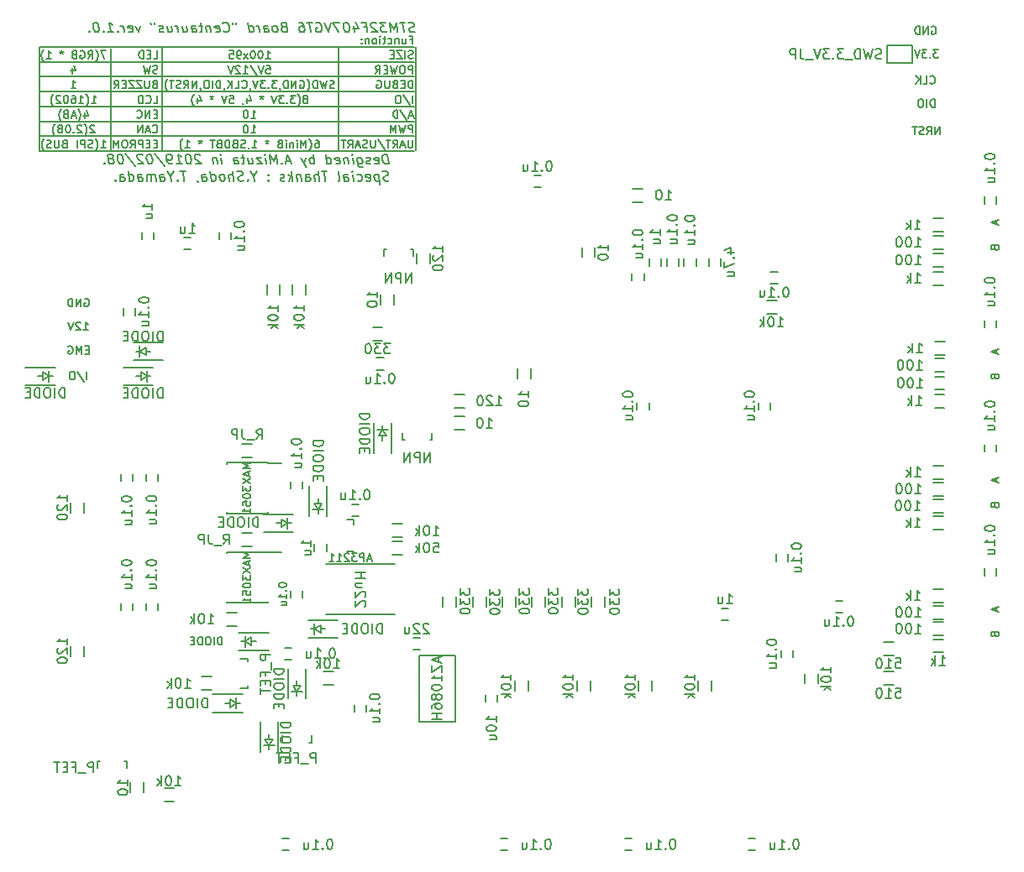
<source format=gbr>
G04 #@! TF.GenerationSoftware,KiCad,Pcbnew,(5.0.0)*
G04 #@! TF.CreationDate,2019-02-23T04:14:29+09:00*
G04 #@! TF.ProjectId,stm32f4_Centaurus,73746D333266345F43656E7461757275,rev?*
G04 #@! TF.SameCoordinates,Original*
G04 #@! TF.FileFunction,Legend,Bot*
G04 #@! TF.FilePolarity,Positive*
%FSLAX46Y46*%
G04 Gerber Fmt 4.6, Leading zero omitted, Abs format (unit mm)*
G04 Created by KiCad (PCBNEW (5.0.0)) date 02/23/19 04:14:29*
%MOMM*%
%LPD*%
G01*
G04 APERTURE LIST*
%ADD10C,0.200000*%
%ADD11C,0.150000*%
G04 APERTURE END LIST*
D10*
X151942857Y-115557142D02*
X151980952Y-115671428D01*
X152019047Y-115709523D01*
X152095238Y-115747619D01*
X152209523Y-115747619D01*
X152285714Y-115709523D01*
X152323809Y-115671428D01*
X152361904Y-115595238D01*
X152361904Y-115290476D01*
X151561904Y-115290476D01*
X151561904Y-115557142D01*
X151600000Y-115633333D01*
X151638095Y-115671428D01*
X151714285Y-115709523D01*
X151790476Y-115709523D01*
X151866666Y-115671428D01*
X151904761Y-115633333D01*
X151942857Y-115557142D01*
X151942857Y-115290476D01*
X152133333Y-112809523D02*
X152133333Y-113190476D01*
X152361904Y-112733333D02*
X151561904Y-113000000D01*
X152361904Y-113266666D01*
X151942857Y-102557142D02*
X151980952Y-102671428D01*
X152019047Y-102709523D01*
X152095238Y-102747619D01*
X152209523Y-102747619D01*
X152285714Y-102709523D01*
X152323809Y-102671428D01*
X152361904Y-102595238D01*
X152361904Y-102290476D01*
X151561904Y-102290476D01*
X151561904Y-102557142D01*
X151600000Y-102633333D01*
X151638095Y-102671428D01*
X151714285Y-102709523D01*
X151790476Y-102709523D01*
X151866666Y-102671428D01*
X151904761Y-102633333D01*
X151942857Y-102557142D01*
X151942857Y-102290476D01*
X152133333Y-99809523D02*
X152133333Y-100190476D01*
X152361904Y-99733333D02*
X151561904Y-100000000D01*
X152361904Y-100266666D01*
X151942857Y-89557142D02*
X151980952Y-89671428D01*
X152019047Y-89709523D01*
X152095238Y-89747619D01*
X152209523Y-89747619D01*
X152285714Y-89709523D01*
X152323809Y-89671428D01*
X152361904Y-89595238D01*
X152361904Y-89290476D01*
X151561904Y-89290476D01*
X151561904Y-89557142D01*
X151600000Y-89633333D01*
X151638095Y-89671428D01*
X151714285Y-89709523D01*
X151790476Y-89709523D01*
X151866666Y-89671428D01*
X151904761Y-89633333D01*
X151942857Y-89557142D01*
X151942857Y-89290476D01*
X152133333Y-86809523D02*
X152133333Y-87190476D01*
X152361904Y-86733333D02*
X151561904Y-87000000D01*
X152361904Y-87266666D01*
X61880952Y-66461904D02*
X62338095Y-66461904D01*
X62109523Y-66461904D02*
X62109523Y-65661904D01*
X62185714Y-65776190D01*
X62261904Y-65852380D01*
X62338095Y-65890476D01*
X61309523Y-66766666D02*
X61347619Y-66728571D01*
X61423809Y-66614285D01*
X61461904Y-66538095D01*
X61500000Y-66423809D01*
X61538095Y-66233333D01*
X61538095Y-66080952D01*
X61500000Y-65890476D01*
X61461904Y-65776190D01*
X61423809Y-65700000D01*
X61347619Y-65585714D01*
X61309523Y-65547619D01*
X61042857Y-66423809D02*
X60928571Y-66461904D01*
X60738095Y-66461904D01*
X60661904Y-66423809D01*
X60623809Y-66385714D01*
X60585714Y-66309523D01*
X60585714Y-66233333D01*
X60623809Y-66157142D01*
X60661904Y-66119047D01*
X60738095Y-66080952D01*
X60890476Y-66042857D01*
X60966666Y-66004761D01*
X61004761Y-65966666D01*
X61042857Y-65890476D01*
X61042857Y-65814285D01*
X61004761Y-65738095D01*
X60966666Y-65700000D01*
X60890476Y-65661904D01*
X60700000Y-65661904D01*
X60585714Y-65700000D01*
X60242857Y-66461904D02*
X60242857Y-65661904D01*
X59938095Y-65661904D01*
X59861904Y-65700000D01*
X59823809Y-65738095D01*
X59785714Y-65814285D01*
X59785714Y-65928571D01*
X59823809Y-66004761D01*
X59861904Y-66042857D01*
X59938095Y-66080952D01*
X60242857Y-66080952D01*
X59442857Y-66461904D02*
X59442857Y-65661904D01*
X58185714Y-66042857D02*
X58071428Y-66080952D01*
X58033333Y-66119047D01*
X57995238Y-66195238D01*
X57995238Y-66309523D01*
X58033333Y-66385714D01*
X58071428Y-66423809D01*
X58147619Y-66461904D01*
X58452380Y-66461904D01*
X58452380Y-65661904D01*
X58185714Y-65661904D01*
X58109523Y-65700000D01*
X58071428Y-65738095D01*
X58033333Y-65814285D01*
X58033333Y-65890476D01*
X58071428Y-65966666D01*
X58109523Y-66004761D01*
X58185714Y-66042857D01*
X58452380Y-66042857D01*
X57652380Y-65661904D02*
X57652380Y-66309523D01*
X57614285Y-66385714D01*
X57576190Y-66423809D01*
X57500000Y-66461904D01*
X57347619Y-66461904D01*
X57271428Y-66423809D01*
X57233333Y-66385714D01*
X57195238Y-66309523D01*
X57195238Y-65661904D01*
X56852380Y-66423809D02*
X56738095Y-66461904D01*
X56547619Y-66461904D01*
X56471428Y-66423809D01*
X56433333Y-66385714D01*
X56395238Y-66309523D01*
X56395238Y-66233333D01*
X56433333Y-66157142D01*
X56471428Y-66119047D01*
X56547619Y-66080952D01*
X56700000Y-66042857D01*
X56776190Y-66004761D01*
X56814285Y-65966666D01*
X56852380Y-65890476D01*
X56852380Y-65814285D01*
X56814285Y-65738095D01*
X56776190Y-65700000D01*
X56700000Y-65661904D01*
X56509523Y-65661904D01*
X56395238Y-65700000D01*
X56128571Y-66766666D02*
X56090476Y-66728571D01*
X56014285Y-66614285D01*
X55976190Y-66538095D01*
X55938095Y-66423809D01*
X55900000Y-66233333D01*
X55900000Y-66080952D01*
X55938095Y-65890476D01*
X55976190Y-65776190D01*
X56014285Y-65700000D01*
X56090476Y-65585714D01*
X56128571Y-65547619D01*
X61214285Y-64238095D02*
X61176190Y-64200000D01*
X61100000Y-64161904D01*
X60909523Y-64161904D01*
X60833333Y-64200000D01*
X60795238Y-64238095D01*
X60757142Y-64314285D01*
X60757142Y-64390476D01*
X60795238Y-64504761D01*
X61252380Y-64961904D01*
X60757142Y-64961904D01*
X60185714Y-65266666D02*
X60223809Y-65228571D01*
X60300000Y-65114285D01*
X60338095Y-65038095D01*
X60376190Y-64923809D01*
X60414285Y-64733333D01*
X60414285Y-64580952D01*
X60376190Y-64390476D01*
X60338095Y-64276190D01*
X60300000Y-64200000D01*
X60223809Y-64085714D01*
X60185714Y-64047619D01*
X59919047Y-64238095D02*
X59880952Y-64200000D01*
X59804761Y-64161904D01*
X59614285Y-64161904D01*
X59538095Y-64200000D01*
X59500000Y-64238095D01*
X59461904Y-64314285D01*
X59461904Y-64390476D01*
X59500000Y-64504761D01*
X59957142Y-64961904D01*
X59461904Y-64961904D01*
X59119047Y-64885714D02*
X59080952Y-64923809D01*
X59119047Y-64961904D01*
X59157142Y-64923809D01*
X59119047Y-64885714D01*
X59119047Y-64961904D01*
X58585714Y-64161904D02*
X58509523Y-64161904D01*
X58433333Y-64200000D01*
X58395238Y-64238095D01*
X58357142Y-64314285D01*
X58319047Y-64466666D01*
X58319047Y-64657142D01*
X58357142Y-64809523D01*
X58395238Y-64885714D01*
X58433333Y-64923809D01*
X58509523Y-64961904D01*
X58585714Y-64961904D01*
X58661904Y-64923809D01*
X58700000Y-64885714D01*
X58738095Y-64809523D01*
X58776190Y-64657142D01*
X58776190Y-64466666D01*
X58738095Y-64314285D01*
X58700000Y-64238095D01*
X58661904Y-64200000D01*
X58585714Y-64161904D01*
X57709523Y-64542857D02*
X57595238Y-64580952D01*
X57557142Y-64619047D01*
X57519047Y-64695238D01*
X57519047Y-64809523D01*
X57557142Y-64885714D01*
X57595238Y-64923809D01*
X57671428Y-64961904D01*
X57976190Y-64961904D01*
X57976190Y-64161904D01*
X57709523Y-64161904D01*
X57633333Y-64200000D01*
X57595238Y-64238095D01*
X57557142Y-64314285D01*
X57557142Y-64390476D01*
X57595238Y-64466666D01*
X57633333Y-64504761D01*
X57709523Y-64542857D01*
X57976190Y-64542857D01*
X57252380Y-65266666D02*
X57214285Y-65228571D01*
X57138095Y-65114285D01*
X57100000Y-65038095D01*
X57061904Y-64923809D01*
X57023809Y-64733333D01*
X57023809Y-64580952D01*
X57061904Y-64390476D01*
X57100000Y-64276190D01*
X57138095Y-64200000D01*
X57214285Y-64085714D01*
X57252380Y-64047619D01*
X62838095Y-56430000D02*
X62838095Y-57039523D01*
X62838095Y-57039523D02*
X62838095Y-57649047D01*
X62838095Y-57649047D02*
X62838095Y-58258571D01*
X62838095Y-58258571D02*
X62838095Y-58868095D01*
X62838095Y-58868095D02*
X62838095Y-59477619D01*
X62838095Y-59477619D02*
X62838095Y-60087142D01*
X62838095Y-60087142D02*
X62838095Y-60696666D01*
X62838095Y-60696666D02*
X62838095Y-61306190D01*
X62838095Y-61306190D02*
X62838095Y-61915714D01*
X62838095Y-61915714D02*
X62838095Y-62525238D01*
X62838095Y-62525238D02*
X62838095Y-63134761D01*
X62838095Y-63134761D02*
X62838095Y-63744285D01*
X62838095Y-63744285D02*
X62838095Y-64353809D01*
X62838095Y-64353809D02*
X62838095Y-64963333D01*
X62838095Y-64963333D02*
X62838095Y-65572857D01*
X62838095Y-65572857D02*
X62838095Y-66182380D01*
X62838095Y-66182380D02*
X62838095Y-66791904D01*
X93638095Y-56330000D02*
X93638095Y-56939523D01*
X93638095Y-56939523D02*
X93638095Y-57549047D01*
X93638095Y-57549047D02*
X93638095Y-58158571D01*
X93638095Y-58158571D02*
X93638095Y-58768095D01*
X93638095Y-58768095D02*
X93638095Y-59377619D01*
X93638095Y-59377619D02*
X93638095Y-59987142D01*
X93638095Y-59987142D02*
X93638095Y-60596666D01*
X93638095Y-60596666D02*
X93638095Y-61206190D01*
X93638095Y-61206190D02*
X93638095Y-61815714D01*
X93638095Y-61815714D02*
X93638095Y-62425238D01*
X93638095Y-62425238D02*
X93638095Y-63034761D01*
X93638095Y-63034761D02*
X93638095Y-63644285D01*
X93638095Y-63644285D02*
X93638095Y-64253809D01*
X93638095Y-64253809D02*
X93638095Y-64863333D01*
X93638095Y-64863333D02*
X93638095Y-65472857D01*
X93638095Y-65472857D02*
X93638095Y-66082380D01*
X93638095Y-66082380D02*
X93638095Y-66691904D01*
X93470000Y-66788095D02*
X92860476Y-66788095D01*
X92860476Y-66788095D02*
X92250952Y-66788095D01*
X92250952Y-66788095D02*
X91641428Y-66788095D01*
X91641428Y-66788095D02*
X91031904Y-66788095D01*
X91031904Y-66788095D02*
X90422380Y-66788095D01*
X90422380Y-66788095D02*
X89812857Y-66788095D01*
X89812857Y-66788095D02*
X89203333Y-66788095D01*
X89203333Y-66788095D02*
X88593809Y-66788095D01*
X88593809Y-66788095D02*
X87984285Y-66788095D01*
X87984285Y-66788095D02*
X87374761Y-66788095D01*
X87374761Y-66788095D02*
X86765238Y-66788095D01*
X86765238Y-66788095D02*
X86155714Y-66788095D01*
X86155714Y-66788095D02*
X85546190Y-66788095D01*
X85546190Y-66788095D02*
X84936666Y-66788095D01*
X84936666Y-66788095D02*
X84327142Y-66788095D01*
X84327142Y-66788095D02*
X83717619Y-66788095D01*
X83717619Y-66788095D02*
X83108095Y-66788095D01*
X83108095Y-66788095D02*
X82498571Y-66788095D01*
X82498571Y-66788095D02*
X81889047Y-66788095D01*
X81889047Y-66788095D02*
X81279523Y-66788095D01*
X81279523Y-66788095D02*
X80670000Y-66788095D01*
X80670000Y-66788095D02*
X80060476Y-66788095D01*
X80060476Y-66788095D02*
X79450952Y-66788095D01*
X79450952Y-66788095D02*
X78841428Y-66788095D01*
X78841428Y-66788095D02*
X78231904Y-66788095D01*
X78231904Y-66788095D02*
X77622380Y-66788095D01*
X77622380Y-66788095D02*
X77012857Y-66788095D01*
X77012857Y-66788095D02*
X76403333Y-66788095D01*
X76403333Y-66788095D02*
X75793809Y-66788095D01*
X75793809Y-66788095D02*
X75184285Y-66788095D01*
X75184285Y-66788095D02*
X74574761Y-66788095D01*
X74574761Y-66788095D02*
X73965238Y-66788095D01*
X73965238Y-66788095D02*
X73355714Y-66788095D01*
X73355714Y-66788095D02*
X72746190Y-66788095D01*
X72746190Y-66788095D02*
X72136666Y-66788095D01*
X72136666Y-66788095D02*
X71527142Y-66788095D01*
X71527142Y-66788095D02*
X70917619Y-66788095D01*
X70917619Y-66788095D02*
X70308095Y-66788095D01*
X70308095Y-66788095D02*
X69698571Y-66788095D01*
X69698571Y-66788095D02*
X69089047Y-66788095D01*
X69089047Y-66788095D02*
X68479523Y-66788095D01*
X68479523Y-66788095D02*
X67870000Y-66788095D01*
X67870000Y-66788095D02*
X67260476Y-66788095D01*
X67260476Y-66788095D02*
X66650952Y-66788095D01*
X66650952Y-66788095D02*
X66041428Y-66788095D01*
X66041428Y-66788095D02*
X65431904Y-66788095D01*
X65431904Y-66788095D02*
X64822380Y-66788095D01*
X64822380Y-66788095D02*
X64212857Y-66788095D01*
X64212857Y-66788095D02*
X63603333Y-66788095D01*
X63603333Y-66788095D02*
X62993809Y-66788095D01*
X62993809Y-66788095D02*
X62384285Y-66788095D01*
X62384285Y-66788095D02*
X61774761Y-66788095D01*
X61774761Y-66788095D02*
X61165238Y-66788095D01*
X61165238Y-66788095D02*
X60555714Y-66788095D01*
X60555714Y-66788095D02*
X59946190Y-66788095D01*
X59946190Y-66788095D02*
X59336666Y-66788095D01*
X59336666Y-66788095D02*
X58727142Y-66788095D01*
X58727142Y-66788095D02*
X58117619Y-66788095D01*
X58117619Y-66788095D02*
X57508095Y-66788095D01*
X57508095Y-66788095D02*
X56898571Y-66788095D01*
X56898571Y-66788095D02*
X56289047Y-66788095D01*
X56289047Y-66788095D02*
X55679523Y-66788095D01*
X93470000Y-65288095D02*
X92860476Y-65288095D01*
X92860476Y-65288095D02*
X92250952Y-65288095D01*
X92250952Y-65288095D02*
X91641428Y-65288095D01*
X91641428Y-65288095D02*
X91031904Y-65288095D01*
X91031904Y-65288095D02*
X90422380Y-65288095D01*
X90422380Y-65288095D02*
X89812857Y-65288095D01*
X89812857Y-65288095D02*
X89203333Y-65288095D01*
X89203333Y-65288095D02*
X88593809Y-65288095D01*
X88593809Y-65288095D02*
X87984285Y-65288095D01*
X87984285Y-65288095D02*
X87374761Y-65288095D01*
X87374761Y-65288095D02*
X86765238Y-65288095D01*
X86765238Y-65288095D02*
X86155714Y-65288095D01*
X86155714Y-65288095D02*
X85546190Y-65288095D01*
X85546190Y-65288095D02*
X84936666Y-65288095D01*
X84936666Y-65288095D02*
X84327142Y-65288095D01*
X84327142Y-65288095D02*
X83717619Y-65288095D01*
X83717619Y-65288095D02*
X83108095Y-65288095D01*
X83108095Y-65288095D02*
X82498571Y-65288095D01*
X82498571Y-65288095D02*
X81889047Y-65288095D01*
X81889047Y-65288095D02*
X81279523Y-65288095D01*
X81279523Y-65288095D02*
X80670000Y-65288095D01*
X80670000Y-65288095D02*
X80060476Y-65288095D01*
X80060476Y-65288095D02*
X79450952Y-65288095D01*
X79450952Y-65288095D02*
X78841428Y-65288095D01*
X78841428Y-65288095D02*
X78231904Y-65288095D01*
X78231904Y-65288095D02*
X77622380Y-65288095D01*
X77622380Y-65288095D02*
X77012857Y-65288095D01*
X77012857Y-65288095D02*
X76403333Y-65288095D01*
X76403333Y-65288095D02*
X75793809Y-65288095D01*
X75793809Y-65288095D02*
X75184285Y-65288095D01*
X75184285Y-65288095D02*
X74574761Y-65288095D01*
X74574761Y-65288095D02*
X73965238Y-65288095D01*
X73965238Y-65288095D02*
X73355714Y-65288095D01*
X73355714Y-65288095D02*
X72746190Y-65288095D01*
X72746190Y-65288095D02*
X72136666Y-65288095D01*
X72136666Y-65288095D02*
X71527142Y-65288095D01*
X71527142Y-65288095D02*
X70917619Y-65288095D01*
X70917619Y-65288095D02*
X70308095Y-65288095D01*
X70308095Y-65288095D02*
X69698571Y-65288095D01*
X69698571Y-65288095D02*
X69089047Y-65288095D01*
X69089047Y-65288095D02*
X68479523Y-65288095D01*
X68479523Y-65288095D02*
X67870000Y-65288095D01*
X67870000Y-65288095D02*
X67260476Y-65288095D01*
X67260476Y-65288095D02*
X66650952Y-65288095D01*
X66650952Y-65288095D02*
X66041428Y-65288095D01*
X66041428Y-65288095D02*
X65431904Y-65288095D01*
X65431904Y-65288095D02*
X64822380Y-65288095D01*
X64822380Y-65288095D02*
X64212857Y-65288095D01*
X64212857Y-65288095D02*
X63603333Y-65288095D01*
X63603333Y-65288095D02*
X62993809Y-65288095D01*
X62993809Y-65288095D02*
X62384285Y-65288095D01*
X62384285Y-65288095D02*
X61774761Y-65288095D01*
X61774761Y-65288095D02*
X61165238Y-65288095D01*
X61165238Y-65288095D02*
X60555714Y-65288095D01*
X60555714Y-65288095D02*
X59946190Y-65288095D01*
X59946190Y-65288095D02*
X59336666Y-65288095D01*
X59336666Y-65288095D02*
X58727142Y-65288095D01*
X58727142Y-65288095D02*
X58117619Y-65288095D01*
X58117619Y-65288095D02*
X57508095Y-65288095D01*
X57508095Y-65288095D02*
X56898571Y-65288095D01*
X56898571Y-65288095D02*
X56289047Y-65288095D01*
X56289047Y-65288095D02*
X55679523Y-65288095D01*
X93470000Y-63788095D02*
X92860476Y-63788095D01*
X92860476Y-63788095D02*
X92250952Y-63788095D01*
X92250952Y-63788095D02*
X91641428Y-63788095D01*
X91641428Y-63788095D02*
X91031904Y-63788095D01*
X91031904Y-63788095D02*
X90422380Y-63788095D01*
X90422380Y-63788095D02*
X89812857Y-63788095D01*
X89812857Y-63788095D02*
X89203333Y-63788095D01*
X89203333Y-63788095D02*
X88593809Y-63788095D01*
X88593809Y-63788095D02*
X87984285Y-63788095D01*
X87984285Y-63788095D02*
X87374761Y-63788095D01*
X87374761Y-63788095D02*
X86765238Y-63788095D01*
X86765238Y-63788095D02*
X86155714Y-63788095D01*
X86155714Y-63788095D02*
X85546190Y-63788095D01*
X85546190Y-63788095D02*
X84936666Y-63788095D01*
X84936666Y-63788095D02*
X84327142Y-63788095D01*
X84327142Y-63788095D02*
X83717619Y-63788095D01*
X83717619Y-63788095D02*
X83108095Y-63788095D01*
X83108095Y-63788095D02*
X82498571Y-63788095D01*
X82498571Y-63788095D02*
X81889047Y-63788095D01*
X81889047Y-63788095D02*
X81279523Y-63788095D01*
X81279523Y-63788095D02*
X80670000Y-63788095D01*
X80670000Y-63788095D02*
X80060476Y-63788095D01*
X80060476Y-63788095D02*
X79450952Y-63788095D01*
X79450952Y-63788095D02*
X78841428Y-63788095D01*
X78841428Y-63788095D02*
X78231904Y-63788095D01*
X78231904Y-63788095D02*
X77622380Y-63788095D01*
X77622380Y-63788095D02*
X77012857Y-63788095D01*
X77012857Y-63788095D02*
X76403333Y-63788095D01*
X76403333Y-63788095D02*
X75793809Y-63788095D01*
X75793809Y-63788095D02*
X75184285Y-63788095D01*
X75184285Y-63788095D02*
X74574761Y-63788095D01*
X74574761Y-63788095D02*
X73965238Y-63788095D01*
X73965238Y-63788095D02*
X73355714Y-63788095D01*
X73355714Y-63788095D02*
X72746190Y-63788095D01*
X72746190Y-63788095D02*
X72136666Y-63788095D01*
X72136666Y-63788095D02*
X71527142Y-63788095D01*
X71527142Y-63788095D02*
X70917619Y-63788095D01*
X70917619Y-63788095D02*
X70308095Y-63788095D01*
X70308095Y-63788095D02*
X69698571Y-63788095D01*
X69698571Y-63788095D02*
X69089047Y-63788095D01*
X69089047Y-63788095D02*
X68479523Y-63788095D01*
X68479523Y-63788095D02*
X67870000Y-63788095D01*
X67870000Y-63788095D02*
X67260476Y-63788095D01*
X67260476Y-63788095D02*
X66650952Y-63788095D01*
X66650952Y-63788095D02*
X66041428Y-63788095D01*
X66041428Y-63788095D02*
X65431904Y-63788095D01*
X65431904Y-63788095D02*
X64822380Y-63788095D01*
X64822380Y-63788095D02*
X64212857Y-63788095D01*
X64212857Y-63788095D02*
X63603333Y-63788095D01*
X63603333Y-63788095D02*
X62993809Y-63788095D01*
X62993809Y-63788095D02*
X62384285Y-63788095D01*
X62384285Y-63788095D02*
X61774761Y-63788095D01*
X61774761Y-63788095D02*
X61165238Y-63788095D01*
X61165238Y-63788095D02*
X60555714Y-63788095D01*
X60555714Y-63788095D02*
X59946190Y-63788095D01*
X59946190Y-63788095D02*
X59336666Y-63788095D01*
X59336666Y-63788095D02*
X58727142Y-63788095D01*
X58727142Y-63788095D02*
X58117619Y-63788095D01*
X58117619Y-63788095D02*
X57508095Y-63788095D01*
X57508095Y-63788095D02*
X56898571Y-63788095D01*
X56898571Y-63788095D02*
X56289047Y-63788095D01*
X56289047Y-63788095D02*
X55679523Y-63788095D01*
X93470000Y-62288095D02*
X92860476Y-62288095D01*
X92860476Y-62288095D02*
X92250952Y-62288095D01*
X92250952Y-62288095D02*
X91641428Y-62288095D01*
X91641428Y-62288095D02*
X91031904Y-62288095D01*
X91031904Y-62288095D02*
X90422380Y-62288095D01*
X90422380Y-62288095D02*
X89812857Y-62288095D01*
X89812857Y-62288095D02*
X89203333Y-62288095D01*
X89203333Y-62288095D02*
X88593809Y-62288095D01*
X88593809Y-62288095D02*
X87984285Y-62288095D01*
X87984285Y-62288095D02*
X87374761Y-62288095D01*
X87374761Y-62288095D02*
X86765238Y-62288095D01*
X86765238Y-62288095D02*
X86155714Y-62288095D01*
X86155714Y-62288095D02*
X85546190Y-62288095D01*
X85546190Y-62288095D02*
X84936666Y-62288095D01*
X84936666Y-62288095D02*
X84327142Y-62288095D01*
X84327142Y-62288095D02*
X83717619Y-62288095D01*
X83717619Y-62288095D02*
X83108095Y-62288095D01*
X83108095Y-62288095D02*
X82498571Y-62288095D01*
X82498571Y-62288095D02*
X81889047Y-62288095D01*
X81889047Y-62288095D02*
X81279523Y-62288095D01*
X81279523Y-62288095D02*
X80670000Y-62288095D01*
X80670000Y-62288095D02*
X80060476Y-62288095D01*
X80060476Y-62288095D02*
X79450952Y-62288095D01*
X79450952Y-62288095D02*
X78841428Y-62288095D01*
X78841428Y-62288095D02*
X78231904Y-62288095D01*
X78231904Y-62288095D02*
X77622380Y-62288095D01*
X77622380Y-62288095D02*
X77012857Y-62288095D01*
X77012857Y-62288095D02*
X76403333Y-62288095D01*
X76403333Y-62288095D02*
X75793809Y-62288095D01*
X75793809Y-62288095D02*
X75184285Y-62288095D01*
X75184285Y-62288095D02*
X74574761Y-62288095D01*
X74574761Y-62288095D02*
X73965238Y-62288095D01*
X73965238Y-62288095D02*
X73355714Y-62288095D01*
X73355714Y-62288095D02*
X72746190Y-62288095D01*
X72746190Y-62288095D02*
X72136666Y-62288095D01*
X72136666Y-62288095D02*
X71527142Y-62288095D01*
X71527142Y-62288095D02*
X70917619Y-62288095D01*
X70917619Y-62288095D02*
X70308095Y-62288095D01*
X70308095Y-62288095D02*
X69698571Y-62288095D01*
X69698571Y-62288095D02*
X69089047Y-62288095D01*
X69089047Y-62288095D02*
X68479523Y-62288095D01*
X68479523Y-62288095D02*
X67870000Y-62288095D01*
X67870000Y-62288095D02*
X67260476Y-62288095D01*
X67260476Y-62288095D02*
X66650952Y-62288095D01*
X66650952Y-62288095D02*
X66041428Y-62288095D01*
X66041428Y-62288095D02*
X65431904Y-62288095D01*
X65431904Y-62288095D02*
X64822380Y-62288095D01*
X64822380Y-62288095D02*
X64212857Y-62288095D01*
X64212857Y-62288095D02*
X63603333Y-62288095D01*
X63603333Y-62288095D02*
X62993809Y-62288095D01*
X62993809Y-62288095D02*
X62384285Y-62288095D01*
X62384285Y-62288095D02*
X61774761Y-62288095D01*
X61774761Y-62288095D02*
X61165238Y-62288095D01*
X61165238Y-62288095D02*
X60555714Y-62288095D01*
X60555714Y-62288095D02*
X59946190Y-62288095D01*
X59946190Y-62288095D02*
X59336666Y-62288095D01*
X59336666Y-62288095D02*
X58727142Y-62288095D01*
X58727142Y-62288095D02*
X58117619Y-62288095D01*
X58117619Y-62288095D02*
X57508095Y-62288095D01*
X57508095Y-62288095D02*
X56898571Y-62288095D01*
X56898571Y-62288095D02*
X56289047Y-62288095D01*
X56289047Y-62288095D02*
X55679523Y-62288095D01*
X93470000Y-60788095D02*
X92860476Y-60788095D01*
X92860476Y-60788095D02*
X92250952Y-60788095D01*
X92250952Y-60788095D02*
X91641428Y-60788095D01*
X91641428Y-60788095D02*
X91031904Y-60788095D01*
X91031904Y-60788095D02*
X90422380Y-60788095D01*
X90422380Y-60788095D02*
X89812857Y-60788095D01*
X89812857Y-60788095D02*
X89203333Y-60788095D01*
X89203333Y-60788095D02*
X88593809Y-60788095D01*
X88593809Y-60788095D02*
X87984285Y-60788095D01*
X87984285Y-60788095D02*
X87374761Y-60788095D01*
X87374761Y-60788095D02*
X86765238Y-60788095D01*
X86765238Y-60788095D02*
X86155714Y-60788095D01*
X86155714Y-60788095D02*
X85546190Y-60788095D01*
X85546190Y-60788095D02*
X84936666Y-60788095D01*
X84936666Y-60788095D02*
X84327142Y-60788095D01*
X84327142Y-60788095D02*
X83717619Y-60788095D01*
X83717619Y-60788095D02*
X83108095Y-60788095D01*
X83108095Y-60788095D02*
X82498571Y-60788095D01*
X82498571Y-60788095D02*
X81889047Y-60788095D01*
X81889047Y-60788095D02*
X81279523Y-60788095D01*
X81279523Y-60788095D02*
X80670000Y-60788095D01*
X80670000Y-60788095D02*
X80060476Y-60788095D01*
X80060476Y-60788095D02*
X79450952Y-60788095D01*
X79450952Y-60788095D02*
X78841428Y-60788095D01*
X78841428Y-60788095D02*
X78231904Y-60788095D01*
X78231904Y-60788095D02*
X77622380Y-60788095D01*
X77622380Y-60788095D02*
X77012857Y-60788095D01*
X77012857Y-60788095D02*
X76403333Y-60788095D01*
X76403333Y-60788095D02*
X75793809Y-60788095D01*
X75793809Y-60788095D02*
X75184285Y-60788095D01*
X75184285Y-60788095D02*
X74574761Y-60788095D01*
X74574761Y-60788095D02*
X73965238Y-60788095D01*
X73965238Y-60788095D02*
X73355714Y-60788095D01*
X73355714Y-60788095D02*
X72746190Y-60788095D01*
X72746190Y-60788095D02*
X72136666Y-60788095D01*
X72136666Y-60788095D02*
X71527142Y-60788095D01*
X71527142Y-60788095D02*
X70917619Y-60788095D01*
X70917619Y-60788095D02*
X70308095Y-60788095D01*
X70308095Y-60788095D02*
X69698571Y-60788095D01*
X69698571Y-60788095D02*
X69089047Y-60788095D01*
X69089047Y-60788095D02*
X68479523Y-60788095D01*
X68479523Y-60788095D02*
X67870000Y-60788095D01*
X67870000Y-60788095D02*
X67260476Y-60788095D01*
X67260476Y-60788095D02*
X66650952Y-60788095D01*
X66650952Y-60788095D02*
X66041428Y-60788095D01*
X66041428Y-60788095D02*
X65431904Y-60788095D01*
X65431904Y-60788095D02*
X64822380Y-60788095D01*
X64822380Y-60788095D02*
X64212857Y-60788095D01*
X64212857Y-60788095D02*
X63603333Y-60788095D01*
X63603333Y-60788095D02*
X62993809Y-60788095D01*
X62993809Y-60788095D02*
X62384285Y-60788095D01*
X62384285Y-60788095D02*
X61774761Y-60788095D01*
X61774761Y-60788095D02*
X61165238Y-60788095D01*
X61165238Y-60788095D02*
X60555714Y-60788095D01*
X60555714Y-60788095D02*
X59946190Y-60788095D01*
X59946190Y-60788095D02*
X59336666Y-60788095D01*
X59336666Y-60788095D02*
X58727142Y-60788095D01*
X58727142Y-60788095D02*
X58117619Y-60788095D01*
X58117619Y-60788095D02*
X57508095Y-60788095D01*
X57508095Y-60788095D02*
X56898571Y-60788095D01*
X56898571Y-60788095D02*
X56289047Y-60788095D01*
X56289047Y-60788095D02*
X55679523Y-60788095D01*
X93470000Y-59288095D02*
X92860476Y-59288095D01*
X92860476Y-59288095D02*
X92250952Y-59288095D01*
X92250952Y-59288095D02*
X91641428Y-59288095D01*
X91641428Y-59288095D02*
X91031904Y-59288095D01*
X91031904Y-59288095D02*
X90422380Y-59288095D01*
X90422380Y-59288095D02*
X89812857Y-59288095D01*
X89812857Y-59288095D02*
X89203333Y-59288095D01*
X89203333Y-59288095D02*
X88593809Y-59288095D01*
X88593809Y-59288095D02*
X87984285Y-59288095D01*
X87984285Y-59288095D02*
X87374761Y-59288095D01*
X87374761Y-59288095D02*
X86765238Y-59288095D01*
X86765238Y-59288095D02*
X86155714Y-59288095D01*
X86155714Y-59288095D02*
X85546190Y-59288095D01*
X85546190Y-59288095D02*
X84936666Y-59288095D01*
X84936666Y-59288095D02*
X84327142Y-59288095D01*
X84327142Y-59288095D02*
X83717619Y-59288095D01*
X83717619Y-59288095D02*
X83108095Y-59288095D01*
X83108095Y-59288095D02*
X82498571Y-59288095D01*
X82498571Y-59288095D02*
X81889047Y-59288095D01*
X81889047Y-59288095D02*
X81279523Y-59288095D01*
X81279523Y-59288095D02*
X80670000Y-59288095D01*
X80670000Y-59288095D02*
X80060476Y-59288095D01*
X80060476Y-59288095D02*
X79450952Y-59288095D01*
X79450952Y-59288095D02*
X78841428Y-59288095D01*
X78841428Y-59288095D02*
X78231904Y-59288095D01*
X78231904Y-59288095D02*
X77622380Y-59288095D01*
X77622380Y-59288095D02*
X77012857Y-59288095D01*
X77012857Y-59288095D02*
X76403333Y-59288095D01*
X76403333Y-59288095D02*
X75793809Y-59288095D01*
X75793809Y-59288095D02*
X75184285Y-59288095D01*
X75184285Y-59288095D02*
X74574761Y-59288095D01*
X74574761Y-59288095D02*
X73965238Y-59288095D01*
X73965238Y-59288095D02*
X73355714Y-59288095D01*
X73355714Y-59288095D02*
X72746190Y-59288095D01*
X72746190Y-59288095D02*
X72136666Y-59288095D01*
X72136666Y-59288095D02*
X71527142Y-59288095D01*
X71527142Y-59288095D02*
X70917619Y-59288095D01*
X70917619Y-59288095D02*
X70308095Y-59288095D01*
X70308095Y-59288095D02*
X69698571Y-59288095D01*
X69698571Y-59288095D02*
X69089047Y-59288095D01*
X69089047Y-59288095D02*
X68479523Y-59288095D01*
X68479523Y-59288095D02*
X67870000Y-59288095D01*
X67870000Y-59288095D02*
X67260476Y-59288095D01*
X67260476Y-59288095D02*
X66650952Y-59288095D01*
X66650952Y-59288095D02*
X66041428Y-59288095D01*
X66041428Y-59288095D02*
X65431904Y-59288095D01*
X65431904Y-59288095D02*
X64822380Y-59288095D01*
X64822380Y-59288095D02*
X64212857Y-59288095D01*
X64212857Y-59288095D02*
X63603333Y-59288095D01*
X63603333Y-59288095D02*
X62993809Y-59288095D01*
X62993809Y-59288095D02*
X62384285Y-59288095D01*
X62384285Y-59288095D02*
X61774761Y-59288095D01*
X61774761Y-59288095D02*
X61165238Y-59288095D01*
X61165238Y-59288095D02*
X60555714Y-59288095D01*
X60555714Y-59288095D02*
X59946190Y-59288095D01*
X59946190Y-59288095D02*
X59336666Y-59288095D01*
X59336666Y-59288095D02*
X58727142Y-59288095D01*
X58727142Y-59288095D02*
X58117619Y-59288095D01*
X58117619Y-59288095D02*
X57508095Y-59288095D01*
X57508095Y-59288095D02*
X56898571Y-59288095D01*
X56898571Y-59288095D02*
X56289047Y-59288095D01*
X56289047Y-59288095D02*
X55679523Y-59288095D01*
X93470000Y-57788095D02*
X92860476Y-57788095D01*
X92860476Y-57788095D02*
X92250952Y-57788095D01*
X92250952Y-57788095D02*
X91641428Y-57788095D01*
X91641428Y-57788095D02*
X91031904Y-57788095D01*
X91031904Y-57788095D02*
X90422380Y-57788095D01*
X90422380Y-57788095D02*
X89812857Y-57788095D01*
X89812857Y-57788095D02*
X89203333Y-57788095D01*
X89203333Y-57788095D02*
X88593809Y-57788095D01*
X88593809Y-57788095D02*
X87984285Y-57788095D01*
X87984285Y-57788095D02*
X87374761Y-57788095D01*
X87374761Y-57788095D02*
X86765238Y-57788095D01*
X86765238Y-57788095D02*
X86155714Y-57788095D01*
X86155714Y-57788095D02*
X85546190Y-57788095D01*
X85546190Y-57788095D02*
X84936666Y-57788095D01*
X84936666Y-57788095D02*
X84327142Y-57788095D01*
X84327142Y-57788095D02*
X83717619Y-57788095D01*
X83717619Y-57788095D02*
X83108095Y-57788095D01*
X83108095Y-57788095D02*
X82498571Y-57788095D01*
X82498571Y-57788095D02*
X81889047Y-57788095D01*
X81889047Y-57788095D02*
X81279523Y-57788095D01*
X81279523Y-57788095D02*
X80670000Y-57788095D01*
X80670000Y-57788095D02*
X80060476Y-57788095D01*
X80060476Y-57788095D02*
X79450952Y-57788095D01*
X79450952Y-57788095D02*
X78841428Y-57788095D01*
X78841428Y-57788095D02*
X78231904Y-57788095D01*
X78231904Y-57788095D02*
X77622380Y-57788095D01*
X77622380Y-57788095D02*
X77012857Y-57788095D01*
X77012857Y-57788095D02*
X76403333Y-57788095D01*
X76403333Y-57788095D02*
X75793809Y-57788095D01*
X75793809Y-57788095D02*
X75184285Y-57788095D01*
X75184285Y-57788095D02*
X74574761Y-57788095D01*
X74574761Y-57788095D02*
X73965238Y-57788095D01*
X73965238Y-57788095D02*
X73355714Y-57788095D01*
X73355714Y-57788095D02*
X72746190Y-57788095D01*
X72746190Y-57788095D02*
X72136666Y-57788095D01*
X72136666Y-57788095D02*
X71527142Y-57788095D01*
X71527142Y-57788095D02*
X70917619Y-57788095D01*
X70917619Y-57788095D02*
X70308095Y-57788095D01*
X70308095Y-57788095D02*
X69698571Y-57788095D01*
X69698571Y-57788095D02*
X69089047Y-57788095D01*
X69089047Y-57788095D02*
X68479523Y-57788095D01*
X68479523Y-57788095D02*
X67870000Y-57788095D01*
X67870000Y-57788095D02*
X67260476Y-57788095D01*
X67260476Y-57788095D02*
X66650952Y-57788095D01*
X66650952Y-57788095D02*
X66041428Y-57788095D01*
X66041428Y-57788095D02*
X65431904Y-57788095D01*
X65431904Y-57788095D02*
X64822380Y-57788095D01*
X64822380Y-57788095D02*
X64212857Y-57788095D01*
X64212857Y-57788095D02*
X63603333Y-57788095D01*
X63603333Y-57788095D02*
X62993809Y-57788095D01*
X62993809Y-57788095D02*
X62384285Y-57788095D01*
X62384285Y-57788095D02*
X61774761Y-57788095D01*
X61774761Y-57788095D02*
X61165238Y-57788095D01*
X61165238Y-57788095D02*
X60555714Y-57788095D01*
X60555714Y-57788095D02*
X59946190Y-57788095D01*
X59946190Y-57788095D02*
X59336666Y-57788095D01*
X59336666Y-57788095D02*
X58727142Y-57788095D01*
X58727142Y-57788095D02*
X58117619Y-57788095D01*
X58117619Y-57788095D02*
X57508095Y-57788095D01*
X57508095Y-57788095D02*
X56898571Y-57788095D01*
X56898571Y-57788095D02*
X56289047Y-57788095D01*
X56289047Y-57788095D02*
X55679523Y-57788095D01*
X93470000Y-56288095D02*
X92860476Y-56288095D01*
X92860476Y-56288095D02*
X92250952Y-56288095D01*
X92250952Y-56288095D02*
X91641428Y-56288095D01*
X91641428Y-56288095D02*
X91031904Y-56288095D01*
X91031904Y-56288095D02*
X90422380Y-56288095D01*
X90422380Y-56288095D02*
X89812857Y-56288095D01*
X89812857Y-56288095D02*
X89203333Y-56288095D01*
X89203333Y-56288095D02*
X88593809Y-56288095D01*
X88593809Y-56288095D02*
X87984285Y-56288095D01*
X87984285Y-56288095D02*
X87374761Y-56288095D01*
X87374761Y-56288095D02*
X86765238Y-56288095D01*
X86765238Y-56288095D02*
X86155714Y-56288095D01*
X86155714Y-56288095D02*
X85546190Y-56288095D01*
X85546190Y-56288095D02*
X84936666Y-56288095D01*
X84936666Y-56288095D02*
X84327142Y-56288095D01*
X84327142Y-56288095D02*
X83717619Y-56288095D01*
X83717619Y-56288095D02*
X83108095Y-56288095D01*
X83108095Y-56288095D02*
X82498571Y-56288095D01*
X82498571Y-56288095D02*
X81889047Y-56288095D01*
X81889047Y-56288095D02*
X81279523Y-56288095D01*
X81279523Y-56288095D02*
X80670000Y-56288095D01*
X80670000Y-56288095D02*
X80060476Y-56288095D01*
X80060476Y-56288095D02*
X79450952Y-56288095D01*
X79450952Y-56288095D02*
X78841428Y-56288095D01*
X78841428Y-56288095D02*
X78231904Y-56288095D01*
X78231904Y-56288095D02*
X77622380Y-56288095D01*
X77622380Y-56288095D02*
X77012857Y-56288095D01*
X77012857Y-56288095D02*
X76403333Y-56288095D01*
X76403333Y-56288095D02*
X75793809Y-56288095D01*
X75793809Y-56288095D02*
X75184285Y-56288095D01*
X75184285Y-56288095D02*
X74574761Y-56288095D01*
X74574761Y-56288095D02*
X73965238Y-56288095D01*
X73965238Y-56288095D02*
X73355714Y-56288095D01*
X73355714Y-56288095D02*
X72746190Y-56288095D01*
X72746190Y-56288095D02*
X72136666Y-56288095D01*
X72136666Y-56288095D02*
X71527142Y-56288095D01*
X71527142Y-56288095D02*
X70917619Y-56288095D01*
X70917619Y-56288095D02*
X70308095Y-56288095D01*
X70308095Y-56288095D02*
X69698571Y-56288095D01*
X69698571Y-56288095D02*
X69089047Y-56288095D01*
X69089047Y-56288095D02*
X68479523Y-56288095D01*
X68479523Y-56288095D02*
X67870000Y-56288095D01*
X67870000Y-56288095D02*
X67260476Y-56288095D01*
X67260476Y-56288095D02*
X66650952Y-56288095D01*
X66650952Y-56288095D02*
X66041428Y-56288095D01*
X66041428Y-56288095D02*
X65431904Y-56288095D01*
X65431904Y-56288095D02*
X64822380Y-56288095D01*
X64822380Y-56288095D02*
X64212857Y-56288095D01*
X64212857Y-56288095D02*
X63603333Y-56288095D01*
X63603333Y-56288095D02*
X62993809Y-56288095D01*
X62993809Y-56288095D02*
X62384285Y-56288095D01*
X62384285Y-56288095D02*
X61774761Y-56288095D01*
X61774761Y-56288095D02*
X61165238Y-56288095D01*
X61165238Y-56288095D02*
X60555714Y-56288095D01*
X60555714Y-56288095D02*
X59946190Y-56288095D01*
X59946190Y-56288095D02*
X59336666Y-56288095D01*
X59336666Y-56288095D02*
X58727142Y-56288095D01*
X58727142Y-56288095D02*
X58117619Y-56288095D01*
X58117619Y-56288095D02*
X57508095Y-56288095D01*
X57508095Y-56288095D02*
X56898571Y-56288095D01*
X56898571Y-56288095D02*
X56289047Y-56288095D01*
X56289047Y-56288095D02*
X55679523Y-56288095D01*
X55688095Y-56380000D02*
X55688095Y-56989523D01*
X55688095Y-56989523D02*
X55688095Y-57599047D01*
X55688095Y-57599047D02*
X55688095Y-58208571D01*
X55688095Y-58208571D02*
X55688095Y-58818095D01*
X55688095Y-58818095D02*
X55688095Y-59427619D01*
X55688095Y-59427619D02*
X55688095Y-60037142D01*
X55688095Y-60037142D02*
X55688095Y-60646666D01*
X55688095Y-60646666D02*
X55688095Y-61256190D01*
X55688095Y-61256190D02*
X55688095Y-61865714D01*
X55688095Y-61865714D02*
X55688095Y-62475238D01*
X55688095Y-62475238D02*
X55688095Y-63084761D01*
X55688095Y-63084761D02*
X55688095Y-63694285D01*
X55688095Y-63694285D02*
X55688095Y-64303809D01*
X55688095Y-64303809D02*
X55688095Y-64913333D01*
X55688095Y-64913333D02*
X55688095Y-65522857D01*
X55688095Y-65522857D02*
X55688095Y-66132380D01*
X55688095Y-66132380D02*
X55688095Y-66741904D01*
X60223809Y-62928571D02*
X60223809Y-63461904D01*
X60414285Y-62623809D02*
X60604761Y-63195238D01*
X60109523Y-63195238D01*
X59576190Y-63766666D02*
X59614285Y-63728571D01*
X59690476Y-63614285D01*
X59728571Y-63538095D01*
X59766666Y-63423809D01*
X59804761Y-63233333D01*
X59804761Y-63080952D01*
X59766666Y-62890476D01*
X59728571Y-62776190D01*
X59690476Y-62700000D01*
X59614285Y-62585714D01*
X59576190Y-62547619D01*
X59309523Y-63233333D02*
X58928571Y-63233333D01*
X59385714Y-63461904D02*
X59119047Y-62661904D01*
X58852380Y-63461904D01*
X58319047Y-63042857D02*
X58204761Y-63080952D01*
X58166666Y-63119047D01*
X58128571Y-63195238D01*
X58128571Y-63309523D01*
X58166666Y-63385714D01*
X58204761Y-63423809D01*
X58280952Y-63461904D01*
X58585714Y-63461904D01*
X58585714Y-62661904D01*
X58319047Y-62661904D01*
X58242857Y-62700000D01*
X58204761Y-62738095D01*
X58166666Y-62814285D01*
X58166666Y-62890476D01*
X58204761Y-62966666D01*
X58242857Y-63004761D01*
X58319047Y-63042857D01*
X58585714Y-63042857D01*
X57861904Y-63766666D02*
X57823809Y-63728571D01*
X57747619Y-63614285D01*
X57709523Y-63538095D01*
X57671428Y-63423809D01*
X57633333Y-63233333D01*
X57633333Y-63080952D01*
X57671428Y-62890476D01*
X57709523Y-62776190D01*
X57747619Y-62700000D01*
X57823809Y-62585714D01*
X57861904Y-62547619D01*
X60928571Y-61961904D02*
X61385714Y-61961904D01*
X61157142Y-61961904D02*
X61157142Y-61161904D01*
X61233333Y-61276190D01*
X61309523Y-61352380D01*
X61385714Y-61390476D01*
X60357142Y-62266666D02*
X60395238Y-62228571D01*
X60471428Y-62114285D01*
X60509523Y-62038095D01*
X60547619Y-61923809D01*
X60585714Y-61733333D01*
X60585714Y-61580952D01*
X60547619Y-61390476D01*
X60509523Y-61276190D01*
X60471428Y-61200000D01*
X60395238Y-61085714D01*
X60357142Y-61047619D01*
X59633333Y-61961904D02*
X60090476Y-61961904D01*
X59861904Y-61961904D02*
X59861904Y-61161904D01*
X59938095Y-61276190D01*
X60014285Y-61352380D01*
X60090476Y-61390476D01*
X58947619Y-61161904D02*
X59100000Y-61161904D01*
X59176190Y-61200000D01*
X59214285Y-61238095D01*
X59290476Y-61352380D01*
X59328571Y-61504761D01*
X59328571Y-61809523D01*
X59290476Y-61885714D01*
X59252380Y-61923809D01*
X59176190Y-61961904D01*
X59023809Y-61961904D01*
X58947619Y-61923809D01*
X58909523Y-61885714D01*
X58871428Y-61809523D01*
X58871428Y-61619047D01*
X58909523Y-61542857D01*
X58947619Y-61504761D01*
X59023809Y-61466666D01*
X59176190Y-61466666D01*
X59252380Y-61504761D01*
X59290476Y-61542857D01*
X59328571Y-61619047D01*
X58376190Y-61161904D02*
X58300000Y-61161904D01*
X58223809Y-61200000D01*
X58185714Y-61238095D01*
X58147619Y-61314285D01*
X58109523Y-61466666D01*
X58109523Y-61657142D01*
X58147619Y-61809523D01*
X58185714Y-61885714D01*
X58223809Y-61923809D01*
X58300000Y-61961904D01*
X58376190Y-61961904D01*
X58452380Y-61923809D01*
X58490476Y-61885714D01*
X58528571Y-61809523D01*
X58566666Y-61657142D01*
X58566666Y-61466666D01*
X58528571Y-61314285D01*
X58490476Y-61238095D01*
X58452380Y-61200000D01*
X58376190Y-61161904D01*
X57804761Y-61238095D02*
X57766666Y-61200000D01*
X57690476Y-61161904D01*
X57500000Y-61161904D01*
X57423809Y-61200000D01*
X57385714Y-61238095D01*
X57347619Y-61314285D01*
X57347619Y-61390476D01*
X57385714Y-61504761D01*
X57842857Y-61961904D01*
X57347619Y-61961904D01*
X57080952Y-62266666D02*
X57042857Y-62228571D01*
X56966666Y-62114285D01*
X56928571Y-62038095D01*
X56890476Y-61923809D01*
X56852380Y-61733333D01*
X56852380Y-61580952D01*
X56890476Y-61390476D01*
X56928571Y-61276190D01*
X56966666Y-61200000D01*
X57042857Y-61085714D01*
X57080952Y-61047619D01*
X58871428Y-60461904D02*
X59328571Y-60461904D01*
X59100000Y-60461904D02*
X59100000Y-59661904D01*
X59176190Y-59776190D01*
X59252380Y-59852380D01*
X59328571Y-59890476D01*
X58947619Y-58428571D02*
X58947619Y-58961904D01*
X59138095Y-58123809D02*
X59328571Y-58695238D01*
X58833333Y-58695238D01*
X62395238Y-56661904D02*
X61861904Y-56661904D01*
X62204761Y-57461904D01*
X61328571Y-57766666D02*
X61366666Y-57728571D01*
X61442857Y-57614285D01*
X61480952Y-57538095D01*
X61519047Y-57423809D01*
X61557142Y-57233333D01*
X61557142Y-57080952D01*
X61519047Y-56890476D01*
X61480952Y-56776190D01*
X61442857Y-56700000D01*
X61366666Y-56585714D01*
X61328571Y-56547619D01*
X60566666Y-57461904D02*
X60833333Y-57080952D01*
X61023809Y-57461904D02*
X61023809Y-56661904D01*
X60719047Y-56661904D01*
X60642857Y-56700000D01*
X60604761Y-56738095D01*
X60566666Y-56814285D01*
X60566666Y-56928571D01*
X60604761Y-57004761D01*
X60642857Y-57042857D01*
X60719047Y-57080952D01*
X61023809Y-57080952D01*
X59804761Y-56700000D02*
X59880952Y-56661904D01*
X59995238Y-56661904D01*
X60109523Y-56700000D01*
X60185714Y-56776190D01*
X60223809Y-56852380D01*
X60261904Y-57004761D01*
X60261904Y-57119047D01*
X60223809Y-57271428D01*
X60185714Y-57347619D01*
X60109523Y-57423809D01*
X59995238Y-57461904D01*
X59919047Y-57461904D01*
X59804761Y-57423809D01*
X59766666Y-57385714D01*
X59766666Y-57119047D01*
X59919047Y-57119047D01*
X59157142Y-57042857D02*
X59042857Y-57080952D01*
X59004761Y-57119047D01*
X58966666Y-57195238D01*
X58966666Y-57309523D01*
X59004761Y-57385714D01*
X59042857Y-57423809D01*
X59119047Y-57461904D01*
X59423809Y-57461904D01*
X59423809Y-56661904D01*
X59157142Y-56661904D01*
X59080952Y-56700000D01*
X59042857Y-56738095D01*
X59004761Y-56814285D01*
X59004761Y-56890476D01*
X59042857Y-56966666D01*
X59080952Y-57004761D01*
X59157142Y-57042857D01*
X59423809Y-57042857D01*
X57900000Y-56661904D02*
X57900000Y-56852380D01*
X58090476Y-56776190D02*
X57900000Y-56852380D01*
X57709523Y-56776190D01*
X58014285Y-57004761D02*
X57900000Y-56852380D01*
X57785714Y-57004761D01*
X56376190Y-57461904D02*
X56833333Y-57461904D01*
X56604761Y-57461904D02*
X56604761Y-56661904D01*
X56680952Y-56776190D01*
X56757142Y-56852380D01*
X56833333Y-56890476D01*
X56109523Y-57766666D02*
X56071428Y-57728571D01*
X55995238Y-57614285D01*
X55957142Y-57538095D01*
X55919047Y-57423809D01*
X55880952Y-57233333D01*
X55880952Y-57080952D01*
X55919047Y-56890476D01*
X55957142Y-56776190D01*
X55995238Y-56700000D01*
X56071428Y-56585714D01*
X56109523Y-56547619D01*
X68038095Y-56330000D02*
X68038095Y-56939523D01*
X68038095Y-56939523D02*
X68038095Y-57549047D01*
X68038095Y-57549047D02*
X68038095Y-58158571D01*
X68038095Y-58158571D02*
X68038095Y-58768095D01*
X68038095Y-58768095D02*
X68038095Y-59377619D01*
X68038095Y-59377619D02*
X68038095Y-59987142D01*
X68038095Y-59987142D02*
X68038095Y-60596666D01*
X68038095Y-60596666D02*
X68038095Y-61206190D01*
X68038095Y-61206190D02*
X68038095Y-61815714D01*
X68038095Y-61815714D02*
X68038095Y-62425238D01*
X68038095Y-62425238D02*
X68038095Y-63034761D01*
X68038095Y-63034761D02*
X68038095Y-63644285D01*
X68038095Y-63644285D02*
X68038095Y-64253809D01*
X68038095Y-64253809D02*
X68038095Y-64863333D01*
X68038095Y-64863333D02*
X68038095Y-65472857D01*
X68038095Y-65472857D02*
X68038095Y-66082380D01*
X68038095Y-66082380D02*
X68038095Y-66691904D01*
X85788095Y-56330000D02*
X85788095Y-56939523D01*
X85788095Y-56939523D02*
X85788095Y-57549047D01*
X85788095Y-57549047D02*
X85788095Y-58158571D01*
X85788095Y-58158571D02*
X85788095Y-58768095D01*
X85788095Y-58768095D02*
X85788095Y-59377619D01*
X85788095Y-59377619D02*
X85788095Y-59987142D01*
X85788095Y-59987142D02*
X85788095Y-60596666D01*
X85788095Y-60596666D02*
X85788095Y-61206190D01*
X85788095Y-61206190D02*
X85788095Y-61815714D01*
X85788095Y-61815714D02*
X85788095Y-62425238D01*
X85788095Y-62425238D02*
X85788095Y-63034761D01*
X85788095Y-63034761D02*
X85788095Y-63644285D01*
X85788095Y-63644285D02*
X85788095Y-64253809D01*
X85788095Y-64253809D02*
X85788095Y-64863333D01*
X85788095Y-64863333D02*
X85788095Y-65472857D01*
X85788095Y-65472857D02*
X85788095Y-66082380D01*
X85788095Y-66082380D02*
X85788095Y-66691904D01*
X83497619Y-65661904D02*
X83650000Y-65661904D01*
X83726190Y-65700000D01*
X83764285Y-65738095D01*
X83840476Y-65852380D01*
X83878571Y-66004761D01*
X83878571Y-66309523D01*
X83840476Y-66385714D01*
X83802380Y-66423809D01*
X83726190Y-66461904D01*
X83573809Y-66461904D01*
X83497619Y-66423809D01*
X83459523Y-66385714D01*
X83421428Y-66309523D01*
X83421428Y-66119047D01*
X83459523Y-66042857D01*
X83497619Y-66004761D01*
X83573809Y-65966666D01*
X83726190Y-65966666D01*
X83802380Y-66004761D01*
X83840476Y-66042857D01*
X83878571Y-66119047D01*
X82850000Y-66766666D02*
X82888095Y-66728571D01*
X82964285Y-66614285D01*
X83002380Y-66538095D01*
X83040476Y-66423809D01*
X83078571Y-66233333D01*
X83078571Y-66080952D01*
X83040476Y-65890476D01*
X83002380Y-65776190D01*
X82964285Y-65700000D01*
X82888095Y-65585714D01*
X82850000Y-65547619D01*
X82545238Y-66461904D02*
X82545238Y-65661904D01*
X82278571Y-66233333D01*
X82011904Y-65661904D01*
X82011904Y-66461904D01*
X81630952Y-66461904D02*
X81630952Y-65928571D01*
X81630952Y-65661904D02*
X81669047Y-65700000D01*
X81630952Y-65738095D01*
X81592857Y-65700000D01*
X81630952Y-65661904D01*
X81630952Y-65738095D01*
X81250000Y-65928571D02*
X81250000Y-66461904D01*
X81250000Y-66004761D02*
X81211904Y-65966666D01*
X81135714Y-65928571D01*
X81021428Y-65928571D01*
X80945238Y-65966666D01*
X80907142Y-66042857D01*
X80907142Y-66461904D01*
X80526190Y-66461904D02*
X80526190Y-65928571D01*
X80526190Y-65661904D02*
X80564285Y-65700000D01*
X80526190Y-65738095D01*
X80488095Y-65700000D01*
X80526190Y-65661904D01*
X80526190Y-65738095D01*
X79878571Y-66042857D02*
X79764285Y-66080952D01*
X79726190Y-66119047D01*
X79688095Y-66195238D01*
X79688095Y-66309523D01*
X79726190Y-66385714D01*
X79764285Y-66423809D01*
X79840476Y-66461904D01*
X80145238Y-66461904D01*
X80145238Y-65661904D01*
X79878571Y-65661904D01*
X79802380Y-65700000D01*
X79764285Y-65738095D01*
X79726190Y-65814285D01*
X79726190Y-65890476D01*
X79764285Y-65966666D01*
X79802380Y-66004761D01*
X79878571Y-66042857D01*
X80145238Y-66042857D01*
X78621428Y-65661904D02*
X78621428Y-65852380D01*
X78811904Y-65776190D02*
X78621428Y-65852380D01*
X78430952Y-65776190D01*
X78735714Y-66004761D02*
X78621428Y-65852380D01*
X78507142Y-66004761D01*
X77097619Y-66461904D02*
X77554761Y-66461904D01*
X77326190Y-66461904D02*
X77326190Y-65661904D01*
X77402380Y-65776190D01*
X77478571Y-65852380D01*
X77554761Y-65890476D01*
X76716666Y-66423809D02*
X76716666Y-66461904D01*
X76754761Y-66538095D01*
X76792857Y-66576190D01*
X76411904Y-66423809D02*
X76297619Y-66461904D01*
X76107142Y-66461904D01*
X76030952Y-66423809D01*
X75992857Y-66385714D01*
X75954761Y-66309523D01*
X75954761Y-66233333D01*
X75992857Y-66157142D01*
X76030952Y-66119047D01*
X76107142Y-66080952D01*
X76259523Y-66042857D01*
X76335714Y-66004761D01*
X76373809Y-65966666D01*
X76411904Y-65890476D01*
X76411904Y-65814285D01*
X76373809Y-65738095D01*
X76335714Y-65700000D01*
X76259523Y-65661904D01*
X76069047Y-65661904D01*
X75954761Y-65700000D01*
X75345238Y-66042857D02*
X75230952Y-66080952D01*
X75192857Y-66119047D01*
X75154761Y-66195238D01*
X75154761Y-66309523D01*
X75192857Y-66385714D01*
X75230952Y-66423809D01*
X75307142Y-66461904D01*
X75611904Y-66461904D01*
X75611904Y-65661904D01*
X75345238Y-65661904D01*
X75269047Y-65700000D01*
X75230952Y-65738095D01*
X75192857Y-65814285D01*
X75192857Y-65890476D01*
X75230952Y-65966666D01*
X75269047Y-66004761D01*
X75345238Y-66042857D01*
X75611904Y-66042857D01*
X74811904Y-66461904D02*
X74811904Y-65661904D01*
X74621428Y-65661904D01*
X74507142Y-65700000D01*
X74430952Y-65776190D01*
X74392857Y-65852380D01*
X74354761Y-66004761D01*
X74354761Y-66119047D01*
X74392857Y-66271428D01*
X74430952Y-66347619D01*
X74507142Y-66423809D01*
X74621428Y-66461904D01*
X74811904Y-66461904D01*
X73745238Y-66042857D02*
X73630952Y-66080952D01*
X73592857Y-66119047D01*
X73554761Y-66195238D01*
X73554761Y-66309523D01*
X73592857Y-66385714D01*
X73630952Y-66423809D01*
X73707142Y-66461904D01*
X74011904Y-66461904D01*
X74011904Y-65661904D01*
X73745238Y-65661904D01*
X73669047Y-65700000D01*
X73630952Y-65738095D01*
X73592857Y-65814285D01*
X73592857Y-65890476D01*
X73630952Y-65966666D01*
X73669047Y-66004761D01*
X73745238Y-66042857D01*
X74011904Y-66042857D01*
X73326190Y-65661904D02*
X72869047Y-65661904D01*
X73097619Y-66461904D02*
X73097619Y-65661904D01*
X71878571Y-65661904D02*
X71878571Y-65852380D01*
X72069047Y-65776190D02*
X71878571Y-65852380D01*
X71688095Y-65776190D01*
X71992857Y-66004761D02*
X71878571Y-65852380D01*
X71764285Y-66004761D01*
X70354761Y-66461904D02*
X70811904Y-66461904D01*
X70583333Y-66461904D02*
X70583333Y-65661904D01*
X70659523Y-65776190D01*
X70735714Y-65852380D01*
X70811904Y-65890476D01*
X70088095Y-66766666D02*
X70050000Y-66728571D01*
X69973809Y-66614285D01*
X69935714Y-66538095D01*
X69897619Y-66423809D01*
X69859523Y-66233333D01*
X69859523Y-66080952D01*
X69897619Y-65890476D01*
X69935714Y-65776190D01*
X69973809Y-65700000D01*
X70050000Y-65585714D01*
X70088095Y-65547619D01*
X77002380Y-64961904D02*
X77459523Y-64961904D01*
X77230952Y-64961904D02*
X77230952Y-64161904D01*
X77307142Y-64276190D01*
X77383333Y-64352380D01*
X77459523Y-64390476D01*
X76507142Y-64161904D02*
X76430952Y-64161904D01*
X76354761Y-64200000D01*
X76316666Y-64238095D01*
X76278571Y-64314285D01*
X76240476Y-64466666D01*
X76240476Y-64657142D01*
X76278571Y-64809523D01*
X76316666Y-64885714D01*
X76354761Y-64923809D01*
X76430952Y-64961904D01*
X76507142Y-64961904D01*
X76583333Y-64923809D01*
X76621428Y-64885714D01*
X76659523Y-64809523D01*
X76697619Y-64657142D01*
X76697619Y-64466666D01*
X76659523Y-64314285D01*
X76621428Y-64238095D01*
X76583333Y-64200000D01*
X76507142Y-64161904D01*
X77002380Y-63461904D02*
X77459523Y-63461904D01*
X77230952Y-63461904D02*
X77230952Y-62661904D01*
X77307142Y-62776190D01*
X77383333Y-62852380D01*
X77459523Y-62890476D01*
X76507142Y-62661904D02*
X76430952Y-62661904D01*
X76354761Y-62700000D01*
X76316666Y-62738095D01*
X76278571Y-62814285D01*
X76240476Y-62966666D01*
X76240476Y-63157142D01*
X76278571Y-63309523D01*
X76316666Y-63385714D01*
X76354761Y-63423809D01*
X76430952Y-63461904D01*
X76507142Y-63461904D01*
X76583333Y-63423809D01*
X76621428Y-63385714D01*
X76659523Y-63309523D01*
X76697619Y-63157142D01*
X76697619Y-62966666D01*
X76659523Y-62814285D01*
X76621428Y-62738095D01*
X76583333Y-62700000D01*
X76507142Y-62661904D01*
X82564285Y-61504761D02*
X82640476Y-61466666D01*
X82678571Y-61428571D01*
X82716666Y-61352380D01*
X82716666Y-61314285D01*
X82678571Y-61238095D01*
X82640476Y-61200000D01*
X82564285Y-61161904D01*
X82411904Y-61161904D01*
X82335714Y-61200000D01*
X82297619Y-61238095D01*
X82259523Y-61314285D01*
X82259523Y-61352380D01*
X82297619Y-61428571D01*
X82335714Y-61466666D01*
X82411904Y-61504761D01*
X82564285Y-61504761D01*
X82640476Y-61542857D01*
X82678571Y-61580952D01*
X82716666Y-61657142D01*
X82716666Y-61809523D01*
X82678571Y-61885714D01*
X82640476Y-61923809D01*
X82564285Y-61961904D01*
X82411904Y-61961904D01*
X82335714Y-61923809D01*
X82297619Y-61885714D01*
X82259523Y-61809523D01*
X82259523Y-61657142D01*
X82297619Y-61580952D01*
X82335714Y-61542857D01*
X82411904Y-61504761D01*
X81688095Y-62266666D02*
X81726190Y-62228571D01*
X81802380Y-62114285D01*
X81840476Y-62038095D01*
X81878571Y-61923809D01*
X81916666Y-61733333D01*
X81916666Y-61580952D01*
X81878571Y-61390476D01*
X81840476Y-61276190D01*
X81802380Y-61200000D01*
X81726190Y-61085714D01*
X81688095Y-61047619D01*
X81459523Y-61161904D02*
X80964285Y-61161904D01*
X81230952Y-61466666D01*
X81116666Y-61466666D01*
X81040476Y-61504761D01*
X81002380Y-61542857D01*
X80964285Y-61619047D01*
X80964285Y-61809523D01*
X81002380Y-61885714D01*
X81040476Y-61923809D01*
X81116666Y-61961904D01*
X81345238Y-61961904D01*
X81421428Y-61923809D01*
X81459523Y-61885714D01*
X80621428Y-61885714D02*
X80583333Y-61923809D01*
X80621428Y-61961904D01*
X80659523Y-61923809D01*
X80621428Y-61885714D01*
X80621428Y-61961904D01*
X80316666Y-61161904D02*
X79821428Y-61161904D01*
X80088095Y-61466666D01*
X79973809Y-61466666D01*
X79897619Y-61504761D01*
X79859523Y-61542857D01*
X79821428Y-61619047D01*
X79821428Y-61809523D01*
X79859523Y-61885714D01*
X79897619Y-61923809D01*
X79973809Y-61961904D01*
X80202380Y-61961904D01*
X80278571Y-61923809D01*
X80316666Y-61885714D01*
X79592857Y-61161904D02*
X79326190Y-61961904D01*
X79059523Y-61161904D01*
X78069047Y-61161904D02*
X78069047Y-61352380D01*
X78259523Y-61276190D02*
X78069047Y-61352380D01*
X77878571Y-61276190D01*
X78183333Y-61504761D02*
X78069047Y-61352380D01*
X77954761Y-61504761D01*
X76621428Y-61428571D02*
X76621428Y-61961904D01*
X76811904Y-61123809D02*
X77002380Y-61695238D01*
X76507142Y-61695238D01*
X76164285Y-61923809D02*
X76164285Y-61961904D01*
X76202380Y-62038095D01*
X76240476Y-62076190D01*
X74830952Y-61161904D02*
X75211904Y-61161904D01*
X75250000Y-61542857D01*
X75211904Y-61504761D01*
X75135714Y-61466666D01*
X74945238Y-61466666D01*
X74869047Y-61504761D01*
X74830952Y-61542857D01*
X74792857Y-61619047D01*
X74792857Y-61809523D01*
X74830952Y-61885714D01*
X74869047Y-61923809D01*
X74945238Y-61961904D01*
X75135714Y-61961904D01*
X75211904Y-61923809D01*
X75250000Y-61885714D01*
X74564285Y-61161904D02*
X74297619Y-61961904D01*
X74030952Y-61161904D01*
X73040476Y-61161904D02*
X73040476Y-61352380D01*
X73230952Y-61276190D02*
X73040476Y-61352380D01*
X72850000Y-61276190D01*
X73154761Y-61504761D02*
X73040476Y-61352380D01*
X72926190Y-61504761D01*
X71592857Y-61428571D02*
X71592857Y-61961904D01*
X71783333Y-61123809D02*
X71973809Y-61695238D01*
X71478571Y-61695238D01*
X71250000Y-62266666D02*
X71211904Y-62228571D01*
X71135714Y-62114285D01*
X71097619Y-62038095D01*
X71059523Y-61923809D01*
X71021428Y-61733333D01*
X71021428Y-61580952D01*
X71059523Y-61390476D01*
X71097619Y-61276190D01*
X71135714Y-61200000D01*
X71211904Y-61085714D01*
X71250000Y-61047619D01*
X85383333Y-60423809D02*
X85269047Y-60461904D01*
X85078571Y-60461904D01*
X85002380Y-60423809D01*
X84964285Y-60385714D01*
X84926190Y-60309523D01*
X84926190Y-60233333D01*
X84964285Y-60157142D01*
X85002380Y-60119047D01*
X85078571Y-60080952D01*
X85230952Y-60042857D01*
X85307142Y-60004761D01*
X85345238Y-59966666D01*
X85383333Y-59890476D01*
X85383333Y-59814285D01*
X85345238Y-59738095D01*
X85307142Y-59700000D01*
X85230952Y-59661904D01*
X85040476Y-59661904D01*
X84926190Y-59700000D01*
X84659523Y-59661904D02*
X84469047Y-60461904D01*
X84316666Y-59890476D01*
X84164285Y-60461904D01*
X83973809Y-59661904D01*
X83669047Y-60461904D02*
X83669047Y-59661904D01*
X83478571Y-59661904D01*
X83364285Y-59700000D01*
X83288095Y-59776190D01*
X83250000Y-59852380D01*
X83211904Y-60004761D01*
X83211904Y-60119047D01*
X83250000Y-60271428D01*
X83288095Y-60347619D01*
X83364285Y-60423809D01*
X83478571Y-60461904D01*
X83669047Y-60461904D01*
X82640476Y-60766666D02*
X82678571Y-60728571D01*
X82754761Y-60614285D01*
X82792857Y-60538095D01*
X82830952Y-60423809D01*
X82869047Y-60233333D01*
X82869047Y-60080952D01*
X82830952Y-59890476D01*
X82792857Y-59776190D01*
X82754761Y-59700000D01*
X82678571Y-59585714D01*
X82640476Y-59547619D01*
X81916666Y-59700000D02*
X81992857Y-59661904D01*
X82107142Y-59661904D01*
X82221428Y-59700000D01*
X82297619Y-59776190D01*
X82335714Y-59852380D01*
X82373809Y-60004761D01*
X82373809Y-60119047D01*
X82335714Y-60271428D01*
X82297619Y-60347619D01*
X82221428Y-60423809D01*
X82107142Y-60461904D01*
X82030952Y-60461904D01*
X81916666Y-60423809D01*
X81878571Y-60385714D01*
X81878571Y-60119047D01*
X82030952Y-60119047D01*
X81535714Y-60461904D02*
X81535714Y-59661904D01*
X81078571Y-60461904D01*
X81078571Y-59661904D01*
X80697619Y-60461904D02*
X80697619Y-59661904D01*
X80507142Y-59661904D01*
X80392857Y-59700000D01*
X80316666Y-59776190D01*
X80278571Y-59852380D01*
X80240476Y-60004761D01*
X80240476Y-60119047D01*
X80278571Y-60271428D01*
X80316666Y-60347619D01*
X80392857Y-60423809D01*
X80507142Y-60461904D01*
X80697619Y-60461904D01*
X79859523Y-60423809D02*
X79859523Y-60461904D01*
X79897619Y-60538095D01*
X79935714Y-60576190D01*
X79592857Y-59661904D02*
X79097619Y-59661904D01*
X79364285Y-59966666D01*
X79250000Y-59966666D01*
X79173809Y-60004761D01*
X79135714Y-60042857D01*
X79097619Y-60119047D01*
X79097619Y-60309523D01*
X79135714Y-60385714D01*
X79173809Y-60423809D01*
X79250000Y-60461904D01*
X79478571Y-60461904D01*
X79554761Y-60423809D01*
X79592857Y-60385714D01*
X78754761Y-60385714D02*
X78716666Y-60423809D01*
X78754761Y-60461904D01*
X78792857Y-60423809D01*
X78754761Y-60385714D01*
X78754761Y-60461904D01*
X78450000Y-59661904D02*
X77954761Y-59661904D01*
X78221428Y-59966666D01*
X78107142Y-59966666D01*
X78030952Y-60004761D01*
X77992857Y-60042857D01*
X77954761Y-60119047D01*
X77954761Y-60309523D01*
X77992857Y-60385714D01*
X78030952Y-60423809D01*
X78107142Y-60461904D01*
X78335714Y-60461904D01*
X78411904Y-60423809D01*
X78450000Y-60385714D01*
X77726190Y-59661904D02*
X77459523Y-60461904D01*
X77192857Y-59661904D01*
X76888095Y-60423809D02*
X76888095Y-60461904D01*
X76926190Y-60538095D01*
X76964285Y-60576190D01*
X76088095Y-60385714D02*
X76126190Y-60423809D01*
X76240476Y-60461904D01*
X76316666Y-60461904D01*
X76430952Y-60423809D01*
X76507142Y-60347619D01*
X76545238Y-60271428D01*
X76583333Y-60119047D01*
X76583333Y-60004761D01*
X76545238Y-59852380D01*
X76507142Y-59776190D01*
X76430952Y-59700000D01*
X76316666Y-59661904D01*
X76240476Y-59661904D01*
X76126190Y-59700000D01*
X76088095Y-59738095D01*
X75364285Y-60461904D02*
X75745238Y-60461904D01*
X75745238Y-59661904D01*
X75097619Y-60461904D02*
X75097619Y-59661904D01*
X74640476Y-60461904D02*
X74983333Y-60004761D01*
X74640476Y-59661904D02*
X75097619Y-60119047D01*
X74259523Y-60423809D02*
X74259523Y-60461904D01*
X74297619Y-60538095D01*
X74335714Y-60576190D01*
X73916666Y-60461904D02*
X73916666Y-59661904D01*
X73726190Y-59661904D01*
X73611904Y-59700000D01*
X73535714Y-59776190D01*
X73497619Y-59852380D01*
X73459523Y-60004761D01*
X73459523Y-60119047D01*
X73497619Y-60271428D01*
X73535714Y-60347619D01*
X73611904Y-60423809D01*
X73726190Y-60461904D01*
X73916666Y-60461904D01*
X73116666Y-60461904D02*
X73116666Y-59661904D01*
X72583333Y-59661904D02*
X72430952Y-59661904D01*
X72354761Y-59700000D01*
X72278571Y-59776190D01*
X72240476Y-59928571D01*
X72240476Y-60195238D01*
X72278571Y-60347619D01*
X72354761Y-60423809D01*
X72430952Y-60461904D01*
X72583333Y-60461904D01*
X72659523Y-60423809D01*
X72735714Y-60347619D01*
X72773809Y-60195238D01*
X72773809Y-59928571D01*
X72735714Y-59776190D01*
X72659523Y-59700000D01*
X72583333Y-59661904D01*
X71859523Y-60423809D02*
X71859523Y-60461904D01*
X71897619Y-60538095D01*
X71935714Y-60576190D01*
X71516666Y-60461904D02*
X71516666Y-59661904D01*
X71059523Y-60461904D01*
X71059523Y-59661904D01*
X70221428Y-60461904D02*
X70488095Y-60080952D01*
X70678571Y-60461904D02*
X70678571Y-59661904D01*
X70373809Y-59661904D01*
X70297619Y-59700000D01*
X70259523Y-59738095D01*
X70221428Y-59814285D01*
X70221428Y-59928571D01*
X70259523Y-60004761D01*
X70297619Y-60042857D01*
X70373809Y-60080952D01*
X70678571Y-60080952D01*
X69916666Y-60423809D02*
X69802380Y-60461904D01*
X69611904Y-60461904D01*
X69535714Y-60423809D01*
X69497619Y-60385714D01*
X69459523Y-60309523D01*
X69459523Y-60233333D01*
X69497619Y-60157142D01*
X69535714Y-60119047D01*
X69611904Y-60080952D01*
X69764285Y-60042857D01*
X69840476Y-60004761D01*
X69878571Y-59966666D01*
X69916666Y-59890476D01*
X69916666Y-59814285D01*
X69878571Y-59738095D01*
X69840476Y-59700000D01*
X69764285Y-59661904D01*
X69573809Y-59661904D01*
X69459523Y-59700000D01*
X69230952Y-59661904D02*
X68773809Y-59661904D01*
X69002380Y-60461904D02*
X69002380Y-59661904D01*
X68583333Y-60766666D02*
X68545238Y-60728571D01*
X68469047Y-60614285D01*
X68430952Y-60538095D01*
X68392857Y-60423809D01*
X68354761Y-60233333D01*
X68354761Y-60080952D01*
X68392857Y-59890476D01*
X68430952Y-59776190D01*
X68469047Y-59700000D01*
X68545238Y-59585714D01*
X68583333Y-59547619D01*
X78526190Y-58161904D02*
X78907142Y-58161904D01*
X78945238Y-58542857D01*
X78907142Y-58504761D01*
X78830952Y-58466666D01*
X78640476Y-58466666D01*
X78564285Y-58504761D01*
X78526190Y-58542857D01*
X78488095Y-58619047D01*
X78488095Y-58809523D01*
X78526190Y-58885714D01*
X78564285Y-58923809D01*
X78640476Y-58961904D01*
X78830952Y-58961904D01*
X78907142Y-58923809D01*
X78945238Y-58885714D01*
X78259523Y-58161904D02*
X77992857Y-58961904D01*
X77726190Y-58161904D01*
X76888095Y-58123809D02*
X77573809Y-59152380D01*
X76202380Y-58961904D02*
X76659523Y-58961904D01*
X76430952Y-58961904D02*
X76430952Y-58161904D01*
X76507142Y-58276190D01*
X76583333Y-58352380D01*
X76659523Y-58390476D01*
X75897619Y-58238095D02*
X75859523Y-58200000D01*
X75783333Y-58161904D01*
X75592857Y-58161904D01*
X75516666Y-58200000D01*
X75478571Y-58238095D01*
X75440476Y-58314285D01*
X75440476Y-58390476D01*
X75478571Y-58504761D01*
X75935714Y-58961904D01*
X75440476Y-58961904D01*
X75211904Y-58161904D02*
X74945238Y-58961904D01*
X74678571Y-58161904D01*
X78469047Y-57461904D02*
X78926190Y-57461904D01*
X78697619Y-57461904D02*
X78697619Y-56661904D01*
X78773809Y-56776190D01*
X78850000Y-56852380D01*
X78926190Y-56890476D01*
X77973809Y-56661904D02*
X77897619Y-56661904D01*
X77821428Y-56700000D01*
X77783333Y-56738095D01*
X77745238Y-56814285D01*
X77707142Y-56966666D01*
X77707142Y-57157142D01*
X77745238Y-57309523D01*
X77783333Y-57385714D01*
X77821428Y-57423809D01*
X77897619Y-57461904D01*
X77973809Y-57461904D01*
X78050000Y-57423809D01*
X78088095Y-57385714D01*
X78126190Y-57309523D01*
X78164285Y-57157142D01*
X78164285Y-56966666D01*
X78126190Y-56814285D01*
X78088095Y-56738095D01*
X78050000Y-56700000D01*
X77973809Y-56661904D01*
X77211904Y-56661904D02*
X77135714Y-56661904D01*
X77059523Y-56700000D01*
X77021428Y-56738095D01*
X76983333Y-56814285D01*
X76945238Y-56966666D01*
X76945238Y-57157142D01*
X76983333Y-57309523D01*
X77021428Y-57385714D01*
X77059523Y-57423809D01*
X77135714Y-57461904D01*
X77211904Y-57461904D01*
X77288095Y-57423809D01*
X77326190Y-57385714D01*
X77364285Y-57309523D01*
X77402380Y-57157142D01*
X77402380Y-56966666D01*
X77364285Y-56814285D01*
X77326190Y-56738095D01*
X77288095Y-56700000D01*
X77211904Y-56661904D01*
X76678571Y-57461904D02*
X76259523Y-56928571D01*
X76678571Y-56928571D02*
X76259523Y-57461904D01*
X75916666Y-57461904D02*
X75764285Y-57461904D01*
X75688095Y-57423809D01*
X75650000Y-57385714D01*
X75573809Y-57271428D01*
X75535714Y-57119047D01*
X75535714Y-56814285D01*
X75573809Y-56738095D01*
X75611904Y-56700000D01*
X75688095Y-56661904D01*
X75840476Y-56661904D01*
X75916666Y-56700000D01*
X75954761Y-56738095D01*
X75992857Y-56814285D01*
X75992857Y-57004761D01*
X75954761Y-57080952D01*
X75916666Y-57119047D01*
X75840476Y-57157142D01*
X75688095Y-57157142D01*
X75611904Y-57119047D01*
X75573809Y-57080952D01*
X75535714Y-57004761D01*
X74811904Y-56661904D02*
X75192857Y-56661904D01*
X75230952Y-57042857D01*
X75192857Y-57004761D01*
X75116666Y-56966666D01*
X74926190Y-56966666D01*
X74850000Y-57004761D01*
X74811904Y-57042857D01*
X74773809Y-57119047D01*
X74773809Y-57309523D01*
X74811904Y-57385714D01*
X74850000Y-57423809D01*
X74926190Y-57461904D01*
X75116666Y-57461904D01*
X75192857Y-57423809D01*
X75230952Y-57385714D01*
X67529523Y-66042857D02*
X67262857Y-66042857D01*
X67148571Y-66461904D02*
X67529523Y-66461904D01*
X67529523Y-65661904D01*
X67148571Y-65661904D01*
X66805714Y-66042857D02*
X66539047Y-66042857D01*
X66424761Y-66461904D02*
X66805714Y-66461904D01*
X66805714Y-65661904D01*
X66424761Y-65661904D01*
X66081904Y-66461904D02*
X66081904Y-65661904D01*
X65777142Y-65661904D01*
X65700952Y-65700000D01*
X65662857Y-65738095D01*
X65624761Y-65814285D01*
X65624761Y-65928571D01*
X65662857Y-66004761D01*
X65700952Y-66042857D01*
X65777142Y-66080952D01*
X66081904Y-66080952D01*
X64824761Y-66461904D02*
X65091428Y-66080952D01*
X65281904Y-66461904D02*
X65281904Y-65661904D01*
X64977142Y-65661904D01*
X64900952Y-65700000D01*
X64862857Y-65738095D01*
X64824761Y-65814285D01*
X64824761Y-65928571D01*
X64862857Y-66004761D01*
X64900952Y-66042857D01*
X64977142Y-66080952D01*
X65281904Y-66080952D01*
X64329523Y-65661904D02*
X64177142Y-65661904D01*
X64100952Y-65700000D01*
X64024761Y-65776190D01*
X63986666Y-65928571D01*
X63986666Y-66195238D01*
X64024761Y-66347619D01*
X64100952Y-66423809D01*
X64177142Y-66461904D01*
X64329523Y-66461904D01*
X64405714Y-66423809D01*
X64481904Y-66347619D01*
X64520000Y-66195238D01*
X64520000Y-65928571D01*
X64481904Y-65776190D01*
X64405714Y-65700000D01*
X64329523Y-65661904D01*
X63643809Y-66461904D02*
X63643809Y-65661904D01*
X63377142Y-66233333D01*
X63110476Y-65661904D01*
X63110476Y-66461904D01*
X67072380Y-64885714D02*
X67110476Y-64923809D01*
X67224761Y-64961904D01*
X67300952Y-64961904D01*
X67415238Y-64923809D01*
X67491428Y-64847619D01*
X67529523Y-64771428D01*
X67567619Y-64619047D01*
X67567619Y-64504761D01*
X67529523Y-64352380D01*
X67491428Y-64276190D01*
X67415238Y-64200000D01*
X67300952Y-64161904D01*
X67224761Y-64161904D01*
X67110476Y-64200000D01*
X67072380Y-64238095D01*
X66767619Y-64733333D02*
X66386666Y-64733333D01*
X66843809Y-64961904D02*
X66577142Y-64161904D01*
X66310476Y-64961904D01*
X66043809Y-64961904D02*
X66043809Y-64161904D01*
X65586666Y-64961904D01*
X65586666Y-64161904D01*
X67529523Y-63042857D02*
X67262857Y-63042857D01*
X67148571Y-63461904D02*
X67529523Y-63461904D01*
X67529523Y-62661904D01*
X67148571Y-62661904D01*
X66805714Y-63461904D02*
X66805714Y-62661904D01*
X66348571Y-63461904D01*
X66348571Y-62661904D01*
X65510476Y-63385714D02*
X65548571Y-63423809D01*
X65662857Y-63461904D01*
X65739047Y-63461904D01*
X65853333Y-63423809D01*
X65929523Y-63347619D01*
X65967619Y-63271428D01*
X66005714Y-63119047D01*
X66005714Y-63004761D01*
X65967619Y-62852380D01*
X65929523Y-62776190D01*
X65853333Y-62700000D01*
X65739047Y-62661904D01*
X65662857Y-62661904D01*
X65548571Y-62700000D01*
X65510476Y-62738095D01*
X67148571Y-61961904D02*
X67529523Y-61961904D01*
X67529523Y-61161904D01*
X66424761Y-61885714D02*
X66462857Y-61923809D01*
X66577142Y-61961904D01*
X66653333Y-61961904D01*
X66767619Y-61923809D01*
X66843809Y-61847619D01*
X66881904Y-61771428D01*
X66920000Y-61619047D01*
X66920000Y-61504761D01*
X66881904Y-61352380D01*
X66843809Y-61276190D01*
X66767619Y-61200000D01*
X66653333Y-61161904D01*
X66577142Y-61161904D01*
X66462857Y-61200000D01*
X66424761Y-61238095D01*
X66081904Y-61961904D02*
X66081904Y-61161904D01*
X65891428Y-61161904D01*
X65777142Y-61200000D01*
X65700952Y-61276190D01*
X65662857Y-61352380D01*
X65624761Y-61504761D01*
X65624761Y-61619047D01*
X65662857Y-61771428D01*
X65700952Y-61847619D01*
X65777142Y-61923809D01*
X65891428Y-61961904D01*
X66081904Y-61961904D01*
X67262857Y-60042857D02*
X67148571Y-60080952D01*
X67110476Y-60119047D01*
X67072380Y-60195238D01*
X67072380Y-60309523D01*
X67110476Y-60385714D01*
X67148571Y-60423809D01*
X67224761Y-60461904D01*
X67529523Y-60461904D01*
X67529523Y-59661904D01*
X67262857Y-59661904D01*
X67186666Y-59700000D01*
X67148571Y-59738095D01*
X67110476Y-59814285D01*
X67110476Y-59890476D01*
X67148571Y-59966666D01*
X67186666Y-60004761D01*
X67262857Y-60042857D01*
X67529523Y-60042857D01*
X66729523Y-59661904D02*
X66729523Y-60309523D01*
X66691428Y-60385714D01*
X66653333Y-60423809D01*
X66577142Y-60461904D01*
X66424761Y-60461904D01*
X66348571Y-60423809D01*
X66310476Y-60385714D01*
X66272380Y-60309523D01*
X66272380Y-59661904D01*
X65967619Y-59661904D02*
X65434285Y-59661904D01*
X65967619Y-60461904D01*
X65434285Y-60461904D01*
X65205714Y-59661904D02*
X64672380Y-59661904D01*
X65205714Y-60461904D01*
X64672380Y-60461904D01*
X64367619Y-60042857D02*
X64100952Y-60042857D01*
X63986666Y-60461904D02*
X64367619Y-60461904D01*
X64367619Y-59661904D01*
X63986666Y-59661904D01*
X63186666Y-60461904D02*
X63453333Y-60080952D01*
X63643809Y-60461904D02*
X63643809Y-59661904D01*
X63339047Y-59661904D01*
X63262857Y-59700000D01*
X63224761Y-59738095D01*
X63186666Y-59814285D01*
X63186666Y-59928571D01*
X63224761Y-60004761D01*
X63262857Y-60042857D01*
X63339047Y-60080952D01*
X63643809Y-60080952D01*
X67567619Y-58923809D02*
X67453333Y-58961904D01*
X67262857Y-58961904D01*
X67186666Y-58923809D01*
X67148571Y-58885714D01*
X67110476Y-58809523D01*
X67110476Y-58733333D01*
X67148571Y-58657142D01*
X67186666Y-58619047D01*
X67262857Y-58580952D01*
X67415238Y-58542857D01*
X67491428Y-58504761D01*
X67529523Y-58466666D01*
X67567619Y-58390476D01*
X67567619Y-58314285D01*
X67529523Y-58238095D01*
X67491428Y-58200000D01*
X67415238Y-58161904D01*
X67224761Y-58161904D01*
X67110476Y-58200000D01*
X66843809Y-58161904D02*
X66653333Y-58961904D01*
X66500952Y-58390476D01*
X66348571Y-58961904D01*
X66158095Y-58161904D01*
X67148571Y-57461904D02*
X67529523Y-57461904D01*
X67529523Y-56661904D01*
X66881904Y-57042857D02*
X66615238Y-57042857D01*
X66500952Y-57461904D02*
X66881904Y-57461904D01*
X66881904Y-56661904D01*
X66500952Y-56661904D01*
X66158095Y-57461904D02*
X66158095Y-56661904D01*
X65967619Y-56661904D01*
X65853333Y-56700000D01*
X65777142Y-56776190D01*
X65739047Y-56852380D01*
X65700952Y-57004761D01*
X65700952Y-57119047D01*
X65739047Y-57271428D01*
X65777142Y-57347619D01*
X65853333Y-57423809D01*
X65967619Y-57461904D01*
X66158095Y-57461904D01*
X93279523Y-65661904D02*
X93279523Y-66309523D01*
X93241428Y-66385714D01*
X93203333Y-66423809D01*
X93127142Y-66461904D01*
X92974761Y-66461904D01*
X92898571Y-66423809D01*
X92860476Y-66385714D01*
X92822380Y-66309523D01*
X92822380Y-65661904D01*
X92479523Y-66233333D02*
X92098571Y-66233333D01*
X92555714Y-66461904D02*
X92289047Y-65661904D01*
X92022380Y-66461904D01*
X91298571Y-66461904D02*
X91565238Y-66080952D01*
X91755714Y-66461904D02*
X91755714Y-65661904D01*
X91450952Y-65661904D01*
X91374761Y-65700000D01*
X91336666Y-65738095D01*
X91298571Y-65814285D01*
X91298571Y-65928571D01*
X91336666Y-66004761D01*
X91374761Y-66042857D01*
X91450952Y-66080952D01*
X91755714Y-66080952D01*
X91070000Y-65661904D02*
X90612857Y-65661904D01*
X90841428Y-66461904D02*
X90841428Y-65661904D01*
X89774761Y-65623809D02*
X90460476Y-66652380D01*
X89508095Y-65661904D02*
X89508095Y-66309523D01*
X89470000Y-66385714D01*
X89431904Y-66423809D01*
X89355714Y-66461904D01*
X89203333Y-66461904D01*
X89127142Y-66423809D01*
X89089047Y-66385714D01*
X89050952Y-66309523D01*
X89050952Y-65661904D01*
X88708095Y-66423809D02*
X88593809Y-66461904D01*
X88403333Y-66461904D01*
X88327142Y-66423809D01*
X88289047Y-66385714D01*
X88250952Y-66309523D01*
X88250952Y-66233333D01*
X88289047Y-66157142D01*
X88327142Y-66119047D01*
X88403333Y-66080952D01*
X88555714Y-66042857D01*
X88631904Y-66004761D01*
X88670000Y-65966666D01*
X88708095Y-65890476D01*
X88708095Y-65814285D01*
X88670000Y-65738095D01*
X88631904Y-65700000D01*
X88555714Y-65661904D01*
X88365238Y-65661904D01*
X88250952Y-65700000D01*
X87946190Y-66233333D02*
X87565238Y-66233333D01*
X88022380Y-66461904D02*
X87755714Y-65661904D01*
X87489047Y-66461904D01*
X86765238Y-66461904D02*
X87031904Y-66080952D01*
X87222380Y-66461904D02*
X87222380Y-65661904D01*
X86917619Y-65661904D01*
X86841428Y-65700000D01*
X86803333Y-65738095D01*
X86765238Y-65814285D01*
X86765238Y-65928571D01*
X86803333Y-66004761D01*
X86841428Y-66042857D01*
X86917619Y-66080952D01*
X87222380Y-66080952D01*
X86536666Y-65661904D02*
X86079523Y-65661904D01*
X86308095Y-66461904D02*
X86308095Y-65661904D01*
X93279523Y-64961904D02*
X93279523Y-64161904D01*
X92974761Y-64161904D01*
X92898571Y-64200000D01*
X92860476Y-64238095D01*
X92822380Y-64314285D01*
X92822380Y-64428571D01*
X92860476Y-64504761D01*
X92898571Y-64542857D01*
X92974761Y-64580952D01*
X93279523Y-64580952D01*
X92555714Y-64161904D02*
X92365238Y-64961904D01*
X92212857Y-64390476D01*
X92060476Y-64961904D01*
X91870000Y-64161904D01*
X91565238Y-64961904D02*
X91565238Y-64161904D01*
X91298571Y-64733333D01*
X91031904Y-64161904D01*
X91031904Y-64961904D01*
X93317619Y-63233333D02*
X92936666Y-63233333D01*
X93393809Y-63461904D02*
X93127142Y-62661904D01*
X92860476Y-63461904D01*
X92022380Y-62623809D02*
X92708095Y-63652380D01*
X91755714Y-63461904D02*
X91755714Y-62661904D01*
X91565238Y-62661904D01*
X91450952Y-62700000D01*
X91374761Y-62776190D01*
X91336666Y-62852380D01*
X91298571Y-63004761D01*
X91298571Y-63119047D01*
X91336666Y-63271428D01*
X91374761Y-63347619D01*
X91450952Y-63423809D01*
X91565238Y-63461904D01*
X91755714Y-63461904D01*
X93279523Y-61961904D02*
X93279523Y-61161904D01*
X92327142Y-61123809D02*
X93012857Y-62152380D01*
X91908095Y-61161904D02*
X91755714Y-61161904D01*
X91679523Y-61200000D01*
X91603333Y-61276190D01*
X91565238Y-61428571D01*
X91565238Y-61695238D01*
X91603333Y-61847619D01*
X91679523Y-61923809D01*
X91755714Y-61961904D01*
X91908095Y-61961904D01*
X91984285Y-61923809D01*
X92060476Y-61847619D01*
X92098571Y-61695238D01*
X92098571Y-61428571D01*
X92060476Y-61276190D01*
X91984285Y-61200000D01*
X91908095Y-61161904D01*
X93279523Y-60461904D02*
X93279523Y-59661904D01*
X93089047Y-59661904D01*
X92974761Y-59700000D01*
X92898571Y-59776190D01*
X92860476Y-59852380D01*
X92822380Y-60004761D01*
X92822380Y-60119047D01*
X92860476Y-60271428D01*
X92898571Y-60347619D01*
X92974761Y-60423809D01*
X93089047Y-60461904D01*
X93279523Y-60461904D01*
X92479523Y-60042857D02*
X92212857Y-60042857D01*
X92098571Y-60461904D02*
X92479523Y-60461904D01*
X92479523Y-59661904D01*
X92098571Y-59661904D01*
X91489047Y-60042857D02*
X91374761Y-60080952D01*
X91336666Y-60119047D01*
X91298571Y-60195238D01*
X91298571Y-60309523D01*
X91336666Y-60385714D01*
X91374761Y-60423809D01*
X91450952Y-60461904D01*
X91755714Y-60461904D01*
X91755714Y-59661904D01*
X91489047Y-59661904D01*
X91412857Y-59700000D01*
X91374761Y-59738095D01*
X91336666Y-59814285D01*
X91336666Y-59890476D01*
X91374761Y-59966666D01*
X91412857Y-60004761D01*
X91489047Y-60042857D01*
X91755714Y-60042857D01*
X90955714Y-59661904D02*
X90955714Y-60309523D01*
X90917619Y-60385714D01*
X90879523Y-60423809D01*
X90803333Y-60461904D01*
X90650952Y-60461904D01*
X90574761Y-60423809D01*
X90536666Y-60385714D01*
X90498571Y-60309523D01*
X90498571Y-59661904D01*
X89698571Y-59700000D02*
X89774761Y-59661904D01*
X89889047Y-59661904D01*
X90003333Y-59700000D01*
X90079523Y-59776190D01*
X90117619Y-59852380D01*
X90155714Y-60004761D01*
X90155714Y-60119047D01*
X90117619Y-60271428D01*
X90079523Y-60347619D01*
X90003333Y-60423809D01*
X89889047Y-60461904D01*
X89812857Y-60461904D01*
X89698571Y-60423809D01*
X89660476Y-60385714D01*
X89660476Y-60119047D01*
X89812857Y-60119047D01*
X93279523Y-58961904D02*
X93279523Y-58161904D01*
X92974761Y-58161904D01*
X92898571Y-58200000D01*
X92860476Y-58238095D01*
X92822380Y-58314285D01*
X92822380Y-58428571D01*
X92860476Y-58504761D01*
X92898571Y-58542857D01*
X92974761Y-58580952D01*
X93279523Y-58580952D01*
X92327142Y-58161904D02*
X92174761Y-58161904D01*
X92098571Y-58200000D01*
X92022380Y-58276190D01*
X91984285Y-58428571D01*
X91984285Y-58695238D01*
X92022380Y-58847619D01*
X92098571Y-58923809D01*
X92174761Y-58961904D01*
X92327142Y-58961904D01*
X92403333Y-58923809D01*
X92479523Y-58847619D01*
X92517619Y-58695238D01*
X92517619Y-58428571D01*
X92479523Y-58276190D01*
X92403333Y-58200000D01*
X92327142Y-58161904D01*
X91717619Y-58161904D02*
X91527142Y-58961904D01*
X91374761Y-58390476D01*
X91222380Y-58961904D01*
X91031904Y-58161904D01*
X90727142Y-58542857D02*
X90460476Y-58542857D01*
X90346190Y-58961904D02*
X90727142Y-58961904D01*
X90727142Y-58161904D01*
X90346190Y-58161904D01*
X89546190Y-58961904D02*
X89812857Y-58580952D01*
X90003333Y-58961904D02*
X90003333Y-58161904D01*
X89698571Y-58161904D01*
X89622380Y-58200000D01*
X89584285Y-58238095D01*
X89546190Y-58314285D01*
X89546190Y-58428571D01*
X89584285Y-58504761D01*
X89622380Y-58542857D01*
X89698571Y-58580952D01*
X90003333Y-58580952D01*
X93317619Y-57423809D02*
X93203333Y-57461904D01*
X93012857Y-57461904D01*
X92936666Y-57423809D01*
X92898571Y-57385714D01*
X92860476Y-57309523D01*
X92860476Y-57233333D01*
X92898571Y-57157142D01*
X92936666Y-57119047D01*
X93012857Y-57080952D01*
X93165238Y-57042857D01*
X93241428Y-57004761D01*
X93279523Y-56966666D01*
X93317619Y-56890476D01*
X93317619Y-56814285D01*
X93279523Y-56738095D01*
X93241428Y-56700000D01*
X93165238Y-56661904D01*
X92974761Y-56661904D01*
X92860476Y-56700000D01*
X92517619Y-57461904D02*
X92517619Y-56661904D01*
X92212857Y-56661904D02*
X91679523Y-56661904D01*
X92212857Y-57461904D01*
X91679523Y-57461904D01*
X91374761Y-57042857D02*
X91108095Y-57042857D01*
X90993809Y-57461904D02*
X91374761Y-57461904D01*
X91374761Y-56661904D01*
X90993809Y-56661904D01*
X93012857Y-55542857D02*
X93279523Y-55542857D01*
X93279523Y-55961904D02*
X93279523Y-55161904D01*
X92898571Y-55161904D01*
X92250952Y-55428571D02*
X92250952Y-55961904D01*
X92593809Y-55428571D02*
X92593809Y-55847619D01*
X92555714Y-55923809D01*
X92479523Y-55961904D01*
X92365238Y-55961904D01*
X92289047Y-55923809D01*
X92250952Y-55885714D01*
X91870000Y-55428571D02*
X91870000Y-55961904D01*
X91870000Y-55504761D02*
X91831904Y-55466666D01*
X91755714Y-55428571D01*
X91641428Y-55428571D01*
X91565238Y-55466666D01*
X91527142Y-55542857D01*
X91527142Y-55961904D01*
X90803333Y-55923809D02*
X90879523Y-55961904D01*
X91031904Y-55961904D01*
X91108095Y-55923809D01*
X91146190Y-55885714D01*
X91184285Y-55809523D01*
X91184285Y-55580952D01*
X91146190Y-55504761D01*
X91108095Y-55466666D01*
X91031904Y-55428571D01*
X90879523Y-55428571D01*
X90803333Y-55466666D01*
X90574761Y-55428571D02*
X90270000Y-55428571D01*
X90460476Y-55161904D02*
X90460476Y-55847619D01*
X90422380Y-55923809D01*
X90346190Y-55961904D01*
X90270000Y-55961904D01*
X90003333Y-55961904D02*
X90003333Y-55428571D01*
X90003333Y-55161904D02*
X90041428Y-55200000D01*
X90003333Y-55238095D01*
X89965238Y-55200000D01*
X90003333Y-55161904D01*
X90003333Y-55238095D01*
X89508095Y-55961904D02*
X89584285Y-55923809D01*
X89622380Y-55885714D01*
X89660476Y-55809523D01*
X89660476Y-55580952D01*
X89622380Y-55504761D01*
X89584285Y-55466666D01*
X89508095Y-55428571D01*
X89393809Y-55428571D01*
X89317619Y-55466666D01*
X89279523Y-55504761D01*
X89241428Y-55580952D01*
X89241428Y-55809523D01*
X89279523Y-55885714D01*
X89317619Y-55923809D01*
X89393809Y-55961904D01*
X89508095Y-55961904D01*
X88898571Y-55428571D02*
X88898571Y-55961904D01*
X88898571Y-55504761D02*
X88860476Y-55466666D01*
X88784285Y-55428571D01*
X88670000Y-55428571D01*
X88593809Y-55466666D01*
X88555714Y-55542857D01*
X88555714Y-55961904D01*
X88174761Y-55885714D02*
X88136666Y-55923809D01*
X88174761Y-55961904D01*
X88212857Y-55923809D01*
X88174761Y-55885714D01*
X88174761Y-55961904D01*
X88174761Y-55466666D02*
X88136666Y-55504761D01*
X88174761Y-55542857D01*
X88212857Y-55504761D01*
X88174761Y-55466666D01*
X88174761Y-55542857D01*
X93517619Y-54754761D02*
X93380714Y-54802380D01*
X93142619Y-54802380D01*
X93041428Y-54754761D01*
X92987857Y-54707142D01*
X92928333Y-54611904D01*
X92916428Y-54516666D01*
X92952142Y-54421428D01*
X92993809Y-54373809D01*
X93083095Y-54326190D01*
X93267619Y-54278571D01*
X93356904Y-54230952D01*
X93398571Y-54183333D01*
X93434285Y-54088095D01*
X93422380Y-53992857D01*
X93362857Y-53897619D01*
X93309285Y-53850000D01*
X93208095Y-53802380D01*
X92970000Y-53802380D01*
X92833095Y-53850000D01*
X92541428Y-53802380D02*
X91970000Y-53802380D01*
X92380714Y-54802380D02*
X92255714Y-53802380D01*
X91761666Y-54802380D02*
X91636666Y-53802380D01*
X91392619Y-54516666D01*
X90970000Y-53802380D01*
X91095000Y-54802380D01*
X90589047Y-53802380D02*
X89970000Y-53802380D01*
X90350952Y-54183333D01*
X90208095Y-54183333D01*
X90118809Y-54230952D01*
X90077142Y-54278571D01*
X90041428Y-54373809D01*
X90071190Y-54611904D01*
X90130714Y-54707142D01*
X90184285Y-54754761D01*
X90285476Y-54802380D01*
X90571190Y-54802380D01*
X90660476Y-54754761D01*
X90702142Y-54707142D01*
X89600952Y-53897619D02*
X89547380Y-53850000D01*
X89446190Y-53802380D01*
X89208095Y-53802380D01*
X89118809Y-53850000D01*
X89077142Y-53897619D01*
X89041428Y-53992857D01*
X89053333Y-54088095D01*
X89118809Y-54230952D01*
X89761666Y-54802380D01*
X89142619Y-54802380D01*
X88315238Y-54278571D02*
X88648571Y-54278571D01*
X88714047Y-54802380D02*
X88589047Y-53802380D01*
X88112857Y-53802380D01*
X87345000Y-54135714D02*
X87428333Y-54802380D01*
X87535476Y-53754761D02*
X87862857Y-54469047D01*
X87243809Y-54469047D01*
X86589047Y-53802380D02*
X86493809Y-53802380D01*
X86404523Y-53850000D01*
X86362857Y-53897619D01*
X86327142Y-53992857D01*
X86303333Y-54183333D01*
X86333095Y-54421428D01*
X86404523Y-54611904D01*
X86464047Y-54707142D01*
X86517619Y-54754761D01*
X86618809Y-54802380D01*
X86714047Y-54802380D01*
X86803333Y-54754761D01*
X86845000Y-54707142D01*
X86880714Y-54611904D01*
X86904523Y-54421428D01*
X86874761Y-54183333D01*
X86803333Y-53992857D01*
X86743809Y-53897619D01*
X86690238Y-53850000D01*
X86589047Y-53802380D01*
X85922380Y-53802380D02*
X85255714Y-53802380D01*
X85809285Y-54802380D01*
X85017619Y-53802380D02*
X84809285Y-54802380D01*
X84350952Y-53802380D01*
X83499761Y-53850000D02*
X83589047Y-53802380D01*
X83731904Y-53802380D01*
X83880714Y-53850000D01*
X83987857Y-53945238D01*
X84047380Y-54040476D01*
X84118809Y-54230952D01*
X84136666Y-54373809D01*
X84112857Y-54564285D01*
X84077142Y-54659523D01*
X83993809Y-54754761D01*
X83856904Y-54802380D01*
X83761666Y-54802380D01*
X83612857Y-54754761D01*
X83559285Y-54707142D01*
X83517619Y-54373809D01*
X83708095Y-54373809D01*
X83160476Y-53802380D02*
X82589047Y-53802380D01*
X82999761Y-54802380D02*
X82874761Y-53802380D01*
X81827142Y-53802380D02*
X82017619Y-53802380D01*
X82118809Y-53850000D01*
X82172380Y-53897619D01*
X82285476Y-54040476D01*
X82356904Y-54230952D01*
X82404523Y-54611904D01*
X82368809Y-54707142D01*
X82327142Y-54754761D01*
X82237857Y-54802380D01*
X82047380Y-54802380D01*
X81946190Y-54754761D01*
X81892619Y-54707142D01*
X81833095Y-54611904D01*
X81803333Y-54373809D01*
X81839047Y-54278571D01*
X81880714Y-54230952D01*
X81970000Y-54183333D01*
X82160476Y-54183333D01*
X82261666Y-54230952D01*
X82315238Y-54278571D01*
X82374761Y-54373809D01*
X80267619Y-54278571D02*
X80130714Y-54326190D01*
X80089047Y-54373809D01*
X80053333Y-54469047D01*
X80071190Y-54611904D01*
X80130714Y-54707142D01*
X80184285Y-54754761D01*
X80285476Y-54802380D01*
X80666428Y-54802380D01*
X80541428Y-53802380D01*
X80208095Y-53802380D01*
X80118809Y-53850000D01*
X80077142Y-53897619D01*
X80041428Y-53992857D01*
X80053333Y-54088095D01*
X80112857Y-54183333D01*
X80166428Y-54230952D01*
X80267619Y-54278571D01*
X80600952Y-54278571D01*
X79523571Y-54802380D02*
X79612857Y-54754761D01*
X79654523Y-54707142D01*
X79690238Y-54611904D01*
X79654523Y-54326190D01*
X79595000Y-54230952D01*
X79541428Y-54183333D01*
X79440238Y-54135714D01*
X79297380Y-54135714D01*
X79208095Y-54183333D01*
X79166428Y-54230952D01*
X79130714Y-54326190D01*
X79166428Y-54611904D01*
X79225952Y-54707142D01*
X79279523Y-54754761D01*
X79380714Y-54802380D01*
X79523571Y-54802380D01*
X78333095Y-54802380D02*
X78267619Y-54278571D01*
X78303333Y-54183333D01*
X78392619Y-54135714D01*
X78583095Y-54135714D01*
X78684285Y-54183333D01*
X78327142Y-54754761D02*
X78428333Y-54802380D01*
X78666428Y-54802380D01*
X78755714Y-54754761D01*
X78791428Y-54659523D01*
X78779523Y-54564285D01*
X78720000Y-54469047D01*
X78618809Y-54421428D01*
X78380714Y-54421428D01*
X78279523Y-54373809D01*
X77856904Y-54802380D02*
X77773571Y-54135714D01*
X77797380Y-54326190D02*
X77737857Y-54230952D01*
X77684285Y-54183333D01*
X77583095Y-54135714D01*
X77487857Y-54135714D01*
X76809285Y-54802380D02*
X76684285Y-53802380D01*
X76803333Y-54754761D02*
X76904523Y-54802380D01*
X77095000Y-54802380D01*
X77184285Y-54754761D01*
X77225952Y-54707142D01*
X77261666Y-54611904D01*
X77225952Y-54326190D01*
X77166428Y-54230952D01*
X77112857Y-54183333D01*
X77011666Y-54135714D01*
X76821190Y-54135714D01*
X76731904Y-54183333D01*
X75493809Y-53802380D02*
X75517619Y-53992857D01*
X75112857Y-53802380D02*
X75136666Y-53992857D01*
X74225952Y-54707142D02*
X74279523Y-54754761D01*
X74428333Y-54802380D01*
X74523571Y-54802380D01*
X74660476Y-54754761D01*
X74743809Y-54659523D01*
X74779523Y-54564285D01*
X74803333Y-54373809D01*
X74785476Y-54230952D01*
X74714047Y-54040476D01*
X74654523Y-53945238D01*
X74547380Y-53850000D01*
X74398571Y-53802380D01*
X74303333Y-53802380D01*
X74166428Y-53850000D01*
X74124761Y-53897619D01*
X73422380Y-54754761D02*
X73523571Y-54802380D01*
X73714047Y-54802380D01*
X73803333Y-54754761D01*
X73839047Y-54659523D01*
X73791428Y-54278571D01*
X73731904Y-54183333D01*
X73630714Y-54135714D01*
X73440238Y-54135714D01*
X73350952Y-54183333D01*
X73315238Y-54278571D01*
X73327142Y-54373809D01*
X73815238Y-54469047D01*
X72868809Y-54135714D02*
X72952142Y-54802380D01*
X72880714Y-54230952D02*
X72827142Y-54183333D01*
X72725952Y-54135714D01*
X72583095Y-54135714D01*
X72493809Y-54183333D01*
X72458095Y-54278571D01*
X72523571Y-54802380D01*
X72106904Y-54135714D02*
X71725952Y-54135714D01*
X71922380Y-53802380D02*
X72029523Y-54659523D01*
X71993809Y-54754761D01*
X71904523Y-54802380D01*
X71809285Y-54802380D01*
X71047380Y-54802380D02*
X70981904Y-54278571D01*
X71017619Y-54183333D01*
X71106904Y-54135714D01*
X71297380Y-54135714D01*
X71398571Y-54183333D01*
X71041428Y-54754761D02*
X71142619Y-54802380D01*
X71380714Y-54802380D01*
X71470000Y-54754761D01*
X71505714Y-54659523D01*
X71493809Y-54564285D01*
X71434285Y-54469047D01*
X71333095Y-54421428D01*
X71095000Y-54421428D01*
X70993809Y-54373809D01*
X70059285Y-54135714D02*
X70142619Y-54802380D01*
X70487857Y-54135714D02*
X70553333Y-54659523D01*
X70517619Y-54754761D01*
X70428333Y-54802380D01*
X70285476Y-54802380D01*
X70184285Y-54754761D01*
X70130714Y-54707142D01*
X69666428Y-54802380D02*
X69583095Y-54135714D01*
X69606904Y-54326190D02*
X69547380Y-54230952D01*
X69493809Y-54183333D01*
X69392619Y-54135714D01*
X69297380Y-54135714D01*
X68535476Y-54135714D02*
X68618809Y-54802380D01*
X68964047Y-54135714D02*
X69029523Y-54659523D01*
X68993809Y-54754761D01*
X68904523Y-54802380D01*
X68761666Y-54802380D01*
X68660476Y-54754761D01*
X68606904Y-54707142D01*
X68184285Y-54754761D02*
X68095000Y-54802380D01*
X67904523Y-54802380D01*
X67803333Y-54754761D01*
X67743809Y-54659523D01*
X67737857Y-54611904D01*
X67773571Y-54516666D01*
X67862857Y-54469047D01*
X68005714Y-54469047D01*
X68095000Y-54421428D01*
X68130714Y-54326190D01*
X68124761Y-54278571D01*
X68065238Y-54183333D01*
X67964047Y-54135714D01*
X67821190Y-54135714D01*
X67731904Y-54183333D01*
X67255714Y-53802380D02*
X67279523Y-53992857D01*
X66874761Y-53802380D02*
X66898571Y-53992857D01*
X65821190Y-54135714D02*
X65666428Y-54802380D01*
X65345000Y-54135714D01*
X64660476Y-54754761D02*
X64761666Y-54802380D01*
X64952142Y-54802380D01*
X65041428Y-54754761D01*
X65077142Y-54659523D01*
X65029523Y-54278571D01*
X64970000Y-54183333D01*
X64868809Y-54135714D01*
X64678333Y-54135714D01*
X64589047Y-54183333D01*
X64553333Y-54278571D01*
X64565238Y-54373809D01*
X65053333Y-54469047D01*
X64190238Y-54802380D02*
X64106904Y-54135714D01*
X64130714Y-54326190D02*
X64071190Y-54230952D01*
X64017619Y-54183333D01*
X63916428Y-54135714D01*
X63821190Y-54135714D01*
X63559285Y-54707142D02*
X63517619Y-54754761D01*
X63571190Y-54802380D01*
X63612857Y-54754761D01*
X63559285Y-54707142D01*
X63571190Y-54802380D01*
X62571190Y-54802380D02*
X63142619Y-54802380D01*
X62856904Y-54802380D02*
X62731904Y-53802380D01*
X62845000Y-53945238D01*
X62952142Y-54040476D01*
X63053333Y-54088095D01*
X62130714Y-54707142D02*
X62089047Y-54754761D01*
X62142619Y-54802380D01*
X62184285Y-54754761D01*
X62130714Y-54707142D01*
X62142619Y-54802380D01*
X61350952Y-53802380D02*
X61255714Y-53802380D01*
X61166428Y-53850000D01*
X61124761Y-53897619D01*
X61089047Y-53992857D01*
X61065238Y-54183333D01*
X61095000Y-54421428D01*
X61166428Y-54611904D01*
X61225952Y-54707142D01*
X61279523Y-54754761D01*
X61380714Y-54802380D01*
X61475952Y-54802380D01*
X61565238Y-54754761D01*
X61606904Y-54707142D01*
X61642619Y-54611904D01*
X61666428Y-54421428D01*
X61636666Y-54183333D01*
X61565238Y-53992857D01*
X61505714Y-53897619D01*
X61452142Y-53850000D01*
X61350952Y-53802380D01*
X60702142Y-54707142D02*
X60660476Y-54754761D01*
X60714047Y-54802380D01*
X60755714Y-54754761D01*
X60702142Y-54707142D01*
X60714047Y-54802380D01*
X90875952Y-68102380D02*
X90750952Y-67102380D01*
X90512857Y-67102380D01*
X90375952Y-67150000D01*
X90292619Y-67245238D01*
X90256904Y-67340476D01*
X90233095Y-67530952D01*
X90250952Y-67673809D01*
X90322380Y-67864285D01*
X90381904Y-67959523D01*
X90489047Y-68054761D01*
X90637857Y-68102380D01*
X90875952Y-68102380D01*
X89489047Y-68054761D02*
X89590238Y-68102380D01*
X89780714Y-68102380D01*
X89870000Y-68054761D01*
X89905714Y-67959523D01*
X89858095Y-67578571D01*
X89798571Y-67483333D01*
X89697380Y-67435714D01*
X89506904Y-67435714D01*
X89417619Y-67483333D01*
X89381904Y-67578571D01*
X89393809Y-67673809D01*
X89881904Y-67769047D01*
X89060476Y-68054761D02*
X88971190Y-68102380D01*
X88780714Y-68102380D01*
X88679523Y-68054761D01*
X88620000Y-67959523D01*
X88614047Y-67911904D01*
X88649761Y-67816666D01*
X88739047Y-67769047D01*
X88881904Y-67769047D01*
X88971190Y-67721428D01*
X89006904Y-67626190D01*
X89000952Y-67578571D01*
X88941428Y-67483333D01*
X88840238Y-67435714D01*
X88697380Y-67435714D01*
X88608095Y-67483333D01*
X87697380Y-67435714D02*
X87798571Y-68245238D01*
X87858095Y-68340476D01*
X87911666Y-68388095D01*
X88012857Y-68435714D01*
X88155714Y-68435714D01*
X88245000Y-68388095D01*
X87774761Y-68054761D02*
X87875952Y-68102380D01*
X88066428Y-68102380D01*
X88155714Y-68054761D01*
X88197380Y-68007142D01*
X88233095Y-67911904D01*
X88197380Y-67626190D01*
X88137857Y-67530952D01*
X88084285Y-67483333D01*
X87983095Y-67435714D01*
X87792619Y-67435714D01*
X87703333Y-67483333D01*
X87304523Y-68102380D02*
X87221190Y-67435714D01*
X87179523Y-67102380D02*
X87233095Y-67150000D01*
X87191428Y-67197619D01*
X87137857Y-67150000D01*
X87179523Y-67102380D01*
X87191428Y-67197619D01*
X86745000Y-67435714D02*
X86828333Y-68102380D01*
X86756904Y-67530952D02*
X86703333Y-67483333D01*
X86602142Y-67435714D01*
X86459285Y-67435714D01*
X86370000Y-67483333D01*
X86334285Y-67578571D01*
X86399761Y-68102380D01*
X85536666Y-68054761D02*
X85637857Y-68102380D01*
X85828333Y-68102380D01*
X85917619Y-68054761D01*
X85953333Y-67959523D01*
X85905714Y-67578571D01*
X85846190Y-67483333D01*
X85745000Y-67435714D01*
X85554523Y-67435714D01*
X85465238Y-67483333D01*
X85429523Y-67578571D01*
X85441428Y-67673809D01*
X85929523Y-67769047D01*
X84637857Y-68102380D02*
X84512857Y-67102380D01*
X84631904Y-68054761D02*
X84733095Y-68102380D01*
X84923571Y-68102380D01*
X85012857Y-68054761D01*
X85054523Y-68007142D01*
X85090238Y-67911904D01*
X85054523Y-67626190D01*
X84995000Y-67530952D01*
X84941428Y-67483333D01*
X84840238Y-67435714D01*
X84649761Y-67435714D01*
X84560476Y-67483333D01*
X83399761Y-68102380D02*
X83274761Y-67102380D01*
X83322380Y-67483333D02*
X83221190Y-67435714D01*
X83030714Y-67435714D01*
X82941428Y-67483333D01*
X82899761Y-67530952D01*
X82864047Y-67626190D01*
X82899761Y-67911904D01*
X82959285Y-68007142D01*
X83012857Y-68054761D01*
X83114047Y-68102380D01*
X83304523Y-68102380D01*
X83393809Y-68054761D01*
X82506904Y-67435714D02*
X82352142Y-68102380D01*
X82030714Y-67435714D02*
X82352142Y-68102380D01*
X82477142Y-68340476D01*
X82530714Y-68388095D01*
X82631904Y-68435714D01*
X80983095Y-67816666D02*
X80506904Y-67816666D01*
X81114047Y-68102380D02*
X80655714Y-67102380D01*
X80447380Y-68102380D01*
X80102142Y-68007142D02*
X80060476Y-68054761D01*
X80114047Y-68102380D01*
X80155714Y-68054761D01*
X80102142Y-68007142D01*
X80114047Y-68102380D01*
X79637857Y-68102380D02*
X79512857Y-67102380D01*
X79268809Y-67816666D01*
X78846190Y-67102380D01*
X78971190Y-68102380D01*
X78495000Y-68102380D02*
X78411666Y-67435714D01*
X78370000Y-67102380D02*
X78423571Y-67150000D01*
X78381904Y-67197619D01*
X78328333Y-67150000D01*
X78370000Y-67102380D01*
X78381904Y-67197619D01*
X78030714Y-67435714D02*
X77506904Y-67435714D01*
X78114047Y-68102380D01*
X77590238Y-68102380D01*
X76697380Y-67435714D02*
X76780714Y-68102380D01*
X77125952Y-67435714D02*
X77191428Y-67959523D01*
X77155714Y-68054761D01*
X77066428Y-68102380D01*
X76923571Y-68102380D01*
X76822380Y-68054761D01*
X76768809Y-68007142D01*
X76364047Y-67435714D02*
X75983095Y-67435714D01*
X76179523Y-67102380D02*
X76286666Y-67959523D01*
X76250952Y-68054761D01*
X76161666Y-68102380D01*
X76066428Y-68102380D01*
X75304523Y-68102380D02*
X75239047Y-67578571D01*
X75274761Y-67483333D01*
X75364047Y-67435714D01*
X75554523Y-67435714D01*
X75655714Y-67483333D01*
X75298571Y-68054761D02*
X75399761Y-68102380D01*
X75637857Y-68102380D01*
X75727142Y-68054761D01*
X75762857Y-67959523D01*
X75750952Y-67864285D01*
X75691428Y-67769047D01*
X75590238Y-67721428D01*
X75352142Y-67721428D01*
X75250952Y-67673809D01*
X74066428Y-68102380D02*
X73983095Y-67435714D01*
X73941428Y-67102380D02*
X73995000Y-67150000D01*
X73953333Y-67197619D01*
X73899761Y-67150000D01*
X73941428Y-67102380D01*
X73953333Y-67197619D01*
X73506904Y-67435714D02*
X73590238Y-68102380D01*
X73518809Y-67530952D02*
X73465238Y-67483333D01*
X73364047Y-67435714D01*
X73221190Y-67435714D01*
X73131904Y-67483333D01*
X73096190Y-67578571D01*
X73161666Y-68102380D01*
X71858095Y-67197619D02*
X71804523Y-67150000D01*
X71703333Y-67102380D01*
X71465238Y-67102380D01*
X71375952Y-67150000D01*
X71334285Y-67197619D01*
X71298571Y-67292857D01*
X71310476Y-67388095D01*
X71375952Y-67530952D01*
X72018809Y-68102380D01*
X71399761Y-68102380D01*
X70655714Y-67102380D02*
X70560476Y-67102380D01*
X70471190Y-67150000D01*
X70429523Y-67197619D01*
X70393809Y-67292857D01*
X70370000Y-67483333D01*
X70399761Y-67721428D01*
X70471190Y-67911904D01*
X70530714Y-68007142D01*
X70584285Y-68054761D01*
X70685476Y-68102380D01*
X70780714Y-68102380D01*
X70870000Y-68054761D01*
X70911666Y-68007142D01*
X70947380Y-67911904D01*
X70971190Y-67721428D01*
X70941428Y-67483333D01*
X70870000Y-67292857D01*
X70810476Y-67197619D01*
X70756904Y-67150000D01*
X70655714Y-67102380D01*
X69495000Y-68102380D02*
X70066428Y-68102380D01*
X69780714Y-68102380D02*
X69655714Y-67102380D01*
X69768809Y-67245238D01*
X69875952Y-67340476D01*
X69977142Y-67388095D01*
X69018809Y-68102380D02*
X68828333Y-68102380D01*
X68727142Y-68054761D01*
X68673571Y-68007142D01*
X68560476Y-67864285D01*
X68489047Y-67673809D01*
X68441428Y-67292857D01*
X68477142Y-67197619D01*
X68518809Y-67150000D01*
X68608095Y-67102380D01*
X68798571Y-67102380D01*
X68899761Y-67150000D01*
X68953333Y-67197619D01*
X69012857Y-67292857D01*
X69042619Y-67530952D01*
X69006904Y-67626190D01*
X68965238Y-67673809D01*
X68875952Y-67721428D01*
X68685476Y-67721428D01*
X68584285Y-67673809D01*
X68530714Y-67626190D01*
X68471190Y-67530952D01*
X67268809Y-67054761D02*
X68286666Y-68340476D01*
X66750952Y-67102380D02*
X66655714Y-67102380D01*
X66566428Y-67150000D01*
X66524761Y-67197619D01*
X66489047Y-67292857D01*
X66465238Y-67483333D01*
X66495000Y-67721428D01*
X66566428Y-67911904D01*
X66625952Y-68007142D01*
X66679523Y-68054761D01*
X66780714Y-68102380D01*
X66875952Y-68102380D01*
X66965238Y-68054761D01*
X67006904Y-68007142D01*
X67042619Y-67911904D01*
X67066428Y-67721428D01*
X67036666Y-67483333D01*
X66965238Y-67292857D01*
X66905714Y-67197619D01*
X66852142Y-67150000D01*
X66750952Y-67102380D01*
X66048571Y-67197619D02*
X65995000Y-67150000D01*
X65893809Y-67102380D01*
X65655714Y-67102380D01*
X65566428Y-67150000D01*
X65524761Y-67197619D01*
X65489047Y-67292857D01*
X65500952Y-67388095D01*
X65566428Y-67530952D01*
X66209285Y-68102380D01*
X65590238Y-68102380D01*
X64316428Y-67054761D02*
X65334285Y-68340476D01*
X63798571Y-67102380D02*
X63703333Y-67102380D01*
X63614047Y-67150000D01*
X63572380Y-67197619D01*
X63536666Y-67292857D01*
X63512857Y-67483333D01*
X63542619Y-67721428D01*
X63614047Y-67911904D01*
X63673571Y-68007142D01*
X63727142Y-68054761D01*
X63828333Y-68102380D01*
X63923571Y-68102380D01*
X64012857Y-68054761D01*
X64054523Y-68007142D01*
X64090238Y-67911904D01*
X64114047Y-67721428D01*
X64084285Y-67483333D01*
X64012857Y-67292857D01*
X63953333Y-67197619D01*
X63899761Y-67150000D01*
X63798571Y-67102380D01*
X62947380Y-67530952D02*
X63036666Y-67483333D01*
X63078333Y-67435714D01*
X63114047Y-67340476D01*
X63108095Y-67292857D01*
X63048571Y-67197619D01*
X62995000Y-67150000D01*
X62893809Y-67102380D01*
X62703333Y-67102380D01*
X62614047Y-67150000D01*
X62572380Y-67197619D01*
X62536666Y-67292857D01*
X62542619Y-67340476D01*
X62602142Y-67435714D01*
X62655714Y-67483333D01*
X62756904Y-67530952D01*
X62947380Y-67530952D01*
X63048571Y-67578571D01*
X63102142Y-67626190D01*
X63161666Y-67721428D01*
X63185476Y-67911904D01*
X63149761Y-68007142D01*
X63108095Y-68054761D01*
X63018809Y-68102380D01*
X62828333Y-68102380D01*
X62727142Y-68054761D01*
X62673571Y-68007142D01*
X62614047Y-67911904D01*
X62590238Y-67721428D01*
X62625952Y-67626190D01*
X62667619Y-67578571D01*
X62756904Y-67530952D01*
X62197380Y-68007142D02*
X62155714Y-68054761D01*
X62209285Y-68102380D01*
X62250952Y-68054761D01*
X62197380Y-68007142D01*
X62209285Y-68102380D01*
X90917619Y-69754761D02*
X90780714Y-69802380D01*
X90542619Y-69802380D01*
X90441428Y-69754761D01*
X90387857Y-69707142D01*
X90328333Y-69611904D01*
X90316428Y-69516666D01*
X90352142Y-69421428D01*
X90393809Y-69373809D01*
X90483095Y-69326190D01*
X90667619Y-69278571D01*
X90756904Y-69230952D01*
X90798571Y-69183333D01*
X90834285Y-69088095D01*
X90822380Y-68992857D01*
X90762857Y-68897619D01*
X90709285Y-68850000D01*
X90608095Y-68802380D01*
X90370000Y-68802380D01*
X90233095Y-68850000D01*
X89840238Y-69135714D02*
X89965238Y-70135714D01*
X89846190Y-69183333D02*
X89745000Y-69135714D01*
X89554523Y-69135714D01*
X89465238Y-69183333D01*
X89423571Y-69230952D01*
X89387857Y-69326190D01*
X89423571Y-69611904D01*
X89483095Y-69707142D01*
X89536666Y-69754761D01*
X89637857Y-69802380D01*
X89828333Y-69802380D01*
X89917619Y-69754761D01*
X88631904Y-69754761D02*
X88733095Y-69802380D01*
X88923571Y-69802380D01*
X89012857Y-69754761D01*
X89048571Y-69659523D01*
X89000952Y-69278571D01*
X88941428Y-69183333D01*
X88840238Y-69135714D01*
X88649761Y-69135714D01*
X88560476Y-69183333D01*
X88524761Y-69278571D01*
X88536666Y-69373809D01*
X89024761Y-69469047D01*
X87727142Y-69754761D02*
X87828333Y-69802380D01*
X88018809Y-69802380D01*
X88108095Y-69754761D01*
X88149761Y-69707142D01*
X88185476Y-69611904D01*
X88149761Y-69326190D01*
X88090238Y-69230952D01*
X88036666Y-69183333D01*
X87935476Y-69135714D01*
X87745000Y-69135714D01*
X87655714Y-69183333D01*
X87304523Y-69802380D02*
X87221190Y-69135714D01*
X87179523Y-68802380D02*
X87233095Y-68850000D01*
X87191428Y-68897619D01*
X87137857Y-68850000D01*
X87179523Y-68802380D01*
X87191428Y-68897619D01*
X86399761Y-69802380D02*
X86334285Y-69278571D01*
X86370000Y-69183333D01*
X86459285Y-69135714D01*
X86649761Y-69135714D01*
X86750952Y-69183333D01*
X86393809Y-69754761D02*
X86495000Y-69802380D01*
X86733095Y-69802380D01*
X86822380Y-69754761D01*
X86858095Y-69659523D01*
X86846190Y-69564285D01*
X86786666Y-69469047D01*
X86685476Y-69421428D01*
X86447380Y-69421428D01*
X86346190Y-69373809D01*
X85780714Y-69802380D02*
X85870000Y-69754761D01*
X85905714Y-69659523D01*
X85798571Y-68802380D01*
X84655714Y-68802380D02*
X84084285Y-68802380D01*
X84495000Y-69802380D02*
X84370000Y-68802380D01*
X83875952Y-69802380D02*
X83750952Y-68802380D01*
X83447380Y-69802380D02*
X83381904Y-69278571D01*
X83417619Y-69183333D01*
X83506904Y-69135714D01*
X83649761Y-69135714D01*
X83750952Y-69183333D01*
X83804523Y-69230952D01*
X82542619Y-69802380D02*
X82477142Y-69278571D01*
X82512857Y-69183333D01*
X82602142Y-69135714D01*
X82792619Y-69135714D01*
X82893809Y-69183333D01*
X82536666Y-69754761D02*
X82637857Y-69802380D01*
X82875952Y-69802380D01*
X82965238Y-69754761D01*
X83000952Y-69659523D01*
X82989047Y-69564285D01*
X82929523Y-69469047D01*
X82828333Y-69421428D01*
X82590238Y-69421428D01*
X82489047Y-69373809D01*
X81983095Y-69135714D02*
X82066428Y-69802380D01*
X81995000Y-69230952D02*
X81941428Y-69183333D01*
X81840238Y-69135714D01*
X81697380Y-69135714D01*
X81608095Y-69183333D01*
X81572380Y-69278571D01*
X81637857Y-69802380D01*
X81161666Y-69802380D02*
X81036666Y-68802380D01*
X81018809Y-69421428D02*
X80780714Y-69802380D01*
X80697380Y-69135714D02*
X81125952Y-69516666D01*
X80393809Y-69754761D02*
X80304523Y-69802380D01*
X80114047Y-69802380D01*
X80012857Y-69754761D01*
X79953333Y-69659523D01*
X79947380Y-69611904D01*
X79983095Y-69516666D01*
X80072380Y-69469047D01*
X80215238Y-69469047D01*
X80304523Y-69421428D01*
X80340238Y-69326190D01*
X80334285Y-69278571D01*
X80274761Y-69183333D01*
X80173571Y-69135714D01*
X80030714Y-69135714D01*
X79941428Y-69183333D01*
X78768809Y-69707142D02*
X78727142Y-69754761D01*
X78780714Y-69802380D01*
X78822380Y-69754761D01*
X78768809Y-69707142D01*
X78780714Y-69802380D01*
X78703333Y-69183333D02*
X78661666Y-69230952D01*
X78715238Y-69278571D01*
X78756904Y-69230952D01*
X78703333Y-69183333D01*
X78715238Y-69278571D01*
X77292619Y-69326190D02*
X77352142Y-69802380D01*
X77560476Y-68802380D02*
X77292619Y-69326190D01*
X76893809Y-68802380D01*
X76673571Y-69707142D02*
X76631904Y-69754761D01*
X76685476Y-69802380D01*
X76727142Y-69754761D01*
X76673571Y-69707142D01*
X76685476Y-69802380D01*
X76250952Y-69754761D02*
X76114047Y-69802380D01*
X75875952Y-69802380D01*
X75774761Y-69754761D01*
X75721190Y-69707142D01*
X75661666Y-69611904D01*
X75649761Y-69516666D01*
X75685476Y-69421428D01*
X75727142Y-69373809D01*
X75816428Y-69326190D01*
X76000952Y-69278571D01*
X76090238Y-69230952D01*
X76131904Y-69183333D01*
X76167619Y-69088095D01*
X76155714Y-68992857D01*
X76096190Y-68897619D01*
X76042619Y-68850000D01*
X75941428Y-68802380D01*
X75703333Y-68802380D01*
X75566428Y-68850000D01*
X75256904Y-69802380D02*
X75131904Y-68802380D01*
X74828333Y-69802380D02*
X74762857Y-69278571D01*
X74798571Y-69183333D01*
X74887857Y-69135714D01*
X75030714Y-69135714D01*
X75131904Y-69183333D01*
X75185476Y-69230952D01*
X74209285Y-69802380D02*
X74298571Y-69754761D01*
X74340238Y-69707142D01*
X74375952Y-69611904D01*
X74340238Y-69326190D01*
X74280714Y-69230952D01*
X74227142Y-69183333D01*
X74125952Y-69135714D01*
X73983095Y-69135714D01*
X73893809Y-69183333D01*
X73852142Y-69230952D01*
X73816428Y-69326190D01*
X73852142Y-69611904D01*
X73911666Y-69707142D01*
X73965238Y-69754761D01*
X74066428Y-69802380D01*
X74209285Y-69802380D01*
X73018809Y-69802380D02*
X72893809Y-68802380D01*
X73012857Y-69754761D02*
X73114047Y-69802380D01*
X73304523Y-69802380D01*
X73393809Y-69754761D01*
X73435476Y-69707142D01*
X73471190Y-69611904D01*
X73435476Y-69326190D01*
X73375952Y-69230952D01*
X73322380Y-69183333D01*
X73221190Y-69135714D01*
X73030714Y-69135714D01*
X72941428Y-69183333D01*
X72114047Y-69802380D02*
X72048571Y-69278571D01*
X72084285Y-69183333D01*
X72173571Y-69135714D01*
X72364047Y-69135714D01*
X72465238Y-69183333D01*
X72108095Y-69754761D02*
X72209285Y-69802380D01*
X72447380Y-69802380D01*
X72536666Y-69754761D01*
X72572380Y-69659523D01*
X72560476Y-69564285D01*
X72500952Y-69469047D01*
X72399761Y-69421428D01*
X72161666Y-69421428D01*
X72060476Y-69373809D01*
X71584285Y-69754761D02*
X71590238Y-69802380D01*
X71649761Y-69897619D01*
X71703333Y-69945238D01*
X70417619Y-68802380D02*
X69846190Y-68802380D01*
X70256904Y-69802380D02*
X70131904Y-68802380D01*
X69625952Y-69707142D02*
X69584285Y-69754761D01*
X69637857Y-69802380D01*
X69679523Y-69754761D01*
X69625952Y-69707142D01*
X69637857Y-69802380D01*
X68911666Y-69326190D02*
X68971190Y-69802380D01*
X69179523Y-68802380D02*
X68911666Y-69326190D01*
X68512857Y-68802380D01*
X67875952Y-69802380D02*
X67810476Y-69278571D01*
X67846190Y-69183333D01*
X67935476Y-69135714D01*
X68125952Y-69135714D01*
X68227142Y-69183333D01*
X67870000Y-69754761D02*
X67971190Y-69802380D01*
X68209285Y-69802380D01*
X68298571Y-69754761D01*
X68334285Y-69659523D01*
X68322380Y-69564285D01*
X68262857Y-69469047D01*
X68161666Y-69421428D01*
X67923571Y-69421428D01*
X67822380Y-69373809D01*
X67399761Y-69802380D02*
X67316428Y-69135714D01*
X67328333Y-69230952D02*
X67274761Y-69183333D01*
X67173571Y-69135714D01*
X67030714Y-69135714D01*
X66941428Y-69183333D01*
X66905714Y-69278571D01*
X66971190Y-69802380D01*
X66905714Y-69278571D02*
X66846190Y-69183333D01*
X66745000Y-69135714D01*
X66602142Y-69135714D01*
X66512857Y-69183333D01*
X66477142Y-69278571D01*
X66542619Y-69802380D01*
X65637857Y-69802380D02*
X65572380Y-69278571D01*
X65608095Y-69183333D01*
X65697380Y-69135714D01*
X65887857Y-69135714D01*
X65989047Y-69183333D01*
X65631904Y-69754761D02*
X65733095Y-69802380D01*
X65971190Y-69802380D01*
X66060476Y-69754761D01*
X66096190Y-69659523D01*
X66084285Y-69564285D01*
X66024761Y-69469047D01*
X65923571Y-69421428D01*
X65685476Y-69421428D01*
X65584285Y-69373809D01*
X64733095Y-69802380D02*
X64608095Y-68802380D01*
X64727142Y-69754761D02*
X64828333Y-69802380D01*
X65018809Y-69802380D01*
X65108095Y-69754761D01*
X65149761Y-69707142D01*
X65185476Y-69611904D01*
X65149761Y-69326190D01*
X65090238Y-69230952D01*
X65036666Y-69183333D01*
X64935476Y-69135714D01*
X64745000Y-69135714D01*
X64655714Y-69183333D01*
X63828333Y-69802380D02*
X63762857Y-69278571D01*
X63798571Y-69183333D01*
X63887857Y-69135714D01*
X64078333Y-69135714D01*
X64179523Y-69183333D01*
X63822380Y-69754761D02*
X63923571Y-69802380D01*
X64161666Y-69802380D01*
X64250952Y-69754761D01*
X64286666Y-69659523D01*
X64274761Y-69564285D01*
X64215238Y-69469047D01*
X64114047Y-69421428D01*
X63875952Y-69421428D01*
X63774761Y-69373809D01*
X63340238Y-69707142D02*
X63298571Y-69754761D01*
X63352142Y-69802380D01*
X63393809Y-69754761D01*
X63340238Y-69707142D01*
X63352142Y-69802380D01*
D11*
X151942857Y-76557142D02*
X151980952Y-76671428D01*
X152019047Y-76709523D01*
X152095238Y-76747619D01*
X152209523Y-76747619D01*
X152285714Y-76709523D01*
X152323809Y-76671428D01*
X152361904Y-76595238D01*
X152361904Y-76290476D01*
X151561904Y-76290476D01*
X151561904Y-76557142D01*
X151600000Y-76633333D01*
X151638095Y-76671428D01*
X151714285Y-76709523D01*
X151790476Y-76709523D01*
X151866666Y-76671428D01*
X151904761Y-76633333D01*
X151942857Y-76557142D01*
X151942857Y-76290476D01*
X152133333Y-73809523D02*
X152133333Y-74190476D01*
X152361904Y-73733333D02*
X151561904Y-74000000D01*
X152361904Y-74266666D01*
X146394285Y-65111904D02*
X146394285Y-64311904D01*
X145937142Y-65111904D01*
X145937142Y-64311904D01*
X145099047Y-65111904D02*
X145365714Y-64730952D01*
X145556190Y-65111904D02*
X145556190Y-64311904D01*
X145251428Y-64311904D01*
X145175238Y-64350000D01*
X145137142Y-64388095D01*
X145099047Y-64464285D01*
X145099047Y-64578571D01*
X145137142Y-64654761D01*
X145175238Y-64692857D01*
X145251428Y-64730952D01*
X145556190Y-64730952D01*
X144794285Y-65073809D02*
X144680000Y-65111904D01*
X144489523Y-65111904D01*
X144413333Y-65073809D01*
X144375238Y-65035714D01*
X144337142Y-64959523D01*
X144337142Y-64883333D01*
X144375238Y-64807142D01*
X144413333Y-64769047D01*
X144489523Y-64730952D01*
X144641904Y-64692857D01*
X144718095Y-64654761D01*
X144756190Y-64616666D01*
X144794285Y-64540476D01*
X144794285Y-64464285D01*
X144756190Y-64388095D01*
X144718095Y-64350000D01*
X144641904Y-64311904D01*
X144451428Y-64311904D01*
X144337142Y-64350000D01*
X144108571Y-64311904D02*
X143651428Y-64311904D01*
X143880000Y-65111904D02*
X143880000Y-64311904D01*
X146260952Y-56561904D02*
X145765714Y-56561904D01*
X146032380Y-56866666D01*
X145918095Y-56866666D01*
X145841904Y-56904761D01*
X145803809Y-56942857D01*
X145765714Y-57019047D01*
X145765714Y-57209523D01*
X145803809Y-57285714D01*
X145841904Y-57323809D01*
X145918095Y-57361904D01*
X146146666Y-57361904D01*
X146222857Y-57323809D01*
X146260952Y-57285714D01*
X145422857Y-57285714D02*
X145384761Y-57323809D01*
X145422857Y-57361904D01*
X145460952Y-57323809D01*
X145422857Y-57285714D01*
X145422857Y-57361904D01*
X145118095Y-56561904D02*
X144622857Y-56561904D01*
X144889523Y-56866666D01*
X144775238Y-56866666D01*
X144699047Y-56904761D01*
X144660952Y-56942857D01*
X144622857Y-57019047D01*
X144622857Y-57209523D01*
X144660952Y-57285714D01*
X144699047Y-57323809D01*
X144775238Y-57361904D01*
X145003809Y-57361904D01*
X145080000Y-57323809D01*
X145118095Y-57285714D01*
X144394285Y-56561904D02*
X144127619Y-57361904D01*
X143860952Y-56561904D01*
X145589523Y-54250000D02*
X145665714Y-54211904D01*
X145780000Y-54211904D01*
X145894285Y-54250000D01*
X145970476Y-54326190D01*
X146008571Y-54402380D01*
X146046666Y-54554761D01*
X146046666Y-54669047D01*
X146008571Y-54821428D01*
X145970476Y-54897619D01*
X145894285Y-54973809D01*
X145780000Y-55011904D01*
X145703809Y-55011904D01*
X145589523Y-54973809D01*
X145551428Y-54935714D01*
X145551428Y-54669047D01*
X145703809Y-54669047D01*
X145208571Y-55011904D02*
X145208571Y-54211904D01*
X144751428Y-55011904D01*
X144751428Y-54211904D01*
X144370476Y-55011904D02*
X144370476Y-54211904D01*
X144180000Y-54211904D01*
X144065714Y-54250000D01*
X143989523Y-54326190D01*
X143951428Y-54402380D01*
X143913333Y-54554761D01*
X143913333Y-54669047D01*
X143951428Y-54821428D01*
X143989523Y-54897619D01*
X144065714Y-54973809D01*
X144180000Y-55011904D01*
X144370476Y-55011904D01*
X145899047Y-62361904D02*
X145899047Y-61561904D01*
X145708571Y-61561904D01*
X145594285Y-61600000D01*
X145518095Y-61676190D01*
X145480000Y-61752380D01*
X145441904Y-61904761D01*
X145441904Y-62019047D01*
X145480000Y-62171428D01*
X145518095Y-62247619D01*
X145594285Y-62323809D01*
X145708571Y-62361904D01*
X145899047Y-62361904D01*
X145099047Y-62361904D02*
X145099047Y-61561904D01*
X144565714Y-61561904D02*
X144413333Y-61561904D01*
X144337142Y-61600000D01*
X144260952Y-61676190D01*
X144222857Y-61828571D01*
X144222857Y-62095238D01*
X144260952Y-62247619D01*
X144337142Y-62323809D01*
X144413333Y-62361904D01*
X144565714Y-62361904D01*
X144641904Y-62323809D01*
X144718095Y-62247619D01*
X144756190Y-62095238D01*
X144756190Y-61828571D01*
X144718095Y-61676190D01*
X144641904Y-61600000D01*
X144565714Y-61561904D01*
X145456190Y-59935714D02*
X145494285Y-59973809D01*
X145608571Y-60011904D01*
X145684761Y-60011904D01*
X145799047Y-59973809D01*
X145875238Y-59897619D01*
X145913333Y-59821428D01*
X145951428Y-59669047D01*
X145951428Y-59554761D01*
X145913333Y-59402380D01*
X145875238Y-59326190D01*
X145799047Y-59250000D01*
X145684761Y-59211904D01*
X145608571Y-59211904D01*
X145494285Y-59250000D01*
X145456190Y-59288095D01*
X144732380Y-60011904D02*
X145113333Y-60011904D01*
X145113333Y-59211904D01*
X144465714Y-60011904D02*
X144465714Y-59211904D01*
X144008571Y-60011904D02*
X144351428Y-59554761D01*
X144008571Y-59211904D02*
X144465714Y-59669047D01*
X60438095Y-89861904D02*
X60438095Y-89061904D01*
X59485714Y-89023809D02*
X60171428Y-90052380D01*
X59066666Y-89061904D02*
X58914285Y-89061904D01*
X58838095Y-89100000D01*
X58761904Y-89176190D01*
X58723809Y-89328571D01*
X58723809Y-89595238D01*
X58761904Y-89747619D01*
X58838095Y-89823809D01*
X58914285Y-89861904D01*
X59066666Y-89861904D01*
X59142857Y-89823809D01*
X59219047Y-89747619D01*
X59257142Y-89595238D01*
X59257142Y-89328571D01*
X59219047Y-89176190D01*
X59142857Y-89100000D01*
X59066666Y-89061904D01*
X60628571Y-86842857D02*
X60361904Y-86842857D01*
X60247619Y-87261904D02*
X60628571Y-87261904D01*
X60628571Y-86461904D01*
X60247619Y-86461904D01*
X59904761Y-87261904D02*
X59904761Y-86461904D01*
X59638095Y-87033333D01*
X59371428Y-86461904D01*
X59371428Y-87261904D01*
X58571428Y-86500000D02*
X58647619Y-86461904D01*
X58761904Y-86461904D01*
X58876190Y-86500000D01*
X58952380Y-86576190D01*
X58990476Y-86652380D01*
X59028571Y-86804761D01*
X59028571Y-86919047D01*
X58990476Y-87071428D01*
X58952380Y-87147619D01*
X58876190Y-87223809D01*
X58761904Y-87261904D01*
X58685714Y-87261904D01*
X58571428Y-87223809D01*
X58533333Y-87185714D01*
X58533333Y-86919047D01*
X58685714Y-86919047D01*
X60095238Y-84861904D02*
X60552380Y-84861904D01*
X60323809Y-84861904D02*
X60323809Y-84061904D01*
X60400000Y-84176190D01*
X60476190Y-84252380D01*
X60552380Y-84290476D01*
X59790476Y-84138095D02*
X59752380Y-84100000D01*
X59676190Y-84061904D01*
X59485714Y-84061904D01*
X59409523Y-84100000D01*
X59371428Y-84138095D01*
X59333333Y-84214285D01*
X59333333Y-84290476D01*
X59371428Y-84404761D01*
X59828571Y-84861904D01*
X59333333Y-84861904D01*
X59104761Y-84061904D02*
X58838095Y-84861904D01*
X58571428Y-84061904D01*
X60209523Y-81700000D02*
X60285714Y-81661904D01*
X60400000Y-81661904D01*
X60514285Y-81700000D01*
X60590476Y-81776190D01*
X60628571Y-81852380D01*
X60666666Y-82004761D01*
X60666666Y-82119047D01*
X60628571Y-82271428D01*
X60590476Y-82347619D01*
X60514285Y-82423809D01*
X60400000Y-82461904D01*
X60323809Y-82461904D01*
X60209523Y-82423809D01*
X60171428Y-82385714D01*
X60171428Y-82119047D01*
X60323809Y-82119047D01*
X59828571Y-82461904D02*
X59828571Y-81661904D01*
X59371428Y-82461904D01*
X59371428Y-81661904D01*
X58990476Y-82461904D02*
X58990476Y-81661904D01*
X58800000Y-81661904D01*
X58685714Y-81700000D01*
X58609523Y-81776190D01*
X58571428Y-81852380D01*
X58533333Y-82004761D01*
X58533333Y-82119047D01*
X58571428Y-82271428D01*
X58609523Y-82347619D01*
X58685714Y-82423809D01*
X58800000Y-82461904D01*
X58990476Y-82461904D01*
G04 #@! TO.C,R63*
X103825000Y-88750000D02*
X103825000Y-89750000D01*
X105175000Y-89750000D02*
X105175000Y-88750000D01*
G04 #@! TO.C,R41*
X60175000Y-117750000D02*
X60175000Y-116750000D01*
X58825000Y-116750000D02*
X58825000Y-117750000D01*
G04 #@! TO.C,R52*
X81175000Y-80250000D02*
X81175000Y-81250000D01*
X82525000Y-81250000D02*
X82525000Y-80250000D01*
G04 #@! TO.C,C35*
X124350000Y-78350000D02*
X124350000Y-77650000D01*
X123150000Y-77650000D02*
X123150000Y-78350000D01*
G04 #@! TO.C,C1*
X124400000Y-114100000D02*
X125100000Y-114100000D01*
X125100000Y-112900000D02*
X124400000Y-112900000D01*
G04 #@! TO.C,C2*
X135900000Y-113350000D02*
X136600000Y-113350000D01*
X136600000Y-112150000D02*
X135900000Y-112150000D01*
G04 #@! TO.C,C3*
X129900000Y-107470000D02*
X129900000Y-108170000D01*
X131100000Y-108170000D02*
X131100000Y-107470000D01*
G04 #@! TO.C,C4*
X130400000Y-117150000D02*
X130400000Y-117850000D01*
X131600000Y-117850000D02*
X131600000Y-117150000D01*
G04 #@! TO.C,C5*
X81100000Y-116900000D02*
X80400000Y-116900000D01*
X80400000Y-118100000D02*
X81100000Y-118100000D01*
G04 #@! TO.C,C6*
X93350000Y-117100000D02*
X94050000Y-117100000D01*
X94050000Y-115900000D02*
X93350000Y-115900000D01*
G04 #@! TO.C,C7*
X101850000Y-122350000D02*
X101850000Y-121650000D01*
X100650000Y-121650000D02*
X100650000Y-122350000D01*
G04 #@! TO.C,C8*
X152100000Y-97100000D02*
X152100000Y-96400000D01*
X150900000Y-96400000D02*
X150900000Y-97100000D01*
G04 #@! TO.C,C9*
X152100000Y-84600000D02*
X152100000Y-83900000D01*
X150900000Y-83900000D02*
X150900000Y-84600000D01*
G04 #@! TO.C,C10*
X87400000Y-122650000D02*
X87400000Y-123350000D01*
X88600000Y-123350000D02*
X88600000Y-122650000D01*
G04 #@! TO.C,C12*
X90350000Y-87650000D02*
X89650000Y-87650000D01*
X89650000Y-88850000D02*
X90350000Y-88850000D01*
G04 #@! TO.C,C14*
X150900000Y-71400000D02*
X150900000Y-72100000D01*
X152100000Y-72100000D02*
X152100000Y-71400000D01*
G04 #@! TO.C,C15*
X150900000Y-108900000D02*
X150900000Y-109600000D01*
X152100000Y-109600000D02*
X152100000Y-108900000D01*
G04 #@! TO.C,C16*
X127150000Y-137350000D02*
X127850000Y-137350000D01*
X127850000Y-136150000D02*
X127150000Y-136150000D01*
G04 #@! TO.C,C17*
X115350000Y-136150000D02*
X114650000Y-136150000D01*
X114650000Y-137350000D02*
X115350000Y-137350000D01*
G04 #@! TO.C,C18*
X87150000Y-103600000D02*
X87850000Y-103600000D01*
X87850000Y-102400000D02*
X87150000Y-102400000D01*
G04 #@! TO.C,C19*
X84600000Y-107150000D02*
X84600000Y-106450000D01*
X83400000Y-106450000D02*
X83400000Y-107150000D01*
G04 #@! TO.C,C20*
X81000000Y-100120000D02*
X81000000Y-100820000D01*
X82200000Y-100820000D02*
X82200000Y-100120000D01*
G04 #@! TO.C,C21*
X81000000Y-111150000D02*
X81000000Y-111850000D01*
X82200000Y-111850000D02*
X82200000Y-111150000D01*
G04 #@! TO.C,C22*
X66400000Y-99400000D02*
X66400000Y-100100000D01*
X67600000Y-100100000D02*
X67600000Y-99400000D01*
G04 #@! TO.C,C23*
X67600000Y-113100000D02*
X67600000Y-112400000D01*
X66400000Y-112400000D02*
X66400000Y-113100000D01*
G04 #@! TO.C,C24*
X102150000Y-137350000D02*
X102850000Y-137350000D01*
X102850000Y-136150000D02*
X102150000Y-136150000D01*
G04 #@! TO.C,C25*
X80850000Y-136150000D02*
X80150000Y-136150000D01*
X80150000Y-137350000D02*
X80850000Y-137350000D01*
G04 #@! TO.C,D12*
X74885000Y-122500000D02*
X74385000Y-122500000D01*
X74885000Y-122100000D02*
X75485000Y-122500000D01*
X74885000Y-122900000D02*
X74885000Y-122100000D01*
X75485000Y-122500000D02*
X74885000Y-122900000D01*
X75485000Y-122500000D02*
X75485000Y-121950000D01*
X75485000Y-122500000D02*
X75485000Y-123050000D01*
X75885000Y-122500000D02*
X75485000Y-122500000D01*
X73135000Y-121600000D02*
X76135000Y-121600000D01*
X73135000Y-123400000D02*
X76135000Y-123400000D01*
G04 #@! TO.C,D13*
X78750000Y-115350000D02*
X75750000Y-115350000D01*
X78750000Y-117150000D02*
X75750000Y-117150000D01*
X76000000Y-116250000D02*
X76400000Y-116250000D01*
X76400000Y-116250000D02*
X76400000Y-115700000D01*
X76400000Y-116250000D02*
X76400000Y-116800000D01*
X76400000Y-116250000D02*
X77000000Y-115850000D01*
X77000000Y-115850000D02*
X77000000Y-116650000D01*
X77000000Y-116650000D02*
X76400000Y-116250000D01*
X77000000Y-116250000D02*
X77500000Y-116250000D01*
G04 #@! TO.C,D14*
X82850000Y-100600000D02*
X82850000Y-103600000D01*
X84650000Y-100600000D02*
X84650000Y-103600000D01*
X83750000Y-103350000D02*
X83750000Y-102950000D01*
X83750000Y-102950000D02*
X83200000Y-102950000D01*
X83750000Y-102950000D02*
X84300000Y-102950000D01*
X83750000Y-102950000D02*
X83350000Y-102350000D01*
X83350000Y-102350000D02*
X84150000Y-102350000D01*
X84150000Y-102350000D02*
X83750000Y-102950000D01*
X83750000Y-102350000D02*
X83750000Y-101850000D01*
G04 #@! TO.C,D15*
X84000000Y-115000000D02*
X84500000Y-115000000D01*
X84000000Y-115400000D02*
X83400000Y-115000000D01*
X84000000Y-114600000D02*
X84000000Y-115400000D01*
X83400000Y-115000000D02*
X84000000Y-114600000D01*
X83400000Y-115000000D02*
X83400000Y-115550000D01*
X83400000Y-115000000D02*
X83400000Y-114450000D01*
X83000000Y-115000000D02*
X83400000Y-115000000D01*
X85750000Y-115900000D02*
X82750000Y-115900000D01*
X85750000Y-114100000D02*
X82750000Y-114100000D01*
G04 #@! TO.C,D16*
X77900000Y-124400000D02*
X77900000Y-127400000D01*
X79700000Y-124400000D02*
X79700000Y-127400000D01*
X78800000Y-127150000D02*
X78800000Y-126750000D01*
X78800000Y-126750000D02*
X78250000Y-126750000D01*
X78800000Y-126750000D02*
X79350000Y-126750000D01*
X78800000Y-126750000D02*
X78400000Y-126150000D01*
X78400000Y-126150000D02*
X79200000Y-126150000D01*
X79200000Y-126150000D02*
X78800000Y-126750000D01*
X78800000Y-126150000D02*
X78800000Y-125650000D01*
G04 #@! TO.C,D17*
X81600000Y-120750000D02*
X81600000Y-120250000D01*
X82000000Y-120750000D02*
X81600000Y-121350000D01*
X81200000Y-120750000D02*
X82000000Y-120750000D01*
X81600000Y-121350000D02*
X81200000Y-120750000D01*
X81600000Y-121350000D02*
X82150000Y-121350000D01*
X81600000Y-121350000D02*
X81050000Y-121350000D01*
X81600000Y-121750000D02*
X81600000Y-121350000D01*
X82500000Y-119000000D02*
X82500000Y-122000000D01*
X80700000Y-119000000D02*
X80700000Y-122000000D01*
G04 #@! TO.C,L1*
X84550000Y-108450000D02*
X91450000Y-108450000D01*
X84550000Y-113550000D02*
X91450000Y-113550000D01*
G04 #@! TO.C,R1*
X132825000Y-119500000D02*
X132825000Y-120500000D01*
X134175000Y-120500000D02*
X134175000Y-119500000D01*
G04 #@! TO.C,R2*
X140750000Y-120675000D02*
X141750000Y-120675000D01*
X141750000Y-119325000D02*
X140750000Y-119325000D01*
G04 #@! TO.C,R3*
X141750000Y-116325000D02*
X140750000Y-116325000D01*
X140750000Y-117675000D02*
X141750000Y-117675000D01*
G04 #@! TO.C,U2*
X93900000Y-117650000D02*
X93900000Y-124350000D01*
X97600000Y-117650000D02*
X93900000Y-117650000D01*
X97600000Y-124350000D02*
X97610000Y-117650000D01*
X97600000Y-124350000D02*
X93900000Y-124350000D01*
G04 #@! TO.C,C28*
X73750000Y-75000000D02*
X73750000Y-75700000D01*
X74950000Y-75700000D02*
X74950000Y-75000000D01*
G04 #@! TO.C,C29*
X67200000Y-75700000D02*
X67200000Y-75000000D01*
X66000000Y-75000000D02*
X66000000Y-75700000D01*
G04 #@! TO.C,C30*
X70950000Y-75500000D02*
X70250000Y-75500000D01*
X70250000Y-76700000D02*
X70950000Y-76700000D01*
G04 #@! TO.C,C31*
X63900000Y-99400000D02*
X63900000Y-100100000D01*
X65100000Y-100100000D02*
X65100000Y-99400000D01*
G04 #@! TO.C,C32*
X65100000Y-113100000D02*
X65100000Y-112400000D01*
X63900000Y-112400000D02*
X63900000Y-113100000D01*
G04 #@! TO.C,D20*
X90250000Y-95500000D02*
X90250000Y-96000000D01*
X89850000Y-95500000D02*
X90250000Y-94900000D01*
X90650000Y-95500000D02*
X89850000Y-95500000D01*
X90250000Y-94900000D02*
X90650000Y-95500000D01*
X90250000Y-94900000D02*
X89700000Y-94900000D01*
X90250000Y-94900000D02*
X90800000Y-94900000D01*
X90250000Y-94500000D02*
X90250000Y-94900000D01*
X89350000Y-97250000D02*
X89350000Y-94250000D01*
X91150000Y-97250000D02*
X91150000Y-94250000D01*
G04 #@! TO.C,Q1*
X76650240Y-118200840D02*
X76650240Y-118249100D01*
X75949200Y-120999820D02*
X76650240Y-120999820D01*
X76650240Y-120999820D02*
X76650240Y-120750900D01*
X76650240Y-118200840D02*
X76650240Y-118000180D01*
X76650240Y-118000180D02*
X75949200Y-118000180D01*
G04 #@! TO.C,Q2*
X61700840Y-128349760D02*
X61749100Y-128349760D01*
X64499820Y-129050800D02*
X64499820Y-128349760D01*
X64499820Y-128349760D02*
X64250900Y-128349760D01*
X61700840Y-128349760D02*
X61500180Y-128349760D01*
X61500180Y-128349760D02*
X61500180Y-129050800D01*
G04 #@! TO.C,Q3*
X83099820Y-126450240D02*
X83099820Y-125749200D01*
X82899160Y-126450240D02*
X83099820Y-126450240D01*
X80100180Y-126450240D02*
X80349100Y-126450240D01*
X80100180Y-125749200D02*
X80100180Y-126450240D01*
X82899160Y-126450240D02*
X82850900Y-126450240D01*
G04 #@! TO.C,Q4*
X90550840Y-76699760D02*
X90599100Y-76699760D01*
X93349820Y-77400800D02*
X93349820Y-76699760D01*
X93349820Y-76699760D02*
X93100900Y-76699760D01*
X90550840Y-76699760D02*
X90350180Y-76699760D01*
X90350180Y-76699760D02*
X90350180Y-77400800D01*
G04 #@! TO.C,Q5*
X95049160Y-95900240D02*
X95000900Y-95900240D01*
X92250180Y-95199200D02*
X92250180Y-95900240D01*
X92250180Y-95900240D02*
X92499100Y-95900240D01*
X95049160Y-95900240D02*
X95249820Y-95900240D01*
X95249820Y-95900240D02*
X95249820Y-95199200D01*
G04 #@! TO.C,R4*
X146750000Y-100225000D02*
X145750000Y-100225000D01*
X145750000Y-101575000D02*
X146750000Y-101575000D01*
G04 #@! TO.C,R5*
X145750000Y-103275000D02*
X146750000Y-103275000D01*
X146750000Y-101925000D02*
X145750000Y-101925000D01*
G04 #@! TO.C,R6*
X146900000Y-87725000D02*
X145900000Y-87725000D01*
X145900000Y-89075000D02*
X146900000Y-89075000D01*
G04 #@! TO.C,R7*
X145890000Y-90875000D02*
X146890000Y-90875000D01*
X146890000Y-89525000D02*
X145890000Y-89525000D01*
G04 #@! TO.C,R8*
X145750000Y-104975000D02*
X146750000Y-104975000D01*
X146750000Y-103625000D02*
X145750000Y-103625000D01*
G04 #@! TO.C,R9*
X145890000Y-92675000D02*
X146890000Y-92675000D01*
X146890000Y-91325000D02*
X145890000Y-91325000D01*
G04 #@! TO.C,R10*
X146750000Y-98525000D02*
X145750000Y-98525000D01*
X145750000Y-99875000D02*
X146750000Y-99875000D01*
G04 #@! TO.C,R11*
X146920000Y-86025000D02*
X145920000Y-86025000D01*
X145920000Y-87375000D02*
X146920000Y-87375000D01*
G04 #@! TO.C,R12*
X84280000Y-120675000D02*
X85280000Y-120675000D01*
X85280000Y-119325000D02*
X84280000Y-119325000D01*
G04 #@! TO.C,R13*
X145750000Y-76675000D02*
X146750000Y-76675000D01*
X146750000Y-75325000D02*
X145750000Y-75325000D01*
G04 #@! TO.C,R14*
X146750000Y-77125000D02*
X145750000Y-77125000D01*
X145750000Y-78475000D02*
X146750000Y-78475000D01*
G04 #@! TO.C,R15*
X145750000Y-114025000D02*
X146750000Y-114025000D01*
X146750000Y-112675000D02*
X145750000Y-112675000D01*
G04 #@! TO.C,R16*
X146750000Y-114325000D02*
X145750000Y-114325000D01*
X145750000Y-115675000D02*
X146750000Y-115675000D01*
G04 #@! TO.C,R17*
X89250000Y-85925000D02*
X90250000Y-85925000D01*
X90250000Y-84575000D02*
X89250000Y-84575000D01*
G04 #@! TO.C,R18*
X146750000Y-78975000D02*
X145750000Y-78975000D01*
X145750000Y-80325000D02*
X146750000Y-80325000D01*
G04 #@! TO.C,R19*
X145750000Y-117375000D02*
X146750000Y-117375000D01*
X146750000Y-116025000D02*
X145750000Y-116025000D01*
G04 #@! TO.C,R20*
X145750000Y-74925000D02*
X146750000Y-74925000D01*
X146750000Y-73575000D02*
X145750000Y-73575000D01*
G04 #@! TO.C,R21*
X145750000Y-112325000D02*
X146750000Y-112325000D01*
X146750000Y-110975000D02*
X145750000Y-110975000D01*
G04 #@! TO.C,R25*
X128970000Y-83235000D02*
X129970000Y-83235000D01*
X129970000Y-81885000D02*
X128970000Y-81885000D01*
G04 #@! TO.C,R32*
X68250000Y-132425000D02*
X69250000Y-132425000D01*
X69250000Y-131075000D02*
X68250000Y-131075000D01*
G04 #@! TO.C,R33*
X73000000Y-119825000D02*
X72000000Y-119825000D01*
X72000000Y-121175000D02*
X73000000Y-121175000D01*
G04 #@! TO.C,R34*
X64825000Y-130500000D02*
X64825000Y-131500000D01*
X66175000Y-131500000D02*
X66175000Y-130500000D01*
G04 #@! TO.C,R35*
X92250000Y-106175000D02*
X91250000Y-106175000D01*
X91250000Y-107525000D02*
X92250000Y-107525000D01*
G04 #@! TO.C,R36*
X92250000Y-104425000D02*
X91250000Y-104425000D01*
X91250000Y-105775000D02*
X92250000Y-105775000D01*
G04 #@! TO.C,R37*
X74530000Y-114675000D02*
X75530000Y-114675000D01*
X75530000Y-113325000D02*
X74530000Y-113325000D01*
G04 #@! TO.C,R38*
X77100000Y-96325000D02*
X76100000Y-96325000D01*
X76100000Y-97675000D02*
X77100000Y-97675000D01*
G04 #@! TO.C,R39*
X76100000Y-106675000D02*
X77100000Y-106675000D01*
X77100000Y-105325000D02*
X76100000Y-105325000D01*
G04 #@! TO.C,R40*
X60175000Y-103250000D02*
X60175000Y-102250000D01*
X58825000Y-102250000D02*
X58825000Y-103250000D01*
G04 #@! TO.C,R42*
X90075000Y-81250000D02*
X90075000Y-82250000D01*
X91425000Y-82250000D02*
X91425000Y-81250000D01*
G04 #@! TO.C,R43*
X93675000Y-77100000D02*
X93675000Y-78100000D01*
X95025000Y-78100000D02*
X95025000Y-77100000D01*
G04 #@! TO.C,R45*
X109825000Y-120250000D02*
X109825000Y-121250000D01*
X111175000Y-121250000D02*
X111175000Y-120250000D01*
G04 #@! TO.C,R49*
X96325000Y-111750000D02*
X96325000Y-112750000D01*
X97675000Y-112750000D02*
X97675000Y-111750000D01*
G04 #@! TO.C,R50*
X78575000Y-80250000D02*
X78575000Y-81250000D01*
X79925000Y-81250000D02*
X79925000Y-80250000D01*
G04 #@! TO.C,R51*
X98500000Y-93575000D02*
X97500000Y-93575000D01*
X97500000Y-94925000D02*
X98500000Y-94925000D01*
G04 #@! TO.C,R53*
X98500000Y-91325000D02*
X97500000Y-91325000D01*
X97500000Y-92675000D02*
X98500000Y-92675000D01*
G04 #@! TO.C,U4*
X87350520Y-103999800D02*
X87350520Y-104490020D01*
X86649480Y-103999800D02*
X87350520Y-103999800D01*
X86649480Y-107200200D02*
X87350520Y-107200200D01*
G04 #@! TO.C,U5*
X78675000Y-98275000D02*
X80075000Y-98275000D01*
X78675000Y-103375000D02*
X74525000Y-103375000D01*
X78675000Y-98225000D02*
X74525000Y-98225000D01*
X78675000Y-103375000D02*
X78675000Y-103230000D01*
X74525000Y-103375000D02*
X74525000Y-103230000D01*
X74525000Y-98225000D02*
X74525000Y-98370000D01*
X78675000Y-98225000D02*
X78675000Y-98275000D01*
G04 #@! TO.C,U6*
X78675000Y-107225000D02*
X78675000Y-107275000D01*
X74525000Y-107225000D02*
X74525000Y-107370000D01*
X74525000Y-112375000D02*
X74525000Y-112230000D01*
X78675000Y-112375000D02*
X78675000Y-112230000D01*
X78675000Y-107225000D02*
X74525000Y-107225000D01*
X78675000Y-112375000D02*
X74525000Y-112375000D01*
X78675000Y-107275000D02*
X80075000Y-107275000D01*
G04 #@! TO.C,C33*
X118900000Y-77650000D02*
X118900000Y-78350000D01*
X120100000Y-78350000D02*
X120100000Y-77650000D01*
G04 #@! TO.C,C34*
X118350000Y-78350000D02*
X118350000Y-77650000D01*
X117150000Y-77650000D02*
X117150000Y-78350000D01*
G04 #@! TO.C,C36*
X120650000Y-77650000D02*
X120650000Y-78350000D01*
X121850000Y-78350000D02*
X121850000Y-77650000D01*
G04 #@! TO.C,C37*
X116600000Y-79850000D02*
X116600000Y-79150000D01*
X115400000Y-79150000D02*
X115400000Y-79850000D01*
G04 #@! TO.C,C38*
X117100000Y-92850000D02*
X117100000Y-92150000D01*
X115900000Y-92150000D02*
X115900000Y-92850000D01*
G04 #@! TO.C,C39*
X128150000Y-92150000D02*
X128150000Y-92850000D01*
X129350000Y-92850000D02*
X129350000Y-92150000D01*
G04 #@! TO.C,C40*
X130070000Y-78960000D02*
X129370000Y-78960000D01*
X129370000Y-80160000D02*
X130070000Y-80160000D01*
G04 #@! TO.C,R54*
X104925000Y-121250000D02*
X104925000Y-120250000D01*
X103575000Y-120250000D02*
X103575000Y-121250000D01*
G04 #@! TO.C,R55*
X116075000Y-120250000D02*
X116075000Y-121250000D01*
X117425000Y-121250000D02*
X117425000Y-120250000D01*
G04 #@! TO.C,R56*
X123425000Y-121250000D02*
X123425000Y-120250000D01*
X122075000Y-120250000D02*
X122075000Y-121250000D01*
G04 #@! TO.C,R57*
X100675000Y-112750000D02*
X100675000Y-111750000D01*
X99325000Y-111750000D02*
X99325000Y-112750000D01*
G04 #@! TO.C,R58*
X102325000Y-111750000D02*
X102325000Y-112750000D01*
X103675000Y-112750000D02*
X103675000Y-111750000D01*
G04 #@! TO.C,R59*
X109675000Y-112750000D02*
X109675000Y-111750000D01*
X108325000Y-111750000D02*
X108325000Y-112750000D01*
G04 #@! TO.C,R60*
X105325000Y-111750000D02*
X105325000Y-112750000D01*
X106675000Y-112750000D02*
X106675000Y-111750000D01*
G04 #@! TO.C,R61*
X112675000Y-112750000D02*
X112675000Y-111750000D01*
X111325000Y-111750000D02*
X111325000Y-112750000D01*
G04 #@! TO.C,C41*
X105500000Y-70440000D02*
X106200000Y-70440000D01*
X106200000Y-69240000D02*
X105500000Y-69240000D01*
G04 #@! TO.C,R62*
X115470000Y-71925000D02*
X116470000Y-71925000D01*
X116470000Y-70575000D02*
X115470000Y-70575000D01*
G04 #@! TO.C,R64*
X111675000Y-77500000D02*
X111675000Y-76500000D01*
X110325000Y-76500000D02*
X110325000Y-77500000D01*
G04 #@! TO.C,C42*
X64150000Y-82650000D02*
X64150000Y-83350000D01*
X65350000Y-83350000D02*
X65350000Y-82650000D01*
G04 #@! TO.C,D26*
X66385000Y-87000000D02*
X66885000Y-87000000D01*
X66385000Y-87400000D02*
X65785000Y-87000000D01*
X66385000Y-86600000D02*
X66385000Y-87400000D01*
X65785000Y-87000000D02*
X66385000Y-86600000D01*
X65785000Y-87000000D02*
X65785000Y-87550000D01*
X65785000Y-87000000D02*
X65785000Y-86450000D01*
X65385000Y-87000000D02*
X65785000Y-87000000D01*
X68135000Y-87900000D02*
X65135000Y-87900000D01*
X68135000Y-86100000D02*
X65135000Y-86100000D01*
G04 #@! TO.C,D27*
X64135000Y-90400000D02*
X67135000Y-90400000D01*
X64135000Y-88600000D02*
X67135000Y-88600000D01*
X66885000Y-89500000D02*
X66485000Y-89500000D01*
X66485000Y-89500000D02*
X66485000Y-90050000D01*
X66485000Y-89500000D02*
X66485000Y-88950000D01*
X66485000Y-89500000D02*
X65885000Y-89900000D01*
X65885000Y-89900000D02*
X65885000Y-89100000D01*
X65885000Y-89100000D02*
X66485000Y-89500000D01*
X65885000Y-89500000D02*
X65385000Y-89500000D01*
G04 #@! TO.C,D28*
X56000000Y-89500000D02*
X55500000Y-89500000D01*
X56000000Y-89100000D02*
X56600000Y-89500000D01*
X56000000Y-89900000D02*
X56000000Y-89100000D01*
X56600000Y-89500000D02*
X56000000Y-89900000D01*
X56600000Y-89500000D02*
X56600000Y-88950000D01*
X56600000Y-89500000D02*
X56600000Y-90050000D01*
X57000000Y-89500000D02*
X56600000Y-89500000D01*
X54250000Y-88600000D02*
X57250000Y-88600000D01*
X54250000Y-90400000D02*
X57250000Y-90400000D01*
G04 #@! TO.C,JP3*
X141080000Y-56151000D02*
X143620000Y-56151000D01*
X143620000Y-57929000D02*
X141080000Y-57929000D01*
X143620000Y-57929000D02*
X143620000Y-56151000D01*
X141080000Y-56151000D02*
X141080000Y-57929000D01*
G04 #@! TO.C,D29*
X80030000Y-104340000D02*
X79530000Y-104340000D01*
X80030000Y-103940000D02*
X80630000Y-104340000D01*
X80030000Y-104740000D02*
X80030000Y-103940000D01*
X80630000Y-104340000D02*
X80030000Y-104740000D01*
X80630000Y-104340000D02*
X80630000Y-103790000D01*
X80630000Y-104340000D02*
X80630000Y-104890000D01*
X81030000Y-104340000D02*
X80630000Y-104340000D01*
X78280000Y-103440000D02*
X81280000Y-103440000D01*
X78280000Y-105240000D02*
X81280000Y-105240000D01*
G04 #@! TO.C,R63*
X104952380Y-91609523D02*
X104952380Y-91038095D01*
X104952380Y-91323809D02*
X103952380Y-91323809D01*
X104095238Y-91228571D01*
X104190476Y-91133333D01*
X104238095Y-91038095D01*
X103952380Y-92228571D02*
X103952380Y-92323809D01*
X104000000Y-92419047D01*
X104047619Y-92466666D01*
X104142857Y-92514285D01*
X104333333Y-92561904D01*
X104571428Y-92561904D01*
X104761904Y-92514285D01*
X104857142Y-92466666D01*
X104904761Y-92419047D01*
X104952380Y-92323809D01*
X104952380Y-92228571D01*
X104904761Y-92133333D01*
X104857142Y-92085714D01*
X104761904Y-92038095D01*
X104571428Y-91990476D01*
X104333333Y-91990476D01*
X104142857Y-92038095D01*
X104047619Y-92085714D01*
X104000000Y-92133333D01*
X103952380Y-92228571D01*
G04 #@! TO.C,R41*
X58452380Y-116553333D02*
X58452380Y-115981904D01*
X58452380Y-116267619D02*
X57452380Y-116267619D01*
X57595238Y-116172380D01*
X57690476Y-116077142D01*
X57738095Y-115981904D01*
X57547619Y-116934285D02*
X57500000Y-116981904D01*
X57452380Y-117077142D01*
X57452380Y-117315238D01*
X57500000Y-117410476D01*
X57547619Y-117458095D01*
X57642857Y-117505714D01*
X57738095Y-117505714D01*
X57880952Y-117458095D01*
X58452380Y-116886666D01*
X58452380Y-117505714D01*
X57452380Y-118124761D02*
X57452380Y-118220000D01*
X57500000Y-118315238D01*
X57547619Y-118362857D01*
X57642857Y-118410476D01*
X57833333Y-118458095D01*
X58071428Y-118458095D01*
X58261904Y-118410476D01*
X58357142Y-118362857D01*
X58404761Y-118315238D01*
X58452380Y-118220000D01*
X58452380Y-118124761D01*
X58404761Y-118029523D01*
X58357142Y-117981904D01*
X58261904Y-117934285D01*
X58071428Y-117886666D01*
X57833333Y-117886666D01*
X57642857Y-117934285D01*
X57547619Y-117981904D01*
X57500000Y-118029523D01*
X57452380Y-118124761D01*
G04 #@! TO.C,R52*
X82302380Y-82904761D02*
X82302380Y-82333333D01*
X82302380Y-82619047D02*
X81302380Y-82619047D01*
X81445238Y-82523809D01*
X81540476Y-82428571D01*
X81588095Y-82333333D01*
X81302380Y-83523809D02*
X81302380Y-83619047D01*
X81350000Y-83714285D01*
X81397619Y-83761904D01*
X81492857Y-83809523D01*
X81683333Y-83857142D01*
X81921428Y-83857142D01*
X82111904Y-83809523D01*
X82207142Y-83761904D01*
X82254761Y-83714285D01*
X82302380Y-83619047D01*
X82302380Y-83523809D01*
X82254761Y-83428571D01*
X82207142Y-83380952D01*
X82111904Y-83333333D01*
X81921428Y-83285714D01*
X81683333Y-83285714D01*
X81492857Y-83333333D01*
X81397619Y-83380952D01*
X81350000Y-83428571D01*
X81302380Y-83523809D01*
X82302380Y-84285714D02*
X81302380Y-84285714D01*
X81921428Y-84380952D02*
X82302380Y-84666666D01*
X81635714Y-84666666D02*
X82016666Y-84285714D01*
G04 #@! TO.C,C35*
X125035714Y-77023809D02*
X125702380Y-77023809D01*
X124654761Y-76785714D02*
X125369047Y-76547619D01*
X125369047Y-77166666D01*
X125607142Y-77547619D02*
X125654761Y-77595238D01*
X125702380Y-77547619D01*
X125654761Y-77500000D01*
X125607142Y-77547619D01*
X125702380Y-77547619D01*
X124702380Y-77928571D02*
X124702380Y-78595238D01*
X125702380Y-78166666D01*
X125035714Y-79404761D02*
X125702380Y-79404761D01*
X125035714Y-78976190D02*
X125559523Y-78976190D01*
X125654761Y-79023809D01*
X125702380Y-79119047D01*
X125702380Y-79261904D01*
X125654761Y-79357142D01*
X125607142Y-79404761D01*
G04 #@! TO.C,C1*
X124916666Y-112452380D02*
X125488095Y-112452380D01*
X125202380Y-112452380D02*
X125202380Y-111452380D01*
X125297619Y-111595238D01*
X125392857Y-111690476D01*
X125488095Y-111738095D01*
X124059523Y-111785714D02*
X124059523Y-112452380D01*
X124488095Y-111785714D02*
X124488095Y-112309523D01*
X124440476Y-112404761D01*
X124345238Y-112452380D01*
X124202380Y-112452380D01*
X124107142Y-112404761D01*
X124059523Y-112357142D01*
G04 #@! TO.C,C2*
X137464285Y-113702380D02*
X137369047Y-113702380D01*
X137273809Y-113750000D01*
X137226190Y-113797619D01*
X137178571Y-113892857D01*
X137130952Y-114083333D01*
X137130952Y-114321428D01*
X137178571Y-114511904D01*
X137226190Y-114607142D01*
X137273809Y-114654761D01*
X137369047Y-114702380D01*
X137464285Y-114702380D01*
X137559523Y-114654761D01*
X137607142Y-114607142D01*
X137654761Y-114511904D01*
X137702380Y-114321428D01*
X137702380Y-114083333D01*
X137654761Y-113892857D01*
X137607142Y-113797619D01*
X137559523Y-113750000D01*
X137464285Y-113702380D01*
X136702380Y-114607142D02*
X136654761Y-114654761D01*
X136702380Y-114702380D01*
X136750000Y-114654761D01*
X136702380Y-114607142D01*
X136702380Y-114702380D01*
X135702380Y-114702380D02*
X136273809Y-114702380D01*
X135988095Y-114702380D02*
X135988095Y-113702380D01*
X136083333Y-113845238D01*
X136178571Y-113940476D01*
X136273809Y-113988095D01*
X134845238Y-114035714D02*
X134845238Y-114702380D01*
X135273809Y-114035714D02*
X135273809Y-114559523D01*
X135226190Y-114654761D01*
X135130952Y-114702380D01*
X134988095Y-114702380D01*
X134892857Y-114654761D01*
X134845238Y-114607142D01*
G04 #@! TO.C,C3*
X131452380Y-106605714D02*
X131452380Y-106700952D01*
X131500000Y-106796190D01*
X131547619Y-106843809D01*
X131642857Y-106891428D01*
X131833333Y-106939047D01*
X132071428Y-106939047D01*
X132261904Y-106891428D01*
X132357142Y-106843809D01*
X132404761Y-106796190D01*
X132452380Y-106700952D01*
X132452380Y-106605714D01*
X132404761Y-106510476D01*
X132357142Y-106462857D01*
X132261904Y-106415238D01*
X132071428Y-106367619D01*
X131833333Y-106367619D01*
X131642857Y-106415238D01*
X131547619Y-106462857D01*
X131500000Y-106510476D01*
X131452380Y-106605714D01*
X132357142Y-107367619D02*
X132404761Y-107415238D01*
X132452380Y-107367619D01*
X132404761Y-107320000D01*
X132357142Y-107367619D01*
X132452380Y-107367619D01*
X132452380Y-108367619D02*
X132452380Y-107796190D01*
X132452380Y-108081904D02*
X131452380Y-108081904D01*
X131595238Y-107986666D01*
X131690476Y-107891428D01*
X131738095Y-107796190D01*
X131785714Y-109224761D02*
X132452380Y-109224761D01*
X131785714Y-108796190D02*
X132309523Y-108796190D01*
X132404761Y-108843809D01*
X132452380Y-108939047D01*
X132452380Y-109081904D01*
X132404761Y-109177142D01*
X132357142Y-109224761D01*
G04 #@! TO.C,C4*
X128952380Y-116285714D02*
X128952380Y-116380952D01*
X129000000Y-116476190D01*
X129047619Y-116523809D01*
X129142857Y-116571428D01*
X129333333Y-116619047D01*
X129571428Y-116619047D01*
X129761904Y-116571428D01*
X129857142Y-116523809D01*
X129904761Y-116476190D01*
X129952380Y-116380952D01*
X129952380Y-116285714D01*
X129904761Y-116190476D01*
X129857142Y-116142857D01*
X129761904Y-116095238D01*
X129571428Y-116047619D01*
X129333333Y-116047619D01*
X129142857Y-116095238D01*
X129047619Y-116142857D01*
X129000000Y-116190476D01*
X128952380Y-116285714D01*
X129857142Y-117047619D02*
X129904761Y-117095238D01*
X129952380Y-117047619D01*
X129904761Y-117000000D01*
X129857142Y-117047619D01*
X129952380Y-117047619D01*
X129952380Y-118047619D02*
X129952380Y-117476190D01*
X129952380Y-117761904D02*
X128952380Y-117761904D01*
X129095238Y-117666666D01*
X129190476Y-117571428D01*
X129238095Y-117476190D01*
X129285714Y-118904761D02*
X129952380Y-118904761D01*
X129285714Y-118476190D02*
X129809523Y-118476190D01*
X129904761Y-118523809D01*
X129952380Y-118619047D01*
X129952380Y-118761904D01*
X129904761Y-118857142D01*
X129857142Y-118904761D01*
G04 #@! TO.C,C5*
X85214285Y-116952380D02*
X85119047Y-116952380D01*
X85023809Y-117000000D01*
X84976190Y-117047619D01*
X84928571Y-117142857D01*
X84880952Y-117333333D01*
X84880952Y-117571428D01*
X84928571Y-117761904D01*
X84976190Y-117857142D01*
X85023809Y-117904761D01*
X85119047Y-117952380D01*
X85214285Y-117952380D01*
X85309523Y-117904761D01*
X85357142Y-117857142D01*
X85404761Y-117761904D01*
X85452380Y-117571428D01*
X85452380Y-117333333D01*
X85404761Y-117142857D01*
X85357142Y-117047619D01*
X85309523Y-117000000D01*
X85214285Y-116952380D01*
X84452380Y-117857142D02*
X84404761Y-117904761D01*
X84452380Y-117952380D01*
X84500000Y-117904761D01*
X84452380Y-117857142D01*
X84452380Y-117952380D01*
X83452380Y-117952380D02*
X84023809Y-117952380D01*
X83738095Y-117952380D02*
X83738095Y-116952380D01*
X83833333Y-117095238D01*
X83928571Y-117190476D01*
X84023809Y-117238095D01*
X82595238Y-117285714D02*
X82595238Y-117952380D01*
X83023809Y-117285714D02*
X83023809Y-117809523D01*
X82976190Y-117904761D01*
X82880952Y-117952380D01*
X82738095Y-117952380D01*
X82642857Y-117904761D01*
X82595238Y-117857142D01*
G04 #@! TO.C,C6*
X94914285Y-114547619D02*
X94866666Y-114500000D01*
X94771428Y-114452380D01*
X94533333Y-114452380D01*
X94438095Y-114500000D01*
X94390476Y-114547619D01*
X94342857Y-114642857D01*
X94342857Y-114738095D01*
X94390476Y-114880952D01*
X94961904Y-115452380D01*
X94342857Y-115452380D01*
X93961904Y-114547619D02*
X93914285Y-114500000D01*
X93819047Y-114452380D01*
X93580952Y-114452380D01*
X93485714Y-114500000D01*
X93438095Y-114547619D01*
X93390476Y-114642857D01*
X93390476Y-114738095D01*
X93438095Y-114880952D01*
X94009523Y-115452380D01*
X93390476Y-115452380D01*
X92533333Y-114785714D02*
X92533333Y-115452380D01*
X92961904Y-114785714D02*
X92961904Y-115309523D01*
X92914285Y-115404761D01*
X92819047Y-115452380D01*
X92676190Y-115452380D01*
X92580952Y-115404761D01*
X92533333Y-115357142D01*
G04 #@! TO.C,C7*
X101702380Y-124357142D02*
X101702380Y-123785714D01*
X101702380Y-124071428D02*
X100702380Y-124071428D01*
X100845238Y-123976190D01*
X100940476Y-123880952D01*
X100988095Y-123785714D01*
X100702380Y-124976190D02*
X100702380Y-125071428D01*
X100750000Y-125166666D01*
X100797619Y-125214285D01*
X100892857Y-125261904D01*
X101083333Y-125309523D01*
X101321428Y-125309523D01*
X101511904Y-125261904D01*
X101607142Y-125214285D01*
X101654761Y-125166666D01*
X101702380Y-125071428D01*
X101702380Y-124976190D01*
X101654761Y-124880952D01*
X101607142Y-124833333D01*
X101511904Y-124785714D01*
X101321428Y-124738095D01*
X101083333Y-124738095D01*
X100892857Y-124785714D01*
X100797619Y-124833333D01*
X100750000Y-124880952D01*
X100702380Y-124976190D01*
X101035714Y-126166666D02*
X101702380Y-126166666D01*
X101035714Y-125738095D02*
X101559523Y-125738095D01*
X101654761Y-125785714D01*
X101702380Y-125880952D01*
X101702380Y-126023809D01*
X101654761Y-126119047D01*
X101607142Y-126166666D01*
G04 #@! TO.C,C8*
X150952380Y-92285714D02*
X150952380Y-92380952D01*
X151000000Y-92476190D01*
X151047619Y-92523809D01*
X151142857Y-92571428D01*
X151333333Y-92619047D01*
X151571428Y-92619047D01*
X151761904Y-92571428D01*
X151857142Y-92523809D01*
X151904761Y-92476190D01*
X151952380Y-92380952D01*
X151952380Y-92285714D01*
X151904761Y-92190476D01*
X151857142Y-92142857D01*
X151761904Y-92095238D01*
X151571428Y-92047619D01*
X151333333Y-92047619D01*
X151142857Y-92095238D01*
X151047619Y-92142857D01*
X151000000Y-92190476D01*
X150952380Y-92285714D01*
X151857142Y-93047619D02*
X151904761Y-93095238D01*
X151952380Y-93047619D01*
X151904761Y-93000000D01*
X151857142Y-93047619D01*
X151952380Y-93047619D01*
X151952380Y-94047619D02*
X151952380Y-93476190D01*
X151952380Y-93761904D02*
X150952380Y-93761904D01*
X151095238Y-93666666D01*
X151190476Y-93571428D01*
X151238095Y-93476190D01*
X151285714Y-94904761D02*
X151952380Y-94904761D01*
X151285714Y-94476190D02*
X151809523Y-94476190D01*
X151904761Y-94523809D01*
X151952380Y-94619047D01*
X151952380Y-94761904D01*
X151904761Y-94857142D01*
X151857142Y-94904761D01*
G04 #@! TO.C,C9*
X150952380Y-79785714D02*
X150952380Y-79880952D01*
X151000000Y-79976190D01*
X151047619Y-80023809D01*
X151142857Y-80071428D01*
X151333333Y-80119047D01*
X151571428Y-80119047D01*
X151761904Y-80071428D01*
X151857142Y-80023809D01*
X151904761Y-79976190D01*
X151952380Y-79880952D01*
X151952380Y-79785714D01*
X151904761Y-79690476D01*
X151857142Y-79642857D01*
X151761904Y-79595238D01*
X151571428Y-79547619D01*
X151333333Y-79547619D01*
X151142857Y-79595238D01*
X151047619Y-79642857D01*
X151000000Y-79690476D01*
X150952380Y-79785714D01*
X151857142Y-80547619D02*
X151904761Y-80595238D01*
X151952380Y-80547619D01*
X151904761Y-80500000D01*
X151857142Y-80547619D01*
X151952380Y-80547619D01*
X151952380Y-81547619D02*
X151952380Y-80976190D01*
X151952380Y-81261904D02*
X150952380Y-81261904D01*
X151095238Y-81166666D01*
X151190476Y-81071428D01*
X151238095Y-80976190D01*
X151285714Y-82404761D02*
X151952380Y-82404761D01*
X151285714Y-81976190D02*
X151809523Y-81976190D01*
X151904761Y-82023809D01*
X151952380Y-82119047D01*
X151952380Y-82261904D01*
X151904761Y-82357142D01*
X151857142Y-82404761D01*
G04 #@! TO.C,C10*
X88952380Y-121785714D02*
X88952380Y-121880952D01*
X89000000Y-121976190D01*
X89047619Y-122023809D01*
X89142857Y-122071428D01*
X89333333Y-122119047D01*
X89571428Y-122119047D01*
X89761904Y-122071428D01*
X89857142Y-122023809D01*
X89904761Y-121976190D01*
X89952380Y-121880952D01*
X89952380Y-121785714D01*
X89904761Y-121690476D01*
X89857142Y-121642857D01*
X89761904Y-121595238D01*
X89571428Y-121547619D01*
X89333333Y-121547619D01*
X89142857Y-121595238D01*
X89047619Y-121642857D01*
X89000000Y-121690476D01*
X88952380Y-121785714D01*
X89857142Y-122547619D02*
X89904761Y-122595238D01*
X89952380Y-122547619D01*
X89904761Y-122500000D01*
X89857142Y-122547619D01*
X89952380Y-122547619D01*
X89952380Y-123547619D02*
X89952380Y-122976190D01*
X89952380Y-123261904D02*
X88952380Y-123261904D01*
X89095238Y-123166666D01*
X89190476Y-123071428D01*
X89238095Y-122976190D01*
X89285714Y-124404761D02*
X89952380Y-124404761D01*
X89285714Y-123976190D02*
X89809523Y-123976190D01*
X89904761Y-124023809D01*
X89952380Y-124119047D01*
X89952380Y-124261904D01*
X89904761Y-124357142D01*
X89857142Y-124404761D01*
G04 #@! TO.C,C12*
X91214285Y-89202380D02*
X91119047Y-89202380D01*
X91023809Y-89250000D01*
X90976190Y-89297619D01*
X90928571Y-89392857D01*
X90880952Y-89583333D01*
X90880952Y-89821428D01*
X90928571Y-90011904D01*
X90976190Y-90107142D01*
X91023809Y-90154761D01*
X91119047Y-90202380D01*
X91214285Y-90202380D01*
X91309523Y-90154761D01*
X91357142Y-90107142D01*
X91404761Y-90011904D01*
X91452380Y-89821428D01*
X91452380Y-89583333D01*
X91404761Y-89392857D01*
X91357142Y-89297619D01*
X91309523Y-89250000D01*
X91214285Y-89202380D01*
X90452380Y-90107142D02*
X90404761Y-90154761D01*
X90452380Y-90202380D01*
X90500000Y-90154761D01*
X90452380Y-90107142D01*
X90452380Y-90202380D01*
X89452380Y-90202380D02*
X90023809Y-90202380D01*
X89738095Y-90202380D02*
X89738095Y-89202380D01*
X89833333Y-89345238D01*
X89928571Y-89440476D01*
X90023809Y-89488095D01*
X88595238Y-89535714D02*
X88595238Y-90202380D01*
X89023809Y-89535714D02*
X89023809Y-90059523D01*
X88976190Y-90154761D01*
X88880952Y-90202380D01*
X88738095Y-90202380D01*
X88642857Y-90154761D01*
X88595238Y-90107142D01*
G04 #@! TO.C,C14*
X150952380Y-67285714D02*
X150952380Y-67380952D01*
X151000000Y-67476190D01*
X151047619Y-67523809D01*
X151142857Y-67571428D01*
X151333333Y-67619047D01*
X151571428Y-67619047D01*
X151761904Y-67571428D01*
X151857142Y-67523809D01*
X151904761Y-67476190D01*
X151952380Y-67380952D01*
X151952380Y-67285714D01*
X151904761Y-67190476D01*
X151857142Y-67142857D01*
X151761904Y-67095238D01*
X151571428Y-67047619D01*
X151333333Y-67047619D01*
X151142857Y-67095238D01*
X151047619Y-67142857D01*
X151000000Y-67190476D01*
X150952380Y-67285714D01*
X151857142Y-68047619D02*
X151904761Y-68095238D01*
X151952380Y-68047619D01*
X151904761Y-68000000D01*
X151857142Y-68047619D01*
X151952380Y-68047619D01*
X151952380Y-69047619D02*
X151952380Y-68476190D01*
X151952380Y-68761904D02*
X150952380Y-68761904D01*
X151095238Y-68666666D01*
X151190476Y-68571428D01*
X151238095Y-68476190D01*
X151285714Y-69904761D02*
X151952380Y-69904761D01*
X151285714Y-69476190D02*
X151809523Y-69476190D01*
X151904761Y-69523809D01*
X151952380Y-69619047D01*
X151952380Y-69761904D01*
X151904761Y-69857142D01*
X151857142Y-69904761D01*
G04 #@! TO.C,C15*
X150952380Y-104785714D02*
X150952380Y-104880952D01*
X151000000Y-104976190D01*
X151047619Y-105023809D01*
X151142857Y-105071428D01*
X151333333Y-105119047D01*
X151571428Y-105119047D01*
X151761904Y-105071428D01*
X151857142Y-105023809D01*
X151904761Y-104976190D01*
X151952380Y-104880952D01*
X151952380Y-104785714D01*
X151904761Y-104690476D01*
X151857142Y-104642857D01*
X151761904Y-104595238D01*
X151571428Y-104547619D01*
X151333333Y-104547619D01*
X151142857Y-104595238D01*
X151047619Y-104642857D01*
X151000000Y-104690476D01*
X150952380Y-104785714D01*
X151857142Y-105547619D02*
X151904761Y-105595238D01*
X151952380Y-105547619D01*
X151904761Y-105500000D01*
X151857142Y-105547619D01*
X151952380Y-105547619D01*
X151952380Y-106547619D02*
X151952380Y-105976190D01*
X151952380Y-106261904D02*
X150952380Y-106261904D01*
X151095238Y-106166666D01*
X151190476Y-106071428D01*
X151238095Y-105976190D01*
X151285714Y-107404761D02*
X151952380Y-107404761D01*
X151285714Y-106976190D02*
X151809523Y-106976190D01*
X151904761Y-107023809D01*
X151952380Y-107119047D01*
X151952380Y-107261904D01*
X151904761Y-107357142D01*
X151857142Y-107404761D01*
G04 #@! TO.C,C16*
X131964285Y-136202380D02*
X131869047Y-136202380D01*
X131773809Y-136250000D01*
X131726190Y-136297619D01*
X131678571Y-136392857D01*
X131630952Y-136583333D01*
X131630952Y-136821428D01*
X131678571Y-137011904D01*
X131726190Y-137107142D01*
X131773809Y-137154761D01*
X131869047Y-137202380D01*
X131964285Y-137202380D01*
X132059523Y-137154761D01*
X132107142Y-137107142D01*
X132154761Y-137011904D01*
X132202380Y-136821428D01*
X132202380Y-136583333D01*
X132154761Y-136392857D01*
X132107142Y-136297619D01*
X132059523Y-136250000D01*
X131964285Y-136202380D01*
X131202380Y-137107142D02*
X131154761Y-137154761D01*
X131202380Y-137202380D01*
X131250000Y-137154761D01*
X131202380Y-137107142D01*
X131202380Y-137202380D01*
X130202380Y-137202380D02*
X130773809Y-137202380D01*
X130488095Y-137202380D02*
X130488095Y-136202380D01*
X130583333Y-136345238D01*
X130678571Y-136440476D01*
X130773809Y-136488095D01*
X129345238Y-136535714D02*
X129345238Y-137202380D01*
X129773809Y-136535714D02*
X129773809Y-137059523D01*
X129726190Y-137154761D01*
X129630952Y-137202380D01*
X129488095Y-137202380D01*
X129392857Y-137154761D01*
X129345238Y-137107142D01*
G04 #@! TO.C,C17*
X119534285Y-136202380D02*
X119439047Y-136202380D01*
X119343809Y-136250000D01*
X119296190Y-136297619D01*
X119248571Y-136392857D01*
X119200952Y-136583333D01*
X119200952Y-136821428D01*
X119248571Y-137011904D01*
X119296190Y-137107142D01*
X119343809Y-137154761D01*
X119439047Y-137202380D01*
X119534285Y-137202380D01*
X119629523Y-137154761D01*
X119677142Y-137107142D01*
X119724761Y-137011904D01*
X119772380Y-136821428D01*
X119772380Y-136583333D01*
X119724761Y-136392857D01*
X119677142Y-136297619D01*
X119629523Y-136250000D01*
X119534285Y-136202380D01*
X118772380Y-137107142D02*
X118724761Y-137154761D01*
X118772380Y-137202380D01*
X118820000Y-137154761D01*
X118772380Y-137107142D01*
X118772380Y-137202380D01*
X117772380Y-137202380D02*
X118343809Y-137202380D01*
X118058095Y-137202380D02*
X118058095Y-136202380D01*
X118153333Y-136345238D01*
X118248571Y-136440476D01*
X118343809Y-136488095D01*
X116915238Y-136535714D02*
X116915238Y-137202380D01*
X117343809Y-136535714D02*
X117343809Y-137059523D01*
X117296190Y-137154761D01*
X117200952Y-137202380D01*
X117058095Y-137202380D01*
X116962857Y-137154761D01*
X116915238Y-137107142D01*
G04 #@! TO.C,C18*
X88714285Y-100952380D02*
X88619047Y-100952380D01*
X88523809Y-101000000D01*
X88476190Y-101047619D01*
X88428571Y-101142857D01*
X88380952Y-101333333D01*
X88380952Y-101571428D01*
X88428571Y-101761904D01*
X88476190Y-101857142D01*
X88523809Y-101904761D01*
X88619047Y-101952380D01*
X88714285Y-101952380D01*
X88809523Y-101904761D01*
X88857142Y-101857142D01*
X88904761Y-101761904D01*
X88952380Y-101571428D01*
X88952380Y-101333333D01*
X88904761Y-101142857D01*
X88857142Y-101047619D01*
X88809523Y-101000000D01*
X88714285Y-100952380D01*
X87952380Y-101857142D02*
X87904761Y-101904761D01*
X87952380Y-101952380D01*
X88000000Y-101904761D01*
X87952380Y-101857142D01*
X87952380Y-101952380D01*
X86952380Y-101952380D02*
X87523809Y-101952380D01*
X87238095Y-101952380D02*
X87238095Y-100952380D01*
X87333333Y-101095238D01*
X87428571Y-101190476D01*
X87523809Y-101238095D01*
X86095238Y-101285714D02*
X86095238Y-101952380D01*
X86523809Y-101285714D02*
X86523809Y-101809523D01*
X86476190Y-101904761D01*
X86380952Y-101952380D01*
X86238095Y-101952380D01*
X86142857Y-101904761D01*
X86095238Y-101857142D01*
G04 #@! TO.C,C19*
X83052380Y-106633333D02*
X83052380Y-106061904D01*
X83052380Y-106347619D02*
X82052380Y-106347619D01*
X82195238Y-106252380D01*
X82290476Y-106157142D01*
X82338095Y-106061904D01*
X82385714Y-107490476D02*
X83052380Y-107490476D01*
X82385714Y-107061904D02*
X82909523Y-107061904D01*
X83004761Y-107109523D01*
X83052380Y-107204761D01*
X83052380Y-107347619D01*
X83004761Y-107442857D01*
X82957142Y-107490476D01*
G04 #@! TO.C,C20*
X81052380Y-96055714D02*
X81052380Y-96150952D01*
X81100000Y-96246190D01*
X81147619Y-96293809D01*
X81242857Y-96341428D01*
X81433333Y-96389047D01*
X81671428Y-96389047D01*
X81861904Y-96341428D01*
X81957142Y-96293809D01*
X82004761Y-96246190D01*
X82052380Y-96150952D01*
X82052380Y-96055714D01*
X82004761Y-95960476D01*
X81957142Y-95912857D01*
X81861904Y-95865238D01*
X81671428Y-95817619D01*
X81433333Y-95817619D01*
X81242857Y-95865238D01*
X81147619Y-95912857D01*
X81100000Y-95960476D01*
X81052380Y-96055714D01*
X81957142Y-96817619D02*
X82004761Y-96865238D01*
X82052380Y-96817619D01*
X82004761Y-96770000D01*
X81957142Y-96817619D01*
X82052380Y-96817619D01*
X82052380Y-97817619D02*
X82052380Y-97246190D01*
X82052380Y-97531904D02*
X81052380Y-97531904D01*
X81195238Y-97436666D01*
X81290476Y-97341428D01*
X81338095Y-97246190D01*
X81385714Y-98674761D02*
X82052380Y-98674761D01*
X81385714Y-98246190D02*
X81909523Y-98246190D01*
X82004761Y-98293809D01*
X82052380Y-98389047D01*
X82052380Y-98531904D01*
X82004761Y-98627142D01*
X81957142Y-98674761D01*
G04 #@! TO.C,C21*
X79761904Y-110528571D02*
X79761904Y-110604761D01*
X79800000Y-110680952D01*
X79838095Y-110719047D01*
X79914285Y-110757142D01*
X80066666Y-110795238D01*
X80257142Y-110795238D01*
X80409523Y-110757142D01*
X80485714Y-110719047D01*
X80523809Y-110680952D01*
X80561904Y-110604761D01*
X80561904Y-110528571D01*
X80523809Y-110452380D01*
X80485714Y-110414285D01*
X80409523Y-110376190D01*
X80257142Y-110338095D01*
X80066666Y-110338095D01*
X79914285Y-110376190D01*
X79838095Y-110414285D01*
X79800000Y-110452380D01*
X79761904Y-110528571D01*
X80485714Y-111138095D02*
X80523809Y-111176190D01*
X80561904Y-111138095D01*
X80523809Y-111100000D01*
X80485714Y-111138095D01*
X80561904Y-111138095D01*
X80561904Y-111938095D02*
X80561904Y-111480952D01*
X80561904Y-111709523D02*
X79761904Y-111709523D01*
X79876190Y-111633333D01*
X79952380Y-111557142D01*
X79990476Y-111480952D01*
X80028571Y-112623809D02*
X80561904Y-112623809D01*
X80028571Y-112280952D02*
X80447619Y-112280952D01*
X80523809Y-112319047D01*
X80561904Y-112395238D01*
X80561904Y-112509523D01*
X80523809Y-112585714D01*
X80485714Y-112623809D01*
G04 #@! TO.C,C22*
X66452380Y-101785714D02*
X66452380Y-101880952D01*
X66500000Y-101976190D01*
X66547619Y-102023809D01*
X66642857Y-102071428D01*
X66833333Y-102119047D01*
X67071428Y-102119047D01*
X67261904Y-102071428D01*
X67357142Y-102023809D01*
X67404761Y-101976190D01*
X67452380Y-101880952D01*
X67452380Y-101785714D01*
X67404761Y-101690476D01*
X67357142Y-101642857D01*
X67261904Y-101595238D01*
X67071428Y-101547619D01*
X66833333Y-101547619D01*
X66642857Y-101595238D01*
X66547619Y-101642857D01*
X66500000Y-101690476D01*
X66452380Y-101785714D01*
X67357142Y-102547619D02*
X67404761Y-102595238D01*
X67452380Y-102547619D01*
X67404761Y-102500000D01*
X67357142Y-102547619D01*
X67452380Y-102547619D01*
X67452380Y-103547619D02*
X67452380Y-102976190D01*
X67452380Y-103261904D02*
X66452380Y-103261904D01*
X66595238Y-103166666D01*
X66690476Y-103071428D01*
X66738095Y-102976190D01*
X66785714Y-104404761D02*
X67452380Y-104404761D01*
X66785714Y-103976190D02*
X67309523Y-103976190D01*
X67404761Y-104023809D01*
X67452380Y-104119047D01*
X67452380Y-104261904D01*
X67404761Y-104357142D01*
X67357142Y-104404761D01*
G04 #@! TO.C,C23*
X66452380Y-108285714D02*
X66452380Y-108380952D01*
X66500000Y-108476190D01*
X66547619Y-108523809D01*
X66642857Y-108571428D01*
X66833333Y-108619047D01*
X67071428Y-108619047D01*
X67261904Y-108571428D01*
X67357142Y-108523809D01*
X67404761Y-108476190D01*
X67452380Y-108380952D01*
X67452380Y-108285714D01*
X67404761Y-108190476D01*
X67357142Y-108142857D01*
X67261904Y-108095238D01*
X67071428Y-108047619D01*
X66833333Y-108047619D01*
X66642857Y-108095238D01*
X66547619Y-108142857D01*
X66500000Y-108190476D01*
X66452380Y-108285714D01*
X67357142Y-109047619D02*
X67404761Y-109095238D01*
X67452380Y-109047619D01*
X67404761Y-109000000D01*
X67357142Y-109047619D01*
X67452380Y-109047619D01*
X67452380Y-110047619D02*
X67452380Y-109476190D01*
X67452380Y-109761904D02*
X66452380Y-109761904D01*
X66595238Y-109666666D01*
X66690476Y-109571428D01*
X66738095Y-109476190D01*
X66785714Y-110904761D02*
X67452380Y-110904761D01*
X66785714Y-110476190D02*
X67309523Y-110476190D01*
X67404761Y-110523809D01*
X67452380Y-110619047D01*
X67452380Y-110761904D01*
X67404761Y-110857142D01*
X67357142Y-110904761D01*
G04 #@! TO.C,C24*
X106964285Y-136202380D02*
X106869047Y-136202380D01*
X106773809Y-136250000D01*
X106726190Y-136297619D01*
X106678571Y-136392857D01*
X106630952Y-136583333D01*
X106630952Y-136821428D01*
X106678571Y-137011904D01*
X106726190Y-137107142D01*
X106773809Y-137154761D01*
X106869047Y-137202380D01*
X106964285Y-137202380D01*
X107059523Y-137154761D01*
X107107142Y-137107142D01*
X107154761Y-137011904D01*
X107202380Y-136821428D01*
X107202380Y-136583333D01*
X107154761Y-136392857D01*
X107107142Y-136297619D01*
X107059523Y-136250000D01*
X106964285Y-136202380D01*
X106202380Y-137107142D02*
X106154761Y-137154761D01*
X106202380Y-137202380D01*
X106250000Y-137154761D01*
X106202380Y-137107142D01*
X106202380Y-137202380D01*
X105202380Y-137202380D02*
X105773809Y-137202380D01*
X105488095Y-137202380D02*
X105488095Y-136202380D01*
X105583333Y-136345238D01*
X105678571Y-136440476D01*
X105773809Y-136488095D01*
X104345238Y-136535714D02*
X104345238Y-137202380D01*
X104773809Y-136535714D02*
X104773809Y-137059523D01*
X104726190Y-137154761D01*
X104630952Y-137202380D01*
X104488095Y-137202380D01*
X104392857Y-137154761D01*
X104345238Y-137107142D01*
G04 #@! TO.C,C25*
X84964285Y-136202380D02*
X84869047Y-136202380D01*
X84773809Y-136250000D01*
X84726190Y-136297619D01*
X84678571Y-136392857D01*
X84630952Y-136583333D01*
X84630952Y-136821428D01*
X84678571Y-137011904D01*
X84726190Y-137107142D01*
X84773809Y-137154761D01*
X84869047Y-137202380D01*
X84964285Y-137202380D01*
X85059523Y-137154761D01*
X85107142Y-137107142D01*
X85154761Y-137011904D01*
X85202380Y-136821428D01*
X85202380Y-136583333D01*
X85154761Y-136392857D01*
X85107142Y-136297619D01*
X85059523Y-136250000D01*
X84964285Y-136202380D01*
X84202380Y-137107142D02*
X84154761Y-137154761D01*
X84202380Y-137202380D01*
X84250000Y-137154761D01*
X84202380Y-137107142D01*
X84202380Y-137202380D01*
X83202380Y-137202380D02*
X83773809Y-137202380D01*
X83488095Y-137202380D02*
X83488095Y-136202380D01*
X83583333Y-136345238D01*
X83678571Y-136440476D01*
X83773809Y-136488095D01*
X82345238Y-136535714D02*
X82345238Y-137202380D01*
X82773809Y-136535714D02*
X82773809Y-137059523D01*
X82726190Y-137154761D01*
X82630952Y-137202380D01*
X82488095Y-137202380D01*
X82392857Y-137154761D01*
X82345238Y-137107142D01*
G04 #@! TO.C,D12*
X72611190Y-122952380D02*
X72611190Y-121952380D01*
X72373095Y-121952380D01*
X72230238Y-122000000D01*
X72135000Y-122095238D01*
X72087380Y-122190476D01*
X72039761Y-122380952D01*
X72039761Y-122523809D01*
X72087380Y-122714285D01*
X72135000Y-122809523D01*
X72230238Y-122904761D01*
X72373095Y-122952380D01*
X72611190Y-122952380D01*
X71611190Y-122952380D02*
X71611190Y-121952380D01*
X70944523Y-121952380D02*
X70754047Y-121952380D01*
X70658809Y-122000000D01*
X70563571Y-122095238D01*
X70515952Y-122285714D01*
X70515952Y-122619047D01*
X70563571Y-122809523D01*
X70658809Y-122904761D01*
X70754047Y-122952380D01*
X70944523Y-122952380D01*
X71039761Y-122904761D01*
X71135000Y-122809523D01*
X71182619Y-122619047D01*
X71182619Y-122285714D01*
X71135000Y-122095238D01*
X71039761Y-122000000D01*
X70944523Y-121952380D01*
X70087380Y-122952380D02*
X70087380Y-121952380D01*
X69849285Y-121952380D01*
X69706428Y-122000000D01*
X69611190Y-122095238D01*
X69563571Y-122190476D01*
X69515952Y-122380952D01*
X69515952Y-122523809D01*
X69563571Y-122714285D01*
X69611190Y-122809523D01*
X69706428Y-122904761D01*
X69849285Y-122952380D01*
X70087380Y-122952380D01*
X69087380Y-122428571D02*
X68754047Y-122428571D01*
X68611190Y-122952380D02*
X69087380Y-122952380D01*
X69087380Y-121952380D01*
X68611190Y-121952380D01*
G04 #@! TO.C,D13*
X74080952Y-116611904D02*
X74080952Y-115811904D01*
X73890476Y-115811904D01*
X73776190Y-115850000D01*
X73700000Y-115926190D01*
X73661904Y-116002380D01*
X73623809Y-116154761D01*
X73623809Y-116269047D01*
X73661904Y-116421428D01*
X73700000Y-116497619D01*
X73776190Y-116573809D01*
X73890476Y-116611904D01*
X74080952Y-116611904D01*
X73280952Y-116611904D02*
X73280952Y-115811904D01*
X72747619Y-115811904D02*
X72595238Y-115811904D01*
X72519047Y-115850000D01*
X72442857Y-115926190D01*
X72404761Y-116078571D01*
X72404761Y-116345238D01*
X72442857Y-116497619D01*
X72519047Y-116573809D01*
X72595238Y-116611904D01*
X72747619Y-116611904D01*
X72823809Y-116573809D01*
X72900000Y-116497619D01*
X72938095Y-116345238D01*
X72938095Y-116078571D01*
X72900000Y-115926190D01*
X72823809Y-115850000D01*
X72747619Y-115811904D01*
X72061904Y-116611904D02*
X72061904Y-115811904D01*
X71871428Y-115811904D01*
X71757142Y-115850000D01*
X71680952Y-115926190D01*
X71642857Y-116002380D01*
X71604761Y-116154761D01*
X71604761Y-116269047D01*
X71642857Y-116421428D01*
X71680952Y-116497619D01*
X71757142Y-116573809D01*
X71871428Y-116611904D01*
X72061904Y-116611904D01*
X71261904Y-116192857D02*
X70995238Y-116192857D01*
X70880952Y-116611904D02*
X71261904Y-116611904D01*
X71261904Y-115811904D01*
X70880952Y-115811904D01*
G04 #@! TO.C,D14*
X84252380Y-96023809D02*
X83252380Y-96023809D01*
X83252380Y-96261904D01*
X83300000Y-96404761D01*
X83395238Y-96500000D01*
X83490476Y-96547619D01*
X83680952Y-96595238D01*
X83823809Y-96595238D01*
X84014285Y-96547619D01*
X84109523Y-96500000D01*
X84204761Y-96404761D01*
X84252380Y-96261904D01*
X84252380Y-96023809D01*
X84252380Y-97023809D02*
X83252380Y-97023809D01*
X83252380Y-97690476D02*
X83252380Y-97880952D01*
X83300000Y-97976190D01*
X83395238Y-98071428D01*
X83585714Y-98119047D01*
X83919047Y-98119047D01*
X84109523Y-98071428D01*
X84204761Y-97976190D01*
X84252380Y-97880952D01*
X84252380Y-97690476D01*
X84204761Y-97595238D01*
X84109523Y-97500000D01*
X83919047Y-97452380D01*
X83585714Y-97452380D01*
X83395238Y-97500000D01*
X83300000Y-97595238D01*
X83252380Y-97690476D01*
X84252380Y-98547619D02*
X83252380Y-98547619D01*
X83252380Y-98785714D01*
X83300000Y-98928571D01*
X83395238Y-99023809D01*
X83490476Y-99071428D01*
X83680952Y-99119047D01*
X83823809Y-99119047D01*
X84014285Y-99071428D01*
X84109523Y-99023809D01*
X84204761Y-98928571D01*
X84252380Y-98785714D01*
X84252380Y-98547619D01*
X83728571Y-99547619D02*
X83728571Y-99880952D01*
X84252380Y-100023809D02*
X84252380Y-99547619D01*
X83252380Y-99547619D01*
X83252380Y-100023809D01*
G04 #@! TO.C,D15*
X90226190Y-115452380D02*
X90226190Y-114452380D01*
X89988095Y-114452380D01*
X89845238Y-114500000D01*
X89750000Y-114595238D01*
X89702380Y-114690476D01*
X89654761Y-114880952D01*
X89654761Y-115023809D01*
X89702380Y-115214285D01*
X89750000Y-115309523D01*
X89845238Y-115404761D01*
X89988095Y-115452380D01*
X90226190Y-115452380D01*
X89226190Y-115452380D02*
X89226190Y-114452380D01*
X88559523Y-114452380D02*
X88369047Y-114452380D01*
X88273809Y-114500000D01*
X88178571Y-114595238D01*
X88130952Y-114785714D01*
X88130952Y-115119047D01*
X88178571Y-115309523D01*
X88273809Y-115404761D01*
X88369047Y-115452380D01*
X88559523Y-115452380D01*
X88654761Y-115404761D01*
X88750000Y-115309523D01*
X88797619Y-115119047D01*
X88797619Y-114785714D01*
X88750000Y-114595238D01*
X88654761Y-114500000D01*
X88559523Y-114452380D01*
X87702380Y-115452380D02*
X87702380Y-114452380D01*
X87464285Y-114452380D01*
X87321428Y-114500000D01*
X87226190Y-114595238D01*
X87178571Y-114690476D01*
X87130952Y-114880952D01*
X87130952Y-115023809D01*
X87178571Y-115214285D01*
X87226190Y-115309523D01*
X87321428Y-115404761D01*
X87464285Y-115452380D01*
X87702380Y-115452380D01*
X86702380Y-114928571D02*
X86369047Y-114928571D01*
X86226190Y-115452380D02*
X86702380Y-115452380D01*
X86702380Y-114452380D01*
X86226190Y-114452380D01*
G04 #@! TO.C,D16*
X81002380Y-124423809D02*
X80002380Y-124423809D01*
X80002380Y-124661904D01*
X80050000Y-124804761D01*
X80145238Y-124900000D01*
X80240476Y-124947619D01*
X80430952Y-124995238D01*
X80573809Y-124995238D01*
X80764285Y-124947619D01*
X80859523Y-124900000D01*
X80954761Y-124804761D01*
X81002380Y-124661904D01*
X81002380Y-124423809D01*
X81002380Y-125423809D02*
X80002380Y-125423809D01*
X80002380Y-126090476D02*
X80002380Y-126280952D01*
X80050000Y-126376190D01*
X80145238Y-126471428D01*
X80335714Y-126519047D01*
X80669047Y-126519047D01*
X80859523Y-126471428D01*
X80954761Y-126376190D01*
X81002380Y-126280952D01*
X81002380Y-126090476D01*
X80954761Y-125995238D01*
X80859523Y-125900000D01*
X80669047Y-125852380D01*
X80335714Y-125852380D01*
X80145238Y-125900000D01*
X80050000Y-125995238D01*
X80002380Y-126090476D01*
X81002380Y-126947619D02*
X80002380Y-126947619D01*
X80002380Y-127185714D01*
X80050000Y-127328571D01*
X80145238Y-127423809D01*
X80240476Y-127471428D01*
X80430952Y-127519047D01*
X80573809Y-127519047D01*
X80764285Y-127471428D01*
X80859523Y-127423809D01*
X80954761Y-127328571D01*
X81002380Y-127185714D01*
X81002380Y-126947619D01*
X80478571Y-127947619D02*
X80478571Y-128280952D01*
X81002380Y-128423809D02*
X81002380Y-127947619D01*
X80002380Y-127947619D01*
X80002380Y-128423809D01*
G04 #@! TO.C,D17*
X80302380Y-119023809D02*
X79302380Y-119023809D01*
X79302380Y-119261904D01*
X79350000Y-119404761D01*
X79445238Y-119500000D01*
X79540476Y-119547619D01*
X79730952Y-119595238D01*
X79873809Y-119595238D01*
X80064285Y-119547619D01*
X80159523Y-119500000D01*
X80254761Y-119404761D01*
X80302380Y-119261904D01*
X80302380Y-119023809D01*
X80302380Y-120023809D02*
X79302380Y-120023809D01*
X79302380Y-120690476D02*
X79302380Y-120880952D01*
X79350000Y-120976190D01*
X79445238Y-121071428D01*
X79635714Y-121119047D01*
X79969047Y-121119047D01*
X80159523Y-121071428D01*
X80254761Y-120976190D01*
X80302380Y-120880952D01*
X80302380Y-120690476D01*
X80254761Y-120595238D01*
X80159523Y-120500000D01*
X79969047Y-120452380D01*
X79635714Y-120452380D01*
X79445238Y-120500000D01*
X79350000Y-120595238D01*
X79302380Y-120690476D01*
X80302380Y-121547619D02*
X79302380Y-121547619D01*
X79302380Y-121785714D01*
X79350000Y-121928571D01*
X79445238Y-122023809D01*
X79540476Y-122071428D01*
X79730952Y-122119047D01*
X79873809Y-122119047D01*
X80064285Y-122071428D01*
X80159523Y-122023809D01*
X80254761Y-121928571D01*
X80302380Y-121785714D01*
X80302380Y-121547619D01*
X79778571Y-122547619D02*
X79778571Y-122880952D01*
X80302380Y-123023809D02*
X80302380Y-122547619D01*
X79302380Y-122547619D01*
X79302380Y-123023809D01*
G04 #@! TO.C,L1*
X88452380Y-112738095D02*
X88500000Y-112690476D01*
X88547619Y-112595238D01*
X88547619Y-112357142D01*
X88500000Y-112261904D01*
X88452380Y-112214285D01*
X88357142Y-112166666D01*
X88261904Y-112166666D01*
X88119047Y-112214285D01*
X87547619Y-112785714D01*
X87547619Y-112166666D01*
X88452380Y-111785714D02*
X88500000Y-111738095D01*
X88547619Y-111642857D01*
X88547619Y-111404761D01*
X88500000Y-111309523D01*
X88452380Y-111261904D01*
X88357142Y-111214285D01*
X88261904Y-111214285D01*
X88119047Y-111261904D01*
X87547619Y-111833333D01*
X87547619Y-111214285D01*
X88214285Y-110357142D02*
X87547619Y-110357142D01*
X88214285Y-110785714D02*
X87690476Y-110785714D01*
X87595238Y-110738095D01*
X87547619Y-110642857D01*
X87547619Y-110500000D01*
X87595238Y-110404761D01*
X87642857Y-110357142D01*
X87547619Y-109880952D02*
X88547619Y-109880952D01*
X88071428Y-109880952D02*
X88071428Y-109309523D01*
X87547619Y-109309523D02*
X88547619Y-109309523D01*
G04 #@! TO.C,R1*
X135452380Y-119404761D02*
X135452380Y-118833333D01*
X135452380Y-119119047D02*
X134452380Y-119119047D01*
X134595238Y-119023809D01*
X134690476Y-118928571D01*
X134738095Y-118833333D01*
X134452380Y-120023809D02*
X134452380Y-120119047D01*
X134500000Y-120214285D01*
X134547619Y-120261904D01*
X134642857Y-120309523D01*
X134833333Y-120357142D01*
X135071428Y-120357142D01*
X135261904Y-120309523D01*
X135357142Y-120261904D01*
X135404761Y-120214285D01*
X135452380Y-120119047D01*
X135452380Y-120023809D01*
X135404761Y-119928571D01*
X135357142Y-119880952D01*
X135261904Y-119833333D01*
X135071428Y-119785714D01*
X134833333Y-119785714D01*
X134642857Y-119833333D01*
X134547619Y-119880952D01*
X134500000Y-119928571D01*
X134452380Y-120023809D01*
X135452380Y-120785714D02*
X134452380Y-120785714D01*
X135071428Y-120880952D02*
X135452380Y-121166666D01*
X134785714Y-121166666D02*
X135166666Y-120785714D01*
G04 #@! TO.C,R2*
X141964285Y-120952380D02*
X142440476Y-120952380D01*
X142488095Y-121428571D01*
X142440476Y-121380952D01*
X142345238Y-121333333D01*
X142107142Y-121333333D01*
X142011904Y-121380952D01*
X141964285Y-121428571D01*
X141916666Y-121523809D01*
X141916666Y-121761904D01*
X141964285Y-121857142D01*
X142011904Y-121904761D01*
X142107142Y-121952380D01*
X142345238Y-121952380D01*
X142440476Y-121904761D01*
X142488095Y-121857142D01*
X140964285Y-121952380D02*
X141535714Y-121952380D01*
X141250000Y-121952380D02*
X141250000Y-120952380D01*
X141345238Y-121095238D01*
X141440476Y-121190476D01*
X141535714Y-121238095D01*
X140345238Y-120952380D02*
X140250000Y-120952380D01*
X140154761Y-121000000D01*
X140107142Y-121047619D01*
X140059523Y-121142857D01*
X140011904Y-121333333D01*
X140011904Y-121571428D01*
X140059523Y-121761904D01*
X140107142Y-121857142D01*
X140154761Y-121904761D01*
X140250000Y-121952380D01*
X140345238Y-121952380D01*
X140440476Y-121904761D01*
X140488095Y-121857142D01*
X140535714Y-121761904D01*
X140583333Y-121571428D01*
X140583333Y-121333333D01*
X140535714Y-121142857D01*
X140488095Y-121047619D01*
X140440476Y-121000000D01*
X140345238Y-120952380D01*
G04 #@! TO.C,R3*
X141964285Y-117952380D02*
X142440476Y-117952380D01*
X142488095Y-118428571D01*
X142440476Y-118380952D01*
X142345238Y-118333333D01*
X142107142Y-118333333D01*
X142011904Y-118380952D01*
X141964285Y-118428571D01*
X141916666Y-118523809D01*
X141916666Y-118761904D01*
X141964285Y-118857142D01*
X142011904Y-118904761D01*
X142107142Y-118952380D01*
X142345238Y-118952380D01*
X142440476Y-118904761D01*
X142488095Y-118857142D01*
X140964285Y-118952380D02*
X141535714Y-118952380D01*
X141250000Y-118952380D02*
X141250000Y-117952380D01*
X141345238Y-118095238D01*
X141440476Y-118190476D01*
X141535714Y-118238095D01*
X140345238Y-117952380D02*
X140250000Y-117952380D01*
X140154761Y-118000000D01*
X140107142Y-118047619D01*
X140059523Y-118142857D01*
X140011904Y-118333333D01*
X140011904Y-118571428D01*
X140059523Y-118761904D01*
X140107142Y-118857142D01*
X140154761Y-118904761D01*
X140250000Y-118952380D01*
X140345238Y-118952380D01*
X140440476Y-118904761D01*
X140488095Y-118857142D01*
X140535714Y-118761904D01*
X140583333Y-118571428D01*
X140583333Y-118333333D01*
X140535714Y-118142857D01*
X140488095Y-118047619D01*
X140440476Y-118000000D01*
X140345238Y-117952380D01*
G04 #@! TO.C,U2*
X95916666Y-117857142D02*
X95916666Y-118333333D01*
X96202380Y-117761904D02*
X95202380Y-118095238D01*
X96202380Y-118428571D01*
X95202380Y-118666666D02*
X95202380Y-119333333D01*
X96202380Y-118666666D01*
X96202380Y-119333333D01*
X96202380Y-120238095D02*
X96202380Y-119666666D01*
X96202380Y-119952380D02*
X95202380Y-119952380D01*
X95345238Y-119857142D01*
X95440476Y-119761904D01*
X95488095Y-119666666D01*
X95202380Y-120857142D02*
X95202380Y-120952380D01*
X95250000Y-121047619D01*
X95297619Y-121095238D01*
X95392857Y-121142857D01*
X95583333Y-121190476D01*
X95821428Y-121190476D01*
X96011904Y-121142857D01*
X96107142Y-121095238D01*
X96154761Y-121047619D01*
X96202380Y-120952380D01*
X96202380Y-120857142D01*
X96154761Y-120761904D01*
X96107142Y-120714285D01*
X96011904Y-120666666D01*
X95821428Y-120619047D01*
X95583333Y-120619047D01*
X95392857Y-120666666D01*
X95297619Y-120714285D01*
X95250000Y-120761904D01*
X95202380Y-120857142D01*
X95630952Y-121761904D02*
X95583333Y-121666666D01*
X95535714Y-121619047D01*
X95440476Y-121571428D01*
X95392857Y-121571428D01*
X95297619Y-121619047D01*
X95250000Y-121666666D01*
X95202380Y-121761904D01*
X95202380Y-121952380D01*
X95250000Y-122047619D01*
X95297619Y-122095238D01*
X95392857Y-122142857D01*
X95440476Y-122142857D01*
X95535714Y-122095238D01*
X95583333Y-122047619D01*
X95630952Y-121952380D01*
X95630952Y-121761904D01*
X95678571Y-121666666D01*
X95726190Y-121619047D01*
X95821428Y-121571428D01*
X96011904Y-121571428D01*
X96107142Y-121619047D01*
X96154761Y-121666666D01*
X96202380Y-121761904D01*
X96202380Y-121952380D01*
X96154761Y-122047619D01*
X96107142Y-122095238D01*
X96011904Y-122142857D01*
X95821428Y-122142857D01*
X95726190Y-122095238D01*
X95678571Y-122047619D01*
X95630952Y-121952380D01*
X95202380Y-123000000D02*
X95202380Y-122809523D01*
X95250000Y-122714285D01*
X95297619Y-122666666D01*
X95440476Y-122571428D01*
X95630952Y-122523809D01*
X96011904Y-122523809D01*
X96107142Y-122571428D01*
X96154761Y-122619047D01*
X96202380Y-122714285D01*
X96202380Y-122904761D01*
X96154761Y-123000000D01*
X96107142Y-123047619D01*
X96011904Y-123095238D01*
X95773809Y-123095238D01*
X95678571Y-123047619D01*
X95630952Y-123000000D01*
X95583333Y-122904761D01*
X95583333Y-122714285D01*
X95630952Y-122619047D01*
X95678571Y-122571428D01*
X95773809Y-122523809D01*
X96202380Y-123523809D02*
X95202380Y-123523809D01*
X95678571Y-123523809D02*
X95678571Y-124095238D01*
X96202380Y-124095238D02*
X95202380Y-124095238D01*
G04 #@! TO.C,C28*
X75302380Y-74135714D02*
X75302380Y-74230952D01*
X75350000Y-74326190D01*
X75397619Y-74373809D01*
X75492857Y-74421428D01*
X75683333Y-74469047D01*
X75921428Y-74469047D01*
X76111904Y-74421428D01*
X76207142Y-74373809D01*
X76254761Y-74326190D01*
X76302380Y-74230952D01*
X76302380Y-74135714D01*
X76254761Y-74040476D01*
X76207142Y-73992857D01*
X76111904Y-73945238D01*
X75921428Y-73897619D01*
X75683333Y-73897619D01*
X75492857Y-73945238D01*
X75397619Y-73992857D01*
X75350000Y-74040476D01*
X75302380Y-74135714D01*
X76207142Y-74897619D02*
X76254761Y-74945238D01*
X76302380Y-74897619D01*
X76254761Y-74850000D01*
X76207142Y-74897619D01*
X76302380Y-74897619D01*
X76302380Y-75897619D02*
X76302380Y-75326190D01*
X76302380Y-75611904D02*
X75302380Y-75611904D01*
X75445238Y-75516666D01*
X75540476Y-75421428D01*
X75588095Y-75326190D01*
X75635714Y-76754761D02*
X76302380Y-76754761D01*
X75635714Y-76326190D02*
X76159523Y-76326190D01*
X76254761Y-76373809D01*
X76302380Y-76469047D01*
X76302380Y-76611904D01*
X76254761Y-76707142D01*
X76207142Y-76754761D01*
G04 #@! TO.C,C29*
X67052380Y-72683333D02*
X67052380Y-72111904D01*
X67052380Y-72397619D02*
X66052380Y-72397619D01*
X66195238Y-72302380D01*
X66290476Y-72207142D01*
X66338095Y-72111904D01*
X66385714Y-73540476D02*
X67052380Y-73540476D01*
X66385714Y-73111904D02*
X66909523Y-73111904D01*
X67004761Y-73159523D01*
X67052380Y-73254761D01*
X67052380Y-73397619D01*
X67004761Y-73492857D01*
X66957142Y-73540476D01*
G04 #@! TO.C,C30*
X70766666Y-75052380D02*
X71338095Y-75052380D01*
X71052380Y-75052380D02*
X71052380Y-74052380D01*
X71147619Y-74195238D01*
X71242857Y-74290476D01*
X71338095Y-74338095D01*
X69909523Y-74385714D02*
X69909523Y-75052380D01*
X70338095Y-74385714D02*
X70338095Y-74909523D01*
X70290476Y-75004761D01*
X70195238Y-75052380D01*
X70052380Y-75052380D01*
X69957142Y-75004761D01*
X69909523Y-74957142D01*
G04 #@! TO.C,C31*
X63952380Y-101835714D02*
X63952380Y-101930952D01*
X64000000Y-102026190D01*
X64047619Y-102073809D01*
X64142857Y-102121428D01*
X64333333Y-102169047D01*
X64571428Y-102169047D01*
X64761904Y-102121428D01*
X64857142Y-102073809D01*
X64904761Y-102026190D01*
X64952380Y-101930952D01*
X64952380Y-101835714D01*
X64904761Y-101740476D01*
X64857142Y-101692857D01*
X64761904Y-101645238D01*
X64571428Y-101597619D01*
X64333333Y-101597619D01*
X64142857Y-101645238D01*
X64047619Y-101692857D01*
X64000000Y-101740476D01*
X63952380Y-101835714D01*
X64857142Y-102597619D02*
X64904761Y-102645238D01*
X64952380Y-102597619D01*
X64904761Y-102550000D01*
X64857142Y-102597619D01*
X64952380Y-102597619D01*
X64952380Y-103597619D02*
X64952380Y-103026190D01*
X64952380Y-103311904D02*
X63952380Y-103311904D01*
X64095238Y-103216666D01*
X64190476Y-103121428D01*
X64238095Y-103026190D01*
X64285714Y-104454761D02*
X64952380Y-104454761D01*
X64285714Y-104026190D02*
X64809523Y-104026190D01*
X64904761Y-104073809D01*
X64952380Y-104169047D01*
X64952380Y-104311904D01*
X64904761Y-104407142D01*
X64857142Y-104454761D01*
G04 #@! TO.C,C32*
X63952380Y-108285714D02*
X63952380Y-108380952D01*
X64000000Y-108476190D01*
X64047619Y-108523809D01*
X64142857Y-108571428D01*
X64333333Y-108619047D01*
X64571428Y-108619047D01*
X64761904Y-108571428D01*
X64857142Y-108523809D01*
X64904761Y-108476190D01*
X64952380Y-108380952D01*
X64952380Y-108285714D01*
X64904761Y-108190476D01*
X64857142Y-108142857D01*
X64761904Y-108095238D01*
X64571428Y-108047619D01*
X64333333Y-108047619D01*
X64142857Y-108095238D01*
X64047619Y-108142857D01*
X64000000Y-108190476D01*
X63952380Y-108285714D01*
X64857142Y-109047619D02*
X64904761Y-109095238D01*
X64952380Y-109047619D01*
X64904761Y-109000000D01*
X64857142Y-109047619D01*
X64952380Y-109047619D01*
X64952380Y-110047619D02*
X64952380Y-109476190D01*
X64952380Y-109761904D02*
X63952380Y-109761904D01*
X64095238Y-109666666D01*
X64190476Y-109571428D01*
X64238095Y-109476190D01*
X64285714Y-110904761D02*
X64952380Y-110904761D01*
X64285714Y-110476190D02*
X64809523Y-110476190D01*
X64904761Y-110523809D01*
X64952380Y-110619047D01*
X64952380Y-110761904D01*
X64904761Y-110857142D01*
X64857142Y-110904761D01*
G04 #@! TO.C,D20*
X88952380Y-93273809D02*
X87952380Y-93273809D01*
X87952380Y-93511904D01*
X88000000Y-93654761D01*
X88095238Y-93750000D01*
X88190476Y-93797619D01*
X88380952Y-93845238D01*
X88523809Y-93845238D01*
X88714285Y-93797619D01*
X88809523Y-93750000D01*
X88904761Y-93654761D01*
X88952380Y-93511904D01*
X88952380Y-93273809D01*
X88952380Y-94273809D02*
X87952380Y-94273809D01*
X87952380Y-94940476D02*
X87952380Y-95130952D01*
X88000000Y-95226190D01*
X88095238Y-95321428D01*
X88285714Y-95369047D01*
X88619047Y-95369047D01*
X88809523Y-95321428D01*
X88904761Y-95226190D01*
X88952380Y-95130952D01*
X88952380Y-94940476D01*
X88904761Y-94845238D01*
X88809523Y-94750000D01*
X88619047Y-94702380D01*
X88285714Y-94702380D01*
X88095238Y-94750000D01*
X88000000Y-94845238D01*
X87952380Y-94940476D01*
X88952380Y-95797619D02*
X87952380Y-95797619D01*
X87952380Y-96035714D01*
X88000000Y-96178571D01*
X88095238Y-96273809D01*
X88190476Y-96321428D01*
X88380952Y-96369047D01*
X88523809Y-96369047D01*
X88714285Y-96321428D01*
X88809523Y-96273809D01*
X88904761Y-96178571D01*
X88952380Y-96035714D01*
X88952380Y-95797619D01*
X88428571Y-96797619D02*
X88428571Y-97130952D01*
X88952380Y-97273809D02*
X88952380Y-96797619D01*
X87952380Y-96797619D01*
X87952380Y-97273809D01*
G04 #@! TO.C,Q1*
X78952380Y-117595238D02*
X77952380Y-117595238D01*
X77952380Y-117976190D01*
X78000000Y-118071428D01*
X78047619Y-118119047D01*
X78142857Y-118166666D01*
X78285714Y-118166666D01*
X78380952Y-118119047D01*
X78428571Y-118071428D01*
X78476190Y-117976190D01*
X78476190Y-117595238D01*
X79047619Y-118357142D02*
X79047619Y-119119047D01*
X78428571Y-119690476D02*
X78428571Y-119357142D01*
X78952380Y-119357142D02*
X77952380Y-119357142D01*
X77952380Y-119833333D01*
X78428571Y-120214285D02*
X78428571Y-120547619D01*
X78952380Y-120690476D02*
X78952380Y-120214285D01*
X77952380Y-120214285D01*
X77952380Y-120690476D01*
X77952380Y-120976190D02*
X77952380Y-121547619D01*
X78952380Y-121261904D02*
X77952380Y-121261904D01*
G04 #@! TO.C,Q2*
X61104761Y-129452380D02*
X61104761Y-128452380D01*
X60723809Y-128452380D01*
X60628571Y-128500000D01*
X60580952Y-128547619D01*
X60533333Y-128642857D01*
X60533333Y-128785714D01*
X60580952Y-128880952D01*
X60628571Y-128928571D01*
X60723809Y-128976190D01*
X61104761Y-128976190D01*
X60342857Y-129547619D02*
X59580952Y-129547619D01*
X59009523Y-128928571D02*
X59342857Y-128928571D01*
X59342857Y-129452380D02*
X59342857Y-128452380D01*
X58866666Y-128452380D01*
X58485714Y-128928571D02*
X58152380Y-128928571D01*
X58009523Y-129452380D02*
X58485714Y-129452380D01*
X58485714Y-128452380D01*
X58009523Y-128452380D01*
X57723809Y-128452380D02*
X57152380Y-128452380D01*
X57438095Y-129452380D02*
X57438095Y-128452380D01*
G04 #@! TO.C,Q3*
X83504761Y-128502380D02*
X83504761Y-127502380D01*
X83123809Y-127502380D01*
X83028571Y-127550000D01*
X82980952Y-127597619D01*
X82933333Y-127692857D01*
X82933333Y-127835714D01*
X82980952Y-127930952D01*
X83028571Y-127978571D01*
X83123809Y-128026190D01*
X83504761Y-128026190D01*
X82742857Y-128597619D02*
X81980952Y-128597619D01*
X81409523Y-127978571D02*
X81742857Y-127978571D01*
X81742857Y-128502380D02*
X81742857Y-127502380D01*
X81266666Y-127502380D01*
X80885714Y-127978571D02*
X80552380Y-127978571D01*
X80409523Y-128502380D02*
X80885714Y-128502380D01*
X80885714Y-127502380D01*
X80409523Y-127502380D01*
X80123809Y-127502380D02*
X79552380Y-127502380D01*
X79838095Y-128502380D02*
X79838095Y-127502380D01*
G04 #@! TO.C,Q4*
X93159523Y-80102380D02*
X93159523Y-79102380D01*
X92588095Y-80102380D01*
X92588095Y-79102380D01*
X92111904Y-80102380D02*
X92111904Y-79102380D01*
X91730952Y-79102380D01*
X91635714Y-79150000D01*
X91588095Y-79197619D01*
X91540476Y-79292857D01*
X91540476Y-79435714D01*
X91588095Y-79530952D01*
X91635714Y-79578571D01*
X91730952Y-79626190D01*
X92111904Y-79626190D01*
X91111904Y-80102380D02*
X91111904Y-79102380D01*
X90540476Y-80102380D01*
X90540476Y-79102380D01*
G04 #@! TO.C,Q5*
X95059523Y-98212380D02*
X95059523Y-97212380D01*
X94488095Y-98212380D01*
X94488095Y-97212380D01*
X94011904Y-98212380D02*
X94011904Y-97212380D01*
X93630952Y-97212380D01*
X93535714Y-97260000D01*
X93488095Y-97307619D01*
X93440476Y-97402857D01*
X93440476Y-97545714D01*
X93488095Y-97640952D01*
X93535714Y-97688571D01*
X93630952Y-97736190D01*
X94011904Y-97736190D01*
X93011904Y-98212380D02*
X93011904Y-97212380D01*
X92440476Y-98212380D01*
X92440476Y-97212380D01*
G04 #@! TO.C,R4*
X143916666Y-101352380D02*
X144488095Y-101352380D01*
X144202380Y-101352380D02*
X144202380Y-100352380D01*
X144297619Y-100495238D01*
X144392857Y-100590476D01*
X144488095Y-100638095D01*
X143297619Y-100352380D02*
X143202380Y-100352380D01*
X143107142Y-100400000D01*
X143059523Y-100447619D01*
X143011904Y-100542857D01*
X142964285Y-100733333D01*
X142964285Y-100971428D01*
X143011904Y-101161904D01*
X143059523Y-101257142D01*
X143107142Y-101304761D01*
X143202380Y-101352380D01*
X143297619Y-101352380D01*
X143392857Y-101304761D01*
X143440476Y-101257142D01*
X143488095Y-101161904D01*
X143535714Y-100971428D01*
X143535714Y-100733333D01*
X143488095Y-100542857D01*
X143440476Y-100447619D01*
X143392857Y-100400000D01*
X143297619Y-100352380D01*
X142345238Y-100352380D02*
X142250000Y-100352380D01*
X142154761Y-100400000D01*
X142107142Y-100447619D01*
X142059523Y-100542857D01*
X142011904Y-100733333D01*
X142011904Y-100971428D01*
X142059523Y-101161904D01*
X142107142Y-101257142D01*
X142154761Y-101304761D01*
X142250000Y-101352380D01*
X142345238Y-101352380D01*
X142440476Y-101304761D01*
X142488095Y-101257142D01*
X142535714Y-101161904D01*
X142583333Y-100971428D01*
X142583333Y-100733333D01*
X142535714Y-100542857D01*
X142488095Y-100447619D01*
X142440476Y-100400000D01*
X142345238Y-100352380D01*
G04 #@! TO.C,R5*
X143856666Y-103052380D02*
X144428095Y-103052380D01*
X144142380Y-103052380D02*
X144142380Y-102052380D01*
X144237619Y-102195238D01*
X144332857Y-102290476D01*
X144428095Y-102338095D01*
X143237619Y-102052380D02*
X143142380Y-102052380D01*
X143047142Y-102100000D01*
X142999523Y-102147619D01*
X142951904Y-102242857D01*
X142904285Y-102433333D01*
X142904285Y-102671428D01*
X142951904Y-102861904D01*
X142999523Y-102957142D01*
X143047142Y-103004761D01*
X143142380Y-103052380D01*
X143237619Y-103052380D01*
X143332857Y-103004761D01*
X143380476Y-102957142D01*
X143428095Y-102861904D01*
X143475714Y-102671428D01*
X143475714Y-102433333D01*
X143428095Y-102242857D01*
X143380476Y-102147619D01*
X143332857Y-102100000D01*
X143237619Y-102052380D01*
X142285238Y-102052380D02*
X142190000Y-102052380D01*
X142094761Y-102100000D01*
X142047142Y-102147619D01*
X141999523Y-102242857D01*
X141951904Y-102433333D01*
X141951904Y-102671428D01*
X141999523Y-102861904D01*
X142047142Y-102957142D01*
X142094761Y-103004761D01*
X142190000Y-103052380D01*
X142285238Y-103052380D01*
X142380476Y-103004761D01*
X142428095Y-102957142D01*
X142475714Y-102861904D01*
X142523333Y-102671428D01*
X142523333Y-102433333D01*
X142475714Y-102242857D01*
X142428095Y-102147619D01*
X142380476Y-102100000D01*
X142285238Y-102052380D01*
G04 #@! TO.C,R6*
X144066666Y-88852380D02*
X144638095Y-88852380D01*
X144352380Y-88852380D02*
X144352380Y-87852380D01*
X144447619Y-87995238D01*
X144542857Y-88090476D01*
X144638095Y-88138095D01*
X143447619Y-87852380D02*
X143352380Y-87852380D01*
X143257142Y-87900000D01*
X143209523Y-87947619D01*
X143161904Y-88042857D01*
X143114285Y-88233333D01*
X143114285Y-88471428D01*
X143161904Y-88661904D01*
X143209523Y-88757142D01*
X143257142Y-88804761D01*
X143352380Y-88852380D01*
X143447619Y-88852380D01*
X143542857Y-88804761D01*
X143590476Y-88757142D01*
X143638095Y-88661904D01*
X143685714Y-88471428D01*
X143685714Y-88233333D01*
X143638095Y-88042857D01*
X143590476Y-87947619D01*
X143542857Y-87900000D01*
X143447619Y-87852380D01*
X142495238Y-87852380D02*
X142400000Y-87852380D01*
X142304761Y-87900000D01*
X142257142Y-87947619D01*
X142209523Y-88042857D01*
X142161904Y-88233333D01*
X142161904Y-88471428D01*
X142209523Y-88661904D01*
X142257142Y-88757142D01*
X142304761Y-88804761D01*
X142400000Y-88852380D01*
X142495238Y-88852380D01*
X142590476Y-88804761D01*
X142638095Y-88757142D01*
X142685714Y-88661904D01*
X142733333Y-88471428D01*
X142733333Y-88233333D01*
X142685714Y-88042857D01*
X142638095Y-87947619D01*
X142590476Y-87900000D01*
X142495238Y-87852380D01*
G04 #@! TO.C,R7*
X144086666Y-90652380D02*
X144658095Y-90652380D01*
X144372380Y-90652380D02*
X144372380Y-89652380D01*
X144467619Y-89795238D01*
X144562857Y-89890476D01*
X144658095Y-89938095D01*
X143467619Y-89652380D02*
X143372380Y-89652380D01*
X143277142Y-89700000D01*
X143229523Y-89747619D01*
X143181904Y-89842857D01*
X143134285Y-90033333D01*
X143134285Y-90271428D01*
X143181904Y-90461904D01*
X143229523Y-90557142D01*
X143277142Y-90604761D01*
X143372380Y-90652380D01*
X143467619Y-90652380D01*
X143562857Y-90604761D01*
X143610476Y-90557142D01*
X143658095Y-90461904D01*
X143705714Y-90271428D01*
X143705714Y-90033333D01*
X143658095Y-89842857D01*
X143610476Y-89747619D01*
X143562857Y-89700000D01*
X143467619Y-89652380D01*
X142515238Y-89652380D02*
X142420000Y-89652380D01*
X142324761Y-89700000D01*
X142277142Y-89747619D01*
X142229523Y-89842857D01*
X142181904Y-90033333D01*
X142181904Y-90271428D01*
X142229523Y-90461904D01*
X142277142Y-90557142D01*
X142324761Y-90604761D01*
X142420000Y-90652380D01*
X142515238Y-90652380D01*
X142610476Y-90604761D01*
X142658095Y-90557142D01*
X142705714Y-90461904D01*
X142753333Y-90271428D01*
X142753333Y-90033333D01*
X142705714Y-89842857D01*
X142658095Y-89747619D01*
X142610476Y-89700000D01*
X142515238Y-89652380D01*
G04 #@! TO.C,R8*
X143869047Y-104752380D02*
X144440476Y-104752380D01*
X144154761Y-104752380D02*
X144154761Y-103752380D01*
X144250000Y-103895238D01*
X144345238Y-103990476D01*
X144440476Y-104038095D01*
X143440476Y-104752380D02*
X143440476Y-103752380D01*
X143345238Y-104371428D02*
X143059523Y-104752380D01*
X143059523Y-104085714D02*
X143440476Y-104466666D01*
G04 #@! TO.C,R9*
X144009047Y-92452380D02*
X144580476Y-92452380D01*
X144294761Y-92452380D02*
X144294761Y-91452380D01*
X144390000Y-91595238D01*
X144485238Y-91690476D01*
X144580476Y-91738095D01*
X143580476Y-92452380D02*
X143580476Y-91452380D01*
X143485238Y-92071428D02*
X143199523Y-92452380D01*
X143199523Y-91785714D02*
X143580476Y-92166666D01*
G04 #@! TO.C,R10*
X143899047Y-99652380D02*
X144470476Y-99652380D01*
X144184761Y-99652380D02*
X144184761Y-98652380D01*
X144280000Y-98795238D01*
X144375238Y-98890476D01*
X144470476Y-98938095D01*
X143470476Y-99652380D02*
X143470476Y-98652380D01*
X143375238Y-99271428D02*
X143089523Y-99652380D01*
X143089523Y-98985714D02*
X143470476Y-99366666D01*
G04 #@! TO.C,R11*
X144069047Y-87152380D02*
X144640476Y-87152380D01*
X144354761Y-87152380D02*
X144354761Y-86152380D01*
X144450000Y-86295238D01*
X144545238Y-86390476D01*
X144640476Y-86438095D01*
X143640476Y-87152380D02*
X143640476Y-86152380D01*
X143545238Y-86771428D02*
X143259523Y-87152380D01*
X143259523Y-86485714D02*
X143640476Y-86866666D01*
G04 #@! TO.C,R12*
X85345238Y-118952380D02*
X85916666Y-118952380D01*
X85630952Y-118952380D02*
X85630952Y-117952380D01*
X85726190Y-118095238D01*
X85821428Y-118190476D01*
X85916666Y-118238095D01*
X84726190Y-117952380D02*
X84630952Y-117952380D01*
X84535714Y-118000000D01*
X84488095Y-118047619D01*
X84440476Y-118142857D01*
X84392857Y-118333333D01*
X84392857Y-118571428D01*
X84440476Y-118761904D01*
X84488095Y-118857142D01*
X84535714Y-118904761D01*
X84630952Y-118952380D01*
X84726190Y-118952380D01*
X84821428Y-118904761D01*
X84869047Y-118857142D01*
X84916666Y-118761904D01*
X84964285Y-118571428D01*
X84964285Y-118333333D01*
X84916666Y-118142857D01*
X84869047Y-118047619D01*
X84821428Y-118000000D01*
X84726190Y-117952380D01*
X83964285Y-118952380D02*
X83964285Y-117952380D01*
X83869047Y-118571428D02*
X83583333Y-118952380D01*
X83583333Y-118285714D02*
X83964285Y-118666666D01*
G04 #@! TO.C,R13*
X143916666Y-76452380D02*
X144488095Y-76452380D01*
X144202380Y-76452380D02*
X144202380Y-75452380D01*
X144297619Y-75595238D01*
X144392857Y-75690476D01*
X144488095Y-75738095D01*
X143297619Y-75452380D02*
X143202380Y-75452380D01*
X143107142Y-75500000D01*
X143059523Y-75547619D01*
X143011904Y-75642857D01*
X142964285Y-75833333D01*
X142964285Y-76071428D01*
X143011904Y-76261904D01*
X143059523Y-76357142D01*
X143107142Y-76404761D01*
X143202380Y-76452380D01*
X143297619Y-76452380D01*
X143392857Y-76404761D01*
X143440476Y-76357142D01*
X143488095Y-76261904D01*
X143535714Y-76071428D01*
X143535714Y-75833333D01*
X143488095Y-75642857D01*
X143440476Y-75547619D01*
X143392857Y-75500000D01*
X143297619Y-75452380D01*
X142345238Y-75452380D02*
X142250000Y-75452380D01*
X142154761Y-75500000D01*
X142107142Y-75547619D01*
X142059523Y-75642857D01*
X142011904Y-75833333D01*
X142011904Y-76071428D01*
X142059523Y-76261904D01*
X142107142Y-76357142D01*
X142154761Y-76404761D01*
X142250000Y-76452380D01*
X142345238Y-76452380D01*
X142440476Y-76404761D01*
X142488095Y-76357142D01*
X142535714Y-76261904D01*
X142583333Y-76071428D01*
X142583333Y-75833333D01*
X142535714Y-75642857D01*
X142488095Y-75547619D01*
X142440476Y-75500000D01*
X142345238Y-75452380D01*
G04 #@! TO.C,R14*
X143916666Y-78252380D02*
X144488095Y-78252380D01*
X144202380Y-78252380D02*
X144202380Y-77252380D01*
X144297619Y-77395238D01*
X144392857Y-77490476D01*
X144488095Y-77538095D01*
X143297619Y-77252380D02*
X143202380Y-77252380D01*
X143107142Y-77300000D01*
X143059523Y-77347619D01*
X143011904Y-77442857D01*
X142964285Y-77633333D01*
X142964285Y-77871428D01*
X143011904Y-78061904D01*
X143059523Y-78157142D01*
X143107142Y-78204761D01*
X143202380Y-78252380D01*
X143297619Y-78252380D01*
X143392857Y-78204761D01*
X143440476Y-78157142D01*
X143488095Y-78061904D01*
X143535714Y-77871428D01*
X143535714Y-77633333D01*
X143488095Y-77442857D01*
X143440476Y-77347619D01*
X143392857Y-77300000D01*
X143297619Y-77252380D01*
X142345238Y-77252380D02*
X142250000Y-77252380D01*
X142154761Y-77300000D01*
X142107142Y-77347619D01*
X142059523Y-77442857D01*
X142011904Y-77633333D01*
X142011904Y-77871428D01*
X142059523Y-78061904D01*
X142107142Y-78157142D01*
X142154761Y-78204761D01*
X142250000Y-78252380D01*
X142345238Y-78252380D01*
X142440476Y-78204761D01*
X142488095Y-78157142D01*
X142535714Y-78061904D01*
X142583333Y-77871428D01*
X142583333Y-77633333D01*
X142535714Y-77442857D01*
X142488095Y-77347619D01*
X142440476Y-77300000D01*
X142345238Y-77252380D01*
G04 #@! TO.C,R15*
X143916666Y-113802380D02*
X144488095Y-113802380D01*
X144202380Y-113802380D02*
X144202380Y-112802380D01*
X144297619Y-112945238D01*
X144392857Y-113040476D01*
X144488095Y-113088095D01*
X143297619Y-112802380D02*
X143202380Y-112802380D01*
X143107142Y-112850000D01*
X143059523Y-112897619D01*
X143011904Y-112992857D01*
X142964285Y-113183333D01*
X142964285Y-113421428D01*
X143011904Y-113611904D01*
X143059523Y-113707142D01*
X143107142Y-113754761D01*
X143202380Y-113802380D01*
X143297619Y-113802380D01*
X143392857Y-113754761D01*
X143440476Y-113707142D01*
X143488095Y-113611904D01*
X143535714Y-113421428D01*
X143535714Y-113183333D01*
X143488095Y-112992857D01*
X143440476Y-112897619D01*
X143392857Y-112850000D01*
X143297619Y-112802380D01*
X142345238Y-112802380D02*
X142250000Y-112802380D01*
X142154761Y-112850000D01*
X142107142Y-112897619D01*
X142059523Y-112992857D01*
X142011904Y-113183333D01*
X142011904Y-113421428D01*
X142059523Y-113611904D01*
X142107142Y-113707142D01*
X142154761Y-113754761D01*
X142250000Y-113802380D01*
X142345238Y-113802380D01*
X142440476Y-113754761D01*
X142488095Y-113707142D01*
X142535714Y-113611904D01*
X142583333Y-113421428D01*
X142583333Y-113183333D01*
X142535714Y-112992857D01*
X142488095Y-112897619D01*
X142440476Y-112850000D01*
X142345238Y-112802380D01*
G04 #@! TO.C,R16*
X143916666Y-115452380D02*
X144488095Y-115452380D01*
X144202380Y-115452380D02*
X144202380Y-114452380D01*
X144297619Y-114595238D01*
X144392857Y-114690476D01*
X144488095Y-114738095D01*
X143297619Y-114452380D02*
X143202380Y-114452380D01*
X143107142Y-114500000D01*
X143059523Y-114547619D01*
X143011904Y-114642857D01*
X142964285Y-114833333D01*
X142964285Y-115071428D01*
X143011904Y-115261904D01*
X143059523Y-115357142D01*
X143107142Y-115404761D01*
X143202380Y-115452380D01*
X143297619Y-115452380D01*
X143392857Y-115404761D01*
X143440476Y-115357142D01*
X143488095Y-115261904D01*
X143535714Y-115071428D01*
X143535714Y-114833333D01*
X143488095Y-114642857D01*
X143440476Y-114547619D01*
X143392857Y-114500000D01*
X143297619Y-114452380D01*
X142345238Y-114452380D02*
X142250000Y-114452380D01*
X142154761Y-114500000D01*
X142107142Y-114547619D01*
X142059523Y-114642857D01*
X142011904Y-114833333D01*
X142011904Y-115071428D01*
X142059523Y-115261904D01*
X142107142Y-115357142D01*
X142154761Y-115404761D01*
X142250000Y-115452380D01*
X142345238Y-115452380D01*
X142440476Y-115404761D01*
X142488095Y-115357142D01*
X142535714Y-115261904D01*
X142583333Y-115071428D01*
X142583333Y-114833333D01*
X142535714Y-114642857D01*
X142488095Y-114547619D01*
X142440476Y-114500000D01*
X142345238Y-114452380D01*
G04 #@! TO.C,R17*
X91035714Y-86202380D02*
X90416666Y-86202380D01*
X90750000Y-86583333D01*
X90607142Y-86583333D01*
X90511904Y-86630952D01*
X90464285Y-86678571D01*
X90416666Y-86773809D01*
X90416666Y-87011904D01*
X90464285Y-87107142D01*
X90511904Y-87154761D01*
X90607142Y-87202380D01*
X90892857Y-87202380D01*
X90988095Y-87154761D01*
X91035714Y-87107142D01*
X90083333Y-86202380D02*
X89464285Y-86202380D01*
X89797619Y-86583333D01*
X89654761Y-86583333D01*
X89559523Y-86630952D01*
X89511904Y-86678571D01*
X89464285Y-86773809D01*
X89464285Y-87011904D01*
X89511904Y-87107142D01*
X89559523Y-87154761D01*
X89654761Y-87202380D01*
X89940476Y-87202380D01*
X90035714Y-87154761D01*
X90083333Y-87107142D01*
X88845238Y-86202380D02*
X88750000Y-86202380D01*
X88654761Y-86250000D01*
X88607142Y-86297619D01*
X88559523Y-86392857D01*
X88511904Y-86583333D01*
X88511904Y-86821428D01*
X88559523Y-87011904D01*
X88607142Y-87107142D01*
X88654761Y-87154761D01*
X88750000Y-87202380D01*
X88845238Y-87202380D01*
X88940476Y-87154761D01*
X88988095Y-87107142D01*
X89035714Y-87011904D01*
X89083333Y-86821428D01*
X89083333Y-86583333D01*
X89035714Y-86392857D01*
X88988095Y-86297619D01*
X88940476Y-86250000D01*
X88845238Y-86202380D01*
G04 #@! TO.C,R18*
X143904048Y-80077381D02*
X144475477Y-80077381D01*
X144189762Y-80077381D02*
X144189762Y-79077381D01*
X144285001Y-79220239D01*
X144380239Y-79315477D01*
X144475477Y-79363096D01*
X143475477Y-80077381D02*
X143475477Y-79077381D01*
X143380239Y-79696429D02*
X143094524Y-80077381D01*
X143094524Y-79410715D02*
X143475477Y-79791667D01*
G04 #@! TO.C,R19*
X146369047Y-118652380D02*
X146940476Y-118652380D01*
X146654761Y-118652380D02*
X146654761Y-117652380D01*
X146750000Y-117795238D01*
X146845238Y-117890476D01*
X146940476Y-117938095D01*
X145940476Y-118652380D02*
X145940476Y-117652380D01*
X145845238Y-118271428D02*
X145559523Y-118652380D01*
X145559523Y-117985714D02*
X145940476Y-118366666D01*
G04 #@! TO.C,R20*
X143869047Y-74702380D02*
X144440476Y-74702380D01*
X144154761Y-74702380D02*
X144154761Y-73702380D01*
X144250000Y-73845238D01*
X144345238Y-73940476D01*
X144440476Y-73988095D01*
X143440476Y-74702380D02*
X143440476Y-73702380D01*
X143345238Y-74321428D02*
X143059523Y-74702380D01*
X143059523Y-74035714D02*
X143440476Y-74416666D01*
G04 #@! TO.C,R21*
X143869047Y-112102380D02*
X144440476Y-112102380D01*
X144154761Y-112102380D02*
X144154761Y-111102380D01*
X144250000Y-111245238D01*
X144345238Y-111340476D01*
X144440476Y-111388095D01*
X143440476Y-112102380D02*
X143440476Y-111102380D01*
X143345238Y-111721428D02*
X143059523Y-112102380D01*
X143059523Y-111435714D02*
X143440476Y-111816666D01*
G04 #@! TO.C,R25*
X130065238Y-84512380D02*
X130636666Y-84512380D01*
X130350952Y-84512380D02*
X130350952Y-83512380D01*
X130446190Y-83655238D01*
X130541428Y-83750476D01*
X130636666Y-83798095D01*
X129446190Y-83512380D02*
X129350952Y-83512380D01*
X129255714Y-83560000D01*
X129208095Y-83607619D01*
X129160476Y-83702857D01*
X129112857Y-83893333D01*
X129112857Y-84131428D01*
X129160476Y-84321904D01*
X129208095Y-84417142D01*
X129255714Y-84464761D01*
X129350952Y-84512380D01*
X129446190Y-84512380D01*
X129541428Y-84464761D01*
X129589047Y-84417142D01*
X129636666Y-84321904D01*
X129684285Y-84131428D01*
X129684285Y-83893333D01*
X129636666Y-83702857D01*
X129589047Y-83607619D01*
X129541428Y-83560000D01*
X129446190Y-83512380D01*
X128684285Y-84512380D02*
X128684285Y-83512380D01*
X128589047Y-84131428D02*
X128303333Y-84512380D01*
X128303333Y-83845714D02*
X128684285Y-84226666D01*
G04 #@! TO.C,R32*
X69325238Y-130802380D02*
X69896666Y-130802380D01*
X69610952Y-130802380D02*
X69610952Y-129802380D01*
X69706190Y-129945238D01*
X69801428Y-130040476D01*
X69896666Y-130088095D01*
X68706190Y-129802380D02*
X68610952Y-129802380D01*
X68515714Y-129850000D01*
X68468095Y-129897619D01*
X68420476Y-129992857D01*
X68372857Y-130183333D01*
X68372857Y-130421428D01*
X68420476Y-130611904D01*
X68468095Y-130707142D01*
X68515714Y-130754761D01*
X68610952Y-130802380D01*
X68706190Y-130802380D01*
X68801428Y-130754761D01*
X68849047Y-130707142D01*
X68896666Y-130611904D01*
X68944285Y-130421428D01*
X68944285Y-130183333D01*
X68896666Y-129992857D01*
X68849047Y-129897619D01*
X68801428Y-129850000D01*
X68706190Y-129802380D01*
X67944285Y-130802380D02*
X67944285Y-129802380D01*
X67849047Y-130421428D02*
X67563333Y-130802380D01*
X67563333Y-130135714D02*
X67944285Y-130516666D01*
G04 #@! TO.C,R33*
X70315238Y-120952380D02*
X70886666Y-120952380D01*
X70600952Y-120952380D02*
X70600952Y-119952380D01*
X70696190Y-120095238D01*
X70791428Y-120190476D01*
X70886666Y-120238095D01*
X69696190Y-119952380D02*
X69600952Y-119952380D01*
X69505714Y-120000000D01*
X69458095Y-120047619D01*
X69410476Y-120142857D01*
X69362857Y-120333333D01*
X69362857Y-120571428D01*
X69410476Y-120761904D01*
X69458095Y-120857142D01*
X69505714Y-120904761D01*
X69600952Y-120952380D01*
X69696190Y-120952380D01*
X69791428Y-120904761D01*
X69839047Y-120857142D01*
X69886666Y-120761904D01*
X69934285Y-120571428D01*
X69934285Y-120333333D01*
X69886666Y-120142857D01*
X69839047Y-120047619D01*
X69791428Y-120000000D01*
X69696190Y-119952380D01*
X68934285Y-120952380D02*
X68934285Y-119952380D01*
X68839047Y-120571428D02*
X68553333Y-120952380D01*
X68553333Y-120285714D02*
X68934285Y-120666666D01*
G04 #@! TO.C,R34*
X64552380Y-130789523D02*
X64552380Y-130218095D01*
X64552380Y-130503809D02*
X63552380Y-130503809D01*
X63695238Y-130408571D01*
X63790476Y-130313333D01*
X63838095Y-130218095D01*
X63552380Y-131408571D02*
X63552380Y-131503809D01*
X63600000Y-131599047D01*
X63647619Y-131646666D01*
X63742857Y-131694285D01*
X63933333Y-131741904D01*
X64171428Y-131741904D01*
X64361904Y-131694285D01*
X64457142Y-131646666D01*
X64504761Y-131599047D01*
X64552380Y-131503809D01*
X64552380Y-131408571D01*
X64504761Y-131313333D01*
X64457142Y-131265714D01*
X64361904Y-131218095D01*
X64171428Y-131170476D01*
X63933333Y-131170476D01*
X63742857Y-131218095D01*
X63647619Y-131265714D01*
X63600000Y-131313333D01*
X63552380Y-131408571D01*
G04 #@! TO.C,R35*
X95392857Y-106302380D02*
X95869047Y-106302380D01*
X95916666Y-106778571D01*
X95869047Y-106730952D01*
X95773809Y-106683333D01*
X95535714Y-106683333D01*
X95440476Y-106730952D01*
X95392857Y-106778571D01*
X95345238Y-106873809D01*
X95345238Y-107111904D01*
X95392857Y-107207142D01*
X95440476Y-107254761D01*
X95535714Y-107302380D01*
X95773809Y-107302380D01*
X95869047Y-107254761D01*
X95916666Y-107207142D01*
X94726190Y-106302380D02*
X94630952Y-106302380D01*
X94535714Y-106350000D01*
X94488095Y-106397619D01*
X94440476Y-106492857D01*
X94392857Y-106683333D01*
X94392857Y-106921428D01*
X94440476Y-107111904D01*
X94488095Y-107207142D01*
X94535714Y-107254761D01*
X94630952Y-107302380D01*
X94726190Y-107302380D01*
X94821428Y-107254761D01*
X94869047Y-107207142D01*
X94916666Y-107111904D01*
X94964285Y-106921428D01*
X94964285Y-106683333D01*
X94916666Y-106492857D01*
X94869047Y-106397619D01*
X94821428Y-106350000D01*
X94726190Y-106302380D01*
X93964285Y-107302380D02*
X93964285Y-106302380D01*
X93869047Y-106921428D02*
X93583333Y-107302380D01*
X93583333Y-106635714D02*
X93964285Y-107016666D01*
G04 #@! TO.C,R36*
X95345238Y-105552380D02*
X95916666Y-105552380D01*
X95630952Y-105552380D02*
X95630952Y-104552380D01*
X95726190Y-104695238D01*
X95821428Y-104790476D01*
X95916666Y-104838095D01*
X94726190Y-104552380D02*
X94630952Y-104552380D01*
X94535714Y-104600000D01*
X94488095Y-104647619D01*
X94440476Y-104742857D01*
X94392857Y-104933333D01*
X94392857Y-105171428D01*
X94440476Y-105361904D01*
X94488095Y-105457142D01*
X94535714Y-105504761D01*
X94630952Y-105552380D01*
X94726190Y-105552380D01*
X94821428Y-105504761D01*
X94869047Y-105457142D01*
X94916666Y-105361904D01*
X94964285Y-105171428D01*
X94964285Y-104933333D01*
X94916666Y-104742857D01*
X94869047Y-104647619D01*
X94821428Y-104600000D01*
X94726190Y-104552380D01*
X93964285Y-105552380D02*
X93964285Y-104552380D01*
X93869047Y-105171428D02*
X93583333Y-105552380D01*
X93583333Y-104885714D02*
X93964285Y-105266666D01*
G04 #@! TO.C,R37*
X72655238Y-114452380D02*
X73226666Y-114452380D01*
X72940952Y-114452380D02*
X72940952Y-113452380D01*
X73036190Y-113595238D01*
X73131428Y-113690476D01*
X73226666Y-113738095D01*
X72036190Y-113452380D02*
X71940952Y-113452380D01*
X71845714Y-113500000D01*
X71798095Y-113547619D01*
X71750476Y-113642857D01*
X71702857Y-113833333D01*
X71702857Y-114071428D01*
X71750476Y-114261904D01*
X71798095Y-114357142D01*
X71845714Y-114404761D01*
X71940952Y-114452380D01*
X72036190Y-114452380D01*
X72131428Y-114404761D01*
X72179047Y-114357142D01*
X72226666Y-114261904D01*
X72274285Y-114071428D01*
X72274285Y-113833333D01*
X72226666Y-113642857D01*
X72179047Y-113547619D01*
X72131428Y-113500000D01*
X72036190Y-113452380D01*
X71274285Y-114452380D02*
X71274285Y-113452380D01*
X71179047Y-114071428D02*
X70893333Y-114452380D01*
X70893333Y-113785714D02*
X71274285Y-114166666D01*
G04 #@! TO.C,R38*
X77552380Y-95852380D02*
X77885714Y-95376190D01*
X78123809Y-95852380D02*
X78123809Y-94852380D01*
X77742857Y-94852380D01*
X77647619Y-94900000D01*
X77600000Y-94947619D01*
X77552380Y-95042857D01*
X77552380Y-95185714D01*
X77600000Y-95280952D01*
X77647619Y-95328571D01*
X77742857Y-95376190D01*
X78123809Y-95376190D01*
X77361904Y-95947619D02*
X76600000Y-95947619D01*
X76076190Y-94852380D02*
X76076190Y-95566666D01*
X76123809Y-95709523D01*
X76219047Y-95804761D01*
X76361904Y-95852380D01*
X76457142Y-95852380D01*
X75600000Y-95852380D02*
X75600000Y-94852380D01*
X75219047Y-94852380D01*
X75123809Y-94900000D01*
X75076190Y-94947619D01*
X75028571Y-95042857D01*
X75028571Y-95185714D01*
X75076190Y-95280952D01*
X75123809Y-95328571D01*
X75219047Y-95376190D01*
X75600000Y-95376190D01*
G04 #@! TO.C,R39*
X74202380Y-106452380D02*
X74535714Y-105976190D01*
X74773809Y-106452380D02*
X74773809Y-105452380D01*
X74392857Y-105452380D01*
X74297619Y-105500000D01*
X74250000Y-105547619D01*
X74202380Y-105642857D01*
X74202380Y-105785714D01*
X74250000Y-105880952D01*
X74297619Y-105928571D01*
X74392857Y-105976190D01*
X74773809Y-105976190D01*
X74011904Y-106547619D02*
X73250000Y-106547619D01*
X72726190Y-105452380D02*
X72726190Y-106166666D01*
X72773809Y-106309523D01*
X72869047Y-106404761D01*
X73011904Y-106452380D01*
X73107142Y-106452380D01*
X72250000Y-106452380D02*
X72250000Y-105452380D01*
X71869047Y-105452380D01*
X71773809Y-105500000D01*
X71726190Y-105547619D01*
X71678571Y-105642857D01*
X71678571Y-105785714D01*
X71726190Y-105880952D01*
X71773809Y-105928571D01*
X71869047Y-105976190D01*
X72250000Y-105976190D01*
G04 #@! TO.C,R40*
X58452380Y-102083333D02*
X58452380Y-101511904D01*
X58452380Y-101797619D02*
X57452380Y-101797619D01*
X57595238Y-101702380D01*
X57690476Y-101607142D01*
X57738095Y-101511904D01*
X57547619Y-102464285D02*
X57500000Y-102511904D01*
X57452380Y-102607142D01*
X57452380Y-102845238D01*
X57500000Y-102940476D01*
X57547619Y-102988095D01*
X57642857Y-103035714D01*
X57738095Y-103035714D01*
X57880952Y-102988095D01*
X58452380Y-102416666D01*
X58452380Y-103035714D01*
X57452380Y-103654761D02*
X57452380Y-103750000D01*
X57500000Y-103845238D01*
X57547619Y-103892857D01*
X57642857Y-103940476D01*
X57833333Y-103988095D01*
X58071428Y-103988095D01*
X58261904Y-103940476D01*
X58357142Y-103892857D01*
X58404761Y-103845238D01*
X58452380Y-103750000D01*
X58452380Y-103654761D01*
X58404761Y-103559523D01*
X58357142Y-103511904D01*
X58261904Y-103464285D01*
X58071428Y-103416666D01*
X5783333
... [38624 chars truncated]
</source>
